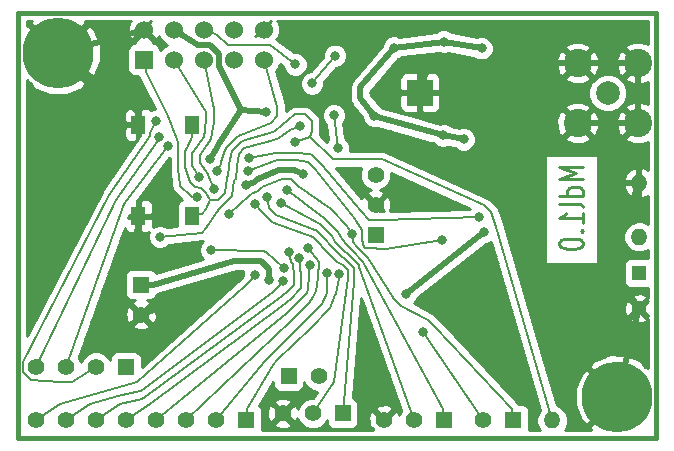
<source format=gbl>
G04 (created by PCBNEW-RS274X (2010-02-09)-RC2) date 15/03/2010 01:13:52*
G01*
G70*
G90*
%MOIN*%
G04 Gerber Fmt 3.4, Leading zero omitted, Abs format*
%FSLAX34Y34*%
G04 APERTURE LIST*
%ADD10C,0.001000*%
%ADD11C,0.010000*%
%ADD12C,0.015000*%
%ADD13R,0.060000X0.060000*%
%ADD14C,0.060000*%
%ADD15C,0.236200*%
%ADD16R,0.055000X0.055000*%
%ADD17C,0.055000*%
%ADD18R,0.051200X0.051200*%
%ADD19C,0.051200*%
%ADD20C,0.078700*%
%ADD21C,0.094500*%
%ADD22O,0.055000X0.055000*%
%ADD23R,0.047200X0.063000*%
%ADD24R,0.086600X0.086600*%
%ADD25C,0.031500*%
%ADD26C,0.019700*%
%ADD27C,0.007900*%
G04 APERTURE END LIST*
G54D10*
G54D11*
X74340Y-27989D02*
X73540Y-27989D01*
X74111Y-28189D01*
X73540Y-28389D01*
X74340Y-28389D01*
X74340Y-28932D02*
X73540Y-28932D01*
X74302Y-28932D02*
X74340Y-28875D01*
X74340Y-28761D01*
X74302Y-28703D01*
X74264Y-28675D01*
X74187Y-28646D01*
X73959Y-28646D01*
X73883Y-28675D01*
X73845Y-28703D01*
X73806Y-28761D01*
X73806Y-28875D01*
X73845Y-28932D01*
X74340Y-29304D02*
X74302Y-29246D01*
X74226Y-29218D01*
X73540Y-29218D01*
X74340Y-29846D02*
X74340Y-29503D01*
X74340Y-29675D02*
X73540Y-29675D01*
X73654Y-29618D01*
X73730Y-29560D01*
X73768Y-29503D01*
X74264Y-30103D02*
X74302Y-30131D01*
X74340Y-30103D01*
X74302Y-30074D01*
X74264Y-30103D01*
X74340Y-30103D01*
X73540Y-30503D02*
X73540Y-30560D01*
X73578Y-30617D01*
X73616Y-30646D01*
X73692Y-30675D01*
X73845Y-30703D01*
X74035Y-30703D01*
X74187Y-30675D01*
X74264Y-30646D01*
X74302Y-30617D01*
X74340Y-30560D01*
X74340Y-30503D01*
X74302Y-30446D01*
X74264Y-30417D01*
X74187Y-30389D01*
X74035Y-30360D01*
X73845Y-30360D01*
X73692Y-30389D01*
X73616Y-30417D01*
X73578Y-30446D01*
X73540Y-30503D01*
G54D12*
X55512Y-22835D02*
X76772Y-22835D01*
X55512Y-37008D02*
X55512Y-22835D01*
X76772Y-37008D02*
X55512Y-37008D01*
X76772Y-22835D02*
X76772Y-37008D01*
G54D13*
X59700Y-24400D03*
G54D14*
X59700Y-23400D03*
X60700Y-24400D03*
X60700Y-23400D03*
X61700Y-24400D03*
X61700Y-23400D03*
X62700Y-24400D03*
X62700Y-23400D03*
X63700Y-24400D03*
X63700Y-23400D03*
G54D15*
X56850Y-24173D03*
X75472Y-35630D03*
G54D16*
X67421Y-30232D03*
G54D17*
X67421Y-29232D03*
X67421Y-28232D03*
G54D18*
X76191Y-31509D03*
G54D19*
X76191Y-32691D03*
G54D16*
X59600Y-31900D03*
G54D17*
X59600Y-32900D03*
G54D20*
X75157Y-25512D03*
G54D21*
X74157Y-24512D03*
X76157Y-24512D03*
X76157Y-26512D03*
X74157Y-26512D03*
G54D22*
X76200Y-30300D03*
X76200Y-28500D03*
G54D16*
X72000Y-36400D03*
G54D17*
X71000Y-36400D03*
G54D16*
X64522Y-34934D03*
G54D17*
X65522Y-34934D03*
G54D16*
X69700Y-36400D03*
G54D17*
X68700Y-36400D03*
X67700Y-36400D03*
G54D16*
X66325Y-36190D03*
G54D17*
X65325Y-36190D03*
X64325Y-36190D03*
G54D16*
X59100Y-34646D03*
G54D17*
X58100Y-34646D03*
X57100Y-34646D03*
X56100Y-34646D03*
G54D16*
X63100Y-36400D03*
G54D17*
X62100Y-36400D03*
X61100Y-36400D03*
X60100Y-36400D03*
X59100Y-36400D03*
X58100Y-36400D03*
X57100Y-36400D03*
X56100Y-36400D03*
G54D23*
X59518Y-29608D03*
X61298Y-29608D03*
X59518Y-26568D03*
X61298Y-26568D03*
G54D22*
X73307Y-36417D03*
G54D24*
X68900Y-25500D03*
G54D25*
X67378Y-26272D03*
X63091Y-28579D03*
X69681Y-26921D03*
X70953Y-24024D03*
X61902Y-27717D03*
X70354Y-27055D03*
X65004Y-28213D03*
X69689Y-23795D03*
X68035Y-23996D03*
X63756Y-26126D03*
X68425Y-32201D03*
X71043Y-30130D03*
X63854Y-31736D03*
X66031Y-26248D03*
X66157Y-27331D03*
X66067Y-24268D03*
X65299Y-25189D03*
X60232Y-30303D03*
X64902Y-26618D03*
X66197Y-31547D03*
X65795Y-31524D03*
X65181Y-30665D03*
X65236Y-31252D03*
X64882Y-31020D03*
X64531Y-30795D03*
X64323Y-31772D03*
X63406Y-31559D03*
X64724Y-27130D03*
X66622Y-30224D03*
X62547Y-29539D03*
X68996Y-33476D03*
X64370Y-31331D03*
X61945Y-30744D03*
X63189Y-27673D03*
X70866Y-29650D03*
X63181Y-28106D03*
X69630Y-30409D03*
X60110Y-26453D03*
X60488Y-27276D03*
X60205Y-26965D03*
X64748Y-24555D03*
X64457Y-28756D03*
X63791Y-28984D03*
X61469Y-28976D03*
X62142Y-28106D03*
X61547Y-28323D03*
X62035Y-28701D03*
X64268Y-29169D03*
X63398Y-29217D03*
X69291Y-32480D03*
X60630Y-31102D03*
X71653Y-34252D03*
X67370Y-25504D03*
X69612Y-24302D03*
X62894Y-31559D03*
X58988Y-26630D03*
G54D26*
X62201Y-24608D02*
X62941Y-26067D01*
X62200Y-24606D02*
X62201Y-24608D01*
X62200Y-24194D02*
X62200Y-24606D01*
X62199Y-24192D02*
X62200Y-24194D01*
X61908Y-23901D02*
X62199Y-24192D01*
X61906Y-23900D02*
X61908Y-23901D01*
X61494Y-23900D02*
X61906Y-23900D01*
X61492Y-23899D02*
X61494Y-23900D01*
X60700Y-23400D02*
X61492Y-23899D01*
X63756Y-26126D02*
X62941Y-26067D01*
X68035Y-23996D02*
X69689Y-23795D01*
X63095Y-28575D02*
X63091Y-28579D01*
X63158Y-28548D02*
X63095Y-28575D01*
X63351Y-28516D02*
X63158Y-28548D01*
X63503Y-28364D02*
X63351Y-28516D01*
X63557Y-28342D02*
X63503Y-28364D01*
X64213Y-28070D02*
X63557Y-28342D01*
X64700Y-28070D02*
X64213Y-28070D01*
X64770Y-28099D02*
X64700Y-28070D01*
X65004Y-28213D02*
X64770Y-28099D01*
X70354Y-27055D02*
X69681Y-26921D01*
X70953Y-24024D02*
X69689Y-23795D01*
X69681Y-26921D02*
X67378Y-26272D01*
X66917Y-25316D02*
X68035Y-23996D01*
X66917Y-25691D02*
X66917Y-25316D01*
X67378Y-26272D02*
X66917Y-25691D01*
X62071Y-27432D02*
X61902Y-27717D01*
X62221Y-27153D02*
X62071Y-27432D01*
X62941Y-26067D02*
X62221Y-27153D01*
X59777Y-31900D02*
X59600Y-31900D01*
X59875Y-31900D02*
X59777Y-31900D01*
X59989Y-31900D02*
X59875Y-31900D01*
X62706Y-31106D02*
X59989Y-31900D01*
X63081Y-31106D02*
X62706Y-31106D01*
X63591Y-31110D02*
X63081Y-31106D01*
X63854Y-31373D02*
X63591Y-31110D01*
X63854Y-31736D02*
X63854Y-31373D01*
X71043Y-30130D02*
X68425Y-32201D01*
G54D27*
X66157Y-27331D02*
X66031Y-26248D01*
X65299Y-25189D02*
X66067Y-24268D01*
X61632Y-30160D02*
X60232Y-30303D01*
X61770Y-30021D02*
X61632Y-30160D01*
X62190Y-29391D02*
X61770Y-30021D01*
X62617Y-28964D02*
X62190Y-29391D01*
X62633Y-28926D02*
X62617Y-28964D01*
X62716Y-28424D02*
X62633Y-28926D01*
X62752Y-28388D02*
X62716Y-28424D01*
X62772Y-28339D02*
X62752Y-28388D01*
X62802Y-28002D02*
X62772Y-28339D01*
X62802Y-27949D02*
X62802Y-28002D01*
X62852Y-27534D02*
X62802Y-27949D01*
X63049Y-27336D02*
X62852Y-27534D01*
X64051Y-27071D02*
X63049Y-27336D01*
X64216Y-27003D02*
X64051Y-27071D01*
X64561Y-26736D02*
X64216Y-27003D01*
X64902Y-26618D02*
X64561Y-26736D01*
X66189Y-31687D02*
X66197Y-31547D01*
X66094Y-32202D02*
X66189Y-31687D01*
X66084Y-32257D02*
X66094Y-32202D01*
X65911Y-32673D02*
X66084Y-32257D01*
X65880Y-32720D02*
X65911Y-32673D01*
X65271Y-33329D02*
X65880Y-32720D01*
X64149Y-34423D02*
X65271Y-33329D01*
X64011Y-34561D02*
X64149Y-34423D01*
X63139Y-36027D02*
X64011Y-34561D01*
X63139Y-36125D02*
X63139Y-36027D01*
X63139Y-36164D02*
X63139Y-36125D01*
X63100Y-36400D02*
X63139Y-36164D01*
X65795Y-32171D02*
X65795Y-31524D01*
X65647Y-32530D02*
X65795Y-32171D01*
X63738Y-34445D02*
X65647Y-32530D01*
X62100Y-36400D02*
X63738Y-34445D01*
X64627Y-33079D02*
X61100Y-36400D01*
X65198Y-32509D02*
X64627Y-33079D01*
X65337Y-32323D02*
X65198Y-32509D01*
X65430Y-32099D02*
X65337Y-32323D01*
X65502Y-31663D02*
X65430Y-32099D01*
X65502Y-31402D02*
X65502Y-31663D01*
X65530Y-31374D02*
X65502Y-31402D01*
X65530Y-31130D02*
X65530Y-31374D01*
X65181Y-30665D02*
X65530Y-31130D01*
X64470Y-32846D02*
X60100Y-36400D01*
X64965Y-32352D02*
X64470Y-32846D01*
X65127Y-32183D02*
X64965Y-32352D01*
X65183Y-32049D02*
X65127Y-32183D01*
X65208Y-31604D02*
X65183Y-32049D01*
X65208Y-31300D02*
X65208Y-31604D01*
X65222Y-31266D02*
X65208Y-31300D01*
X65236Y-31252D02*
X65222Y-31266D01*
X59894Y-35887D02*
X59100Y-36400D01*
X64314Y-32613D02*
X59894Y-35887D01*
X64594Y-32366D02*
X64314Y-32613D01*
X64918Y-32043D02*
X64594Y-32366D01*
X64935Y-32000D02*
X64918Y-32043D01*
X64935Y-31543D02*
X64935Y-32000D01*
X64908Y-31388D02*
X64935Y-31543D01*
X64908Y-31117D02*
X64908Y-31388D01*
X64882Y-31020D02*
X64908Y-31117D01*
X58886Y-35891D02*
X58100Y-36400D01*
X58891Y-35889D02*
X58886Y-35891D01*
X59637Y-35699D02*
X58891Y-35889D01*
X59740Y-35656D02*
X59637Y-35699D01*
X64158Y-32379D02*
X59740Y-35656D01*
X64474Y-32137D02*
X64158Y-32379D01*
X64688Y-31923D02*
X64474Y-32137D01*
X64688Y-31620D02*
X64688Y-31923D01*
X64661Y-31210D02*
X64688Y-31620D01*
X64591Y-31140D02*
X64661Y-31210D01*
X64531Y-30795D02*
X64591Y-31140D01*
X57886Y-35891D02*
X57100Y-36400D01*
X57891Y-35889D02*
X57886Y-35891D01*
X58837Y-35613D02*
X57891Y-35889D01*
X59582Y-35426D02*
X58837Y-35613D01*
X59586Y-35425D02*
X59582Y-35426D01*
X64017Y-32130D02*
X59586Y-35425D01*
X64248Y-31899D02*
X64017Y-32130D01*
X64323Y-31772D02*
X64248Y-31899D01*
X63287Y-31722D02*
X63406Y-31559D01*
X63057Y-31953D02*
X63287Y-31722D01*
X59472Y-35154D02*
X63057Y-31953D01*
X58782Y-35338D02*
X59472Y-35154D01*
X56891Y-35889D02*
X58782Y-35338D01*
X56886Y-35891D02*
X56891Y-35889D01*
X56100Y-36400D02*
X56886Y-35891D01*
X65994Y-27724D02*
X65220Y-26976D01*
X66321Y-27724D02*
X65994Y-27724D01*
X67213Y-27721D02*
X66321Y-27724D01*
X67630Y-27721D02*
X67213Y-27721D01*
X67635Y-27723D02*
X67630Y-27721D01*
X71029Y-29256D02*
X67635Y-27723D01*
X71260Y-29487D02*
X71029Y-29256D01*
X71437Y-29967D02*
X71260Y-29487D01*
X73307Y-36417D02*
X71437Y-29967D01*
X61770Y-29391D02*
X61906Y-29075D01*
X61632Y-29530D02*
X61770Y-29391D01*
X61534Y-29530D02*
X61632Y-29530D01*
X61494Y-29530D02*
X61534Y-29530D01*
X61298Y-29608D02*
X61494Y-29530D01*
X61766Y-28853D02*
X61906Y-29075D01*
X61592Y-28679D02*
X61766Y-28853D01*
X61412Y-28650D02*
X61592Y-28679D01*
X61220Y-28458D02*
X61412Y-28650D01*
X61077Y-27987D02*
X61220Y-28458D01*
X61077Y-27446D02*
X61077Y-27987D01*
X61127Y-27325D02*
X61077Y-27446D01*
X61298Y-26981D02*
X61127Y-27325D01*
X61298Y-26883D02*
X61298Y-26981D01*
X61298Y-26844D02*
X61298Y-26883D01*
X61298Y-26568D02*
X61298Y-26844D01*
X64724Y-27130D02*
X65220Y-26976D01*
X65295Y-26781D02*
X65220Y-26976D01*
X65295Y-26455D02*
X65295Y-26781D01*
X65065Y-26224D02*
X65295Y-26455D01*
X64739Y-26224D02*
X65065Y-26224D01*
X64059Y-26769D02*
X64739Y-26224D01*
X63996Y-26795D02*
X64059Y-26769D01*
X62972Y-27117D02*
X63996Y-26795D01*
X62950Y-27126D02*
X62972Y-27117D01*
X62642Y-27434D02*
X62950Y-27126D01*
X62633Y-27456D02*
X62642Y-27434D01*
X62541Y-27872D02*
X62633Y-27456D01*
X62541Y-27951D02*
X62541Y-27872D01*
X62516Y-28261D02*
X62541Y-27951D01*
X62480Y-28297D02*
X62516Y-28261D01*
X62460Y-28346D02*
X62480Y-28297D01*
X62393Y-28849D02*
X62460Y-28346D01*
X62184Y-29058D02*
X62393Y-28849D01*
X61906Y-29075D02*
X62184Y-29058D01*
X66478Y-29925D02*
X66622Y-30224D01*
X65922Y-29368D02*
X66478Y-29925D01*
X64844Y-28598D02*
X65922Y-29368D01*
X64611Y-28383D02*
X64844Y-28598D01*
X64302Y-28383D02*
X64611Y-28383D01*
X63646Y-28634D02*
X64302Y-28383D01*
X63503Y-28777D02*
X63646Y-28634D01*
X63259Y-28882D02*
X63503Y-28777D01*
X63229Y-28913D02*
X63259Y-28882D01*
X62547Y-29539D02*
X63229Y-28913D01*
X71961Y-36164D02*
X72000Y-36400D01*
X71961Y-36125D02*
X71961Y-36164D01*
X71961Y-36027D02*
X71961Y-36125D01*
X69390Y-33313D02*
X71961Y-36027D01*
X69159Y-33083D02*
X69390Y-33313D01*
X68262Y-32594D02*
X69159Y-33083D01*
X68031Y-32364D02*
X68262Y-32594D01*
X67177Y-31019D02*
X68031Y-32364D01*
X66806Y-30648D02*
X67177Y-31019D01*
X66682Y-30463D02*
X66806Y-30648D01*
X66622Y-30224D02*
X66682Y-30463D01*
X63669Y-30772D02*
X61945Y-30744D01*
X63776Y-30816D02*
X63669Y-30772D01*
X64370Y-31331D02*
X63776Y-30816D01*
X68996Y-33476D02*
X71000Y-36400D01*
X64101Y-27502D02*
X63189Y-27673D01*
X64813Y-27502D02*
X64101Y-27502D01*
X65244Y-27543D02*
X64813Y-27502D01*
X65308Y-27570D02*
X65244Y-27543D01*
X65647Y-27909D02*
X65308Y-27570D01*
X66922Y-29440D02*
X65647Y-27909D01*
X67214Y-29732D02*
X66922Y-29440D01*
X67215Y-29732D02*
X67214Y-29732D01*
X67628Y-29732D02*
X67215Y-29732D01*
X70866Y-29650D02*
X67628Y-29732D01*
X59901Y-26839D02*
X60110Y-26453D01*
X59901Y-26944D02*
X59901Y-26839D01*
X58539Y-28923D02*
X59901Y-26944D01*
X55669Y-34468D02*
X58539Y-28923D01*
X55669Y-34824D02*
X55669Y-34468D01*
X55922Y-35076D02*
X55669Y-34824D01*
X56891Y-35157D02*
X55922Y-35076D01*
X57309Y-35157D02*
X56891Y-35157D01*
X57314Y-35155D02*
X57309Y-35157D01*
X58100Y-34646D02*
X57314Y-35155D01*
X64151Y-27757D02*
X63181Y-28106D01*
X64762Y-27757D02*
X64151Y-27757D01*
X65167Y-27819D02*
X64762Y-27757D01*
X65398Y-28050D02*
X65167Y-27819D01*
X66738Y-29717D02*
X65398Y-28050D01*
X66769Y-29764D02*
X66738Y-29717D01*
X66963Y-30083D02*
X66769Y-29764D01*
X66963Y-30347D02*
X66963Y-30083D01*
X66996Y-30570D02*
X66963Y-30347D01*
X67084Y-30658D02*
X66996Y-30570D01*
X67310Y-30681D02*
X67084Y-30658D01*
X67611Y-30713D02*
X67310Y-30681D01*
X67782Y-30713D02*
X67611Y-30713D01*
X69630Y-30409D02*
X67782Y-30713D01*
X59046Y-29196D02*
X57100Y-34646D01*
X60488Y-27276D02*
X59046Y-29196D01*
X58772Y-29079D02*
X56100Y-34646D01*
X60131Y-27128D02*
X58772Y-29079D01*
X60193Y-27065D02*
X60131Y-27128D01*
X60205Y-26965D02*
X60193Y-27065D01*
X61985Y-23505D02*
X61700Y-23400D01*
X62132Y-23565D02*
X61985Y-23505D01*
X62492Y-23899D02*
X62132Y-23565D01*
X62494Y-23900D02*
X62492Y-23899D01*
X63906Y-23900D02*
X62494Y-23900D01*
X63908Y-23901D02*
X63906Y-23900D01*
X64748Y-24555D02*
X63908Y-23901D01*
X69661Y-36164D02*
X69700Y-36400D01*
X69661Y-36125D02*
X69661Y-36164D01*
X69661Y-36027D02*
X69661Y-36125D01*
X67016Y-31126D02*
X69661Y-36027D01*
X66622Y-30732D02*
X67016Y-31126D01*
X66480Y-30590D02*
X66622Y-30732D01*
X66287Y-30363D02*
X66480Y-30590D01*
X66174Y-30128D02*
X66287Y-30363D01*
X65718Y-29673D02*
X66174Y-30128D01*
X64457Y-28756D02*
X65718Y-29673D01*
X66364Y-35955D02*
X66325Y-36190D01*
X66364Y-35915D02*
X66364Y-35955D01*
X66364Y-35817D02*
X66364Y-35915D01*
X66694Y-31809D02*
X66364Y-35817D01*
X66694Y-31753D02*
X66694Y-31809D01*
X66694Y-31341D02*
X66694Y-31753D01*
X66403Y-31050D02*
X66694Y-31341D01*
X66261Y-30953D02*
X66403Y-31050D01*
X65894Y-30585D02*
X66261Y-30953D01*
X65765Y-30401D02*
X65894Y-30585D01*
X65445Y-30081D02*
X65765Y-30401D01*
X65407Y-30065D02*
X65445Y-30081D01*
X64105Y-29563D02*
X65407Y-30065D01*
X63874Y-29332D02*
X64105Y-29563D01*
X63791Y-28984D02*
X63874Y-29332D01*
X59764Y-24661D02*
X59700Y-24400D01*
X59764Y-24700D02*
X59764Y-24661D01*
X59764Y-24798D02*
X59764Y-24700D01*
X60504Y-26290D02*
X59764Y-24798D01*
X60842Y-27129D02*
X60504Y-26290D01*
X60842Y-28034D02*
X60842Y-27129D01*
X60894Y-28560D02*
X60842Y-28034D01*
X60918Y-28618D02*
X60894Y-28560D01*
X61253Y-28952D02*
X60918Y-28618D01*
X61310Y-28976D02*
X61253Y-28952D01*
X61469Y-28976D02*
X61310Y-28976D01*
X64150Y-25963D02*
X63700Y-24400D01*
X64150Y-26289D02*
X64150Y-25963D01*
X63919Y-26520D02*
X64150Y-26289D01*
X62928Y-26899D02*
X63919Y-26520D01*
X62826Y-26941D02*
X62928Y-26899D01*
X62457Y-27310D02*
X62826Y-26941D01*
X62414Y-27412D02*
X62457Y-27310D01*
X62281Y-27820D02*
X62414Y-27412D01*
X62281Y-27874D02*
X62281Y-27820D01*
X62142Y-28106D02*
X62281Y-27874D01*
X61770Y-26156D02*
X60700Y-24400D01*
X61770Y-26351D02*
X61770Y-26156D01*
X61737Y-26731D02*
X61770Y-26351D01*
X61713Y-26958D02*
X61737Y-26731D01*
X61327Y-27458D02*
X61713Y-26958D01*
X61313Y-27493D02*
X61327Y-27458D01*
X61313Y-27941D02*
X61313Y-27493D01*
X61327Y-27975D02*
X61313Y-27941D01*
X61547Y-28323D02*
X61327Y-27975D01*
X62046Y-26045D02*
X61700Y-24400D01*
X62046Y-26462D02*
X62046Y-26045D01*
X61980Y-26832D02*
X62046Y-26462D01*
X61932Y-27048D02*
X61980Y-26832D01*
X61805Y-27254D02*
X61932Y-27048D01*
X61562Y-27576D02*
X61805Y-27254D01*
X61562Y-27857D02*
X61562Y-27576D01*
X61844Y-28200D02*
X61562Y-27857D01*
X61844Y-28229D02*
X61844Y-28200D01*
X62035Y-28701D02*
X61844Y-28229D01*
X66884Y-31304D02*
X68700Y-36400D01*
X66855Y-31233D02*
X66884Y-31304D01*
X66511Y-30889D02*
X66855Y-31233D01*
X66384Y-30769D02*
X66511Y-30889D01*
X66078Y-30462D02*
X66384Y-30769D01*
X65970Y-30265D02*
X66078Y-30462D01*
X65582Y-29877D02*
X65970Y-30265D01*
X64268Y-29169D02*
X65582Y-29877D01*
X63625Y-29473D02*
X63398Y-29217D01*
X63964Y-29812D02*
X63625Y-29473D01*
X64028Y-29839D02*
X63964Y-29812D01*
X65330Y-30306D02*
X64028Y-29839D01*
X65540Y-30517D02*
X65330Y-30306D01*
X65709Y-30708D02*
X65540Y-30517D01*
X66138Y-31137D02*
X65709Y-30708D01*
X66324Y-31239D02*
X66138Y-31137D01*
X66505Y-31420D02*
X66324Y-31239D01*
X66505Y-31675D02*
X66505Y-31420D01*
X66033Y-35143D02*
X66505Y-31675D01*
X66031Y-35148D02*
X66033Y-35143D01*
X65325Y-36190D02*
X66031Y-35148D01*
G54D26*
X59700Y-23400D02*
X56850Y-24173D01*
X75472Y-35630D02*
X76191Y-32691D01*
X74157Y-24512D02*
X76157Y-24512D01*
X76157Y-24512D02*
X76157Y-26512D01*
X76157Y-26512D02*
X74157Y-26512D01*
X75640Y-31887D02*
X76191Y-32691D01*
X75630Y-30520D02*
X75640Y-31887D01*
X75630Y-30080D02*
X75630Y-30520D01*
X76200Y-28500D02*
X75630Y-30080D01*
X59030Y-32297D02*
X59600Y-32900D01*
X59030Y-32053D02*
X59030Y-32297D01*
X59030Y-31503D02*
X59030Y-32053D01*
X59518Y-30021D02*
X59030Y-31503D01*
X59518Y-29923D02*
X59518Y-30021D01*
X59518Y-29825D02*
X59518Y-29923D01*
X59518Y-29608D02*
X59518Y-29825D01*
X59380Y-26017D02*
X56850Y-24173D01*
X59518Y-26156D02*
X59380Y-26017D01*
X59518Y-26253D02*
X59518Y-26156D01*
X59518Y-26352D02*
X59518Y-26253D01*
X59518Y-26568D02*
X59518Y-26352D01*
X68467Y-25504D02*
X67370Y-25504D01*
X68565Y-25504D02*
X68467Y-25504D01*
X68900Y-25500D02*
X68565Y-25504D01*
X59380Y-26588D02*
X59518Y-26568D01*
X59282Y-26588D02*
X59380Y-26588D01*
X59159Y-26588D02*
X59282Y-26588D01*
X58988Y-26630D02*
X59159Y-26588D01*
X62894Y-31559D02*
X59600Y-32900D01*
X69038Y-25165D02*
X68900Y-25500D01*
X69038Y-25067D02*
X69038Y-25165D01*
X69038Y-24945D02*
X69038Y-25067D01*
X69612Y-24302D02*
X69038Y-24945D01*
X70765Y-24476D02*
X74157Y-24512D01*
X69612Y-24302D02*
X70765Y-24476D01*
G54D11*
X64140Y-23110D02*
X76497Y-23110D01*
X64201Y-23190D02*
X76497Y-23190D01*
X64233Y-23270D02*
X76497Y-23270D01*
X64237Y-23350D02*
X76497Y-23350D01*
X64241Y-23430D02*
X69511Y-23430D01*
X69870Y-23430D02*
X76497Y-23430D01*
X64232Y-23510D02*
X69147Y-23510D01*
X70069Y-23510D02*
X76497Y-23510D01*
X64203Y-23590D02*
X67955Y-23590D01*
X68116Y-23590D02*
X68490Y-23590D01*
X70510Y-23590D02*
X76497Y-23590D01*
X64175Y-23670D02*
X67788Y-23670D01*
X71160Y-23670D02*
X76497Y-23670D01*
X64186Y-23750D02*
X67707Y-23750D01*
X71253Y-23750D02*
X76497Y-23750D01*
X64288Y-23830D02*
X67665Y-23830D01*
X71312Y-23830D02*
X73944Y-23830D01*
X74354Y-23830D02*
X75944Y-23830D01*
X76355Y-23830D02*
X76497Y-23830D01*
X64390Y-23910D02*
X65872Y-23910D01*
X66265Y-23910D02*
X67632Y-23910D01*
X71345Y-23910D02*
X73770Y-23910D01*
X74545Y-23910D02*
X75770Y-23910D01*
X64493Y-23990D02*
X65771Y-23990D01*
X66363Y-23990D02*
X67585Y-23990D01*
X71359Y-23990D02*
X73736Y-23990D01*
X74579Y-23990D02*
X75736Y-23990D01*
X64595Y-24070D02*
X65710Y-24070D01*
X66424Y-24070D02*
X67518Y-24070D01*
X71359Y-24070D02*
X73786Y-24070D01*
X74528Y-24070D02*
X75786Y-24070D01*
X64832Y-24150D02*
X65677Y-24150D01*
X66458Y-24150D02*
X67450Y-24150D01*
X71340Y-24150D02*
X73538Y-24150D01*
X73724Y-24150D02*
X73866Y-24150D01*
X74448Y-24150D02*
X74590Y-24150D01*
X74778Y-24150D02*
X75538Y-24150D01*
X75724Y-24150D02*
X75866Y-24150D01*
X64998Y-24230D02*
X65661Y-24230D01*
X66473Y-24230D02*
X67382Y-24230D01*
X68992Y-24230D02*
X70139Y-24230D01*
X71307Y-24230D02*
X73508Y-24230D01*
X73804Y-24230D02*
X73946Y-24230D01*
X74368Y-24230D02*
X74510Y-24230D01*
X74811Y-24230D02*
X75508Y-24230D01*
X75804Y-24230D02*
X75946Y-24230D01*
X65077Y-24310D02*
X65655Y-24310D01*
X66473Y-24310D02*
X67314Y-24310D01*
X68330Y-24310D02*
X70579Y-24310D01*
X71241Y-24310D02*
X73478Y-24310D01*
X73884Y-24310D02*
X74026Y-24310D01*
X74288Y-24310D02*
X74430Y-24310D01*
X74844Y-24310D02*
X75478Y-24310D01*
X75884Y-24310D02*
X76026Y-24310D01*
X65119Y-24390D02*
X65588Y-24390D01*
X66456Y-24390D02*
X67246Y-24390D01*
X68157Y-24390D02*
X70775Y-24390D01*
X71129Y-24390D02*
X73448Y-24390D01*
X73964Y-24390D02*
X74106Y-24390D01*
X74208Y-24390D02*
X74350Y-24390D01*
X74862Y-24390D02*
X75448Y-24390D01*
X75964Y-24390D02*
X76106Y-24390D01*
X65152Y-24470D02*
X65522Y-24470D01*
X66422Y-24470D02*
X67179Y-24470D01*
X68089Y-24470D02*
X73448Y-24470D01*
X74044Y-24470D02*
X74270Y-24470D01*
X74864Y-24470D02*
X75448Y-24470D01*
X76044Y-24470D02*
X76186Y-24470D01*
X64231Y-24550D02*
X64270Y-24550D01*
X65154Y-24550D02*
X65455Y-24550D01*
X66359Y-24550D02*
X67111Y-24550D01*
X68021Y-24550D02*
X73450Y-24550D01*
X74048Y-24550D02*
X74266Y-24550D01*
X74866Y-24550D02*
X75450Y-24550D01*
X76048Y-24550D02*
X76190Y-24550D01*
X64198Y-24630D02*
X64342Y-24630D01*
X65154Y-24630D02*
X65389Y-24630D01*
X66252Y-24630D02*
X67043Y-24630D01*
X67954Y-24630D02*
X73452Y-24630D01*
X73968Y-24630D02*
X74110Y-24630D01*
X74204Y-24630D02*
X74346Y-24630D01*
X74868Y-24630D02*
X75452Y-24630D01*
X75968Y-24630D02*
X76110Y-24630D01*
X64165Y-24710D02*
X64373Y-24710D01*
X65123Y-24710D02*
X65322Y-24710D01*
X66074Y-24710D02*
X66975Y-24710D01*
X67886Y-24710D02*
X73468Y-24710D01*
X73888Y-24710D02*
X74030Y-24710D01*
X74284Y-24710D02*
X74426Y-24710D01*
X74838Y-24710D02*
X75468Y-24710D01*
X75888Y-24710D02*
X76030Y-24710D01*
X64114Y-24790D02*
X64409Y-24790D01*
X65087Y-24790D02*
X65203Y-24790D01*
X66007Y-24790D02*
X66908Y-24790D01*
X67818Y-24790D02*
X73501Y-24790D01*
X73808Y-24790D02*
X73950Y-24790D01*
X74364Y-24790D02*
X74506Y-24790D01*
X74808Y-24790D02*
X75501Y-24790D01*
X75808Y-24790D02*
X75950Y-24790D01*
X64137Y-24870D02*
X64488Y-24870D01*
X65006Y-24870D02*
X65045Y-24870D01*
X65940Y-24870D02*
X66840Y-24870D01*
X67750Y-24870D02*
X68312Y-24870D01*
X68841Y-24870D02*
X68959Y-24870D01*
X69488Y-24870D02*
X73534Y-24870D01*
X73728Y-24870D02*
X73870Y-24870D01*
X74444Y-24870D02*
X74586Y-24870D01*
X74778Y-24870D02*
X75028Y-24870D01*
X75289Y-24870D02*
X75534Y-24870D01*
X75728Y-24870D02*
X75870Y-24870D01*
X64160Y-24950D02*
X64640Y-24950D01*
X64854Y-24950D02*
X64964Y-24950D01*
X65874Y-24950D02*
X66772Y-24950D01*
X67682Y-24950D02*
X68246Y-24950D01*
X68850Y-24950D02*
X68950Y-24950D01*
X69555Y-24950D02*
X73790Y-24950D01*
X74524Y-24950D02*
X74835Y-24950D01*
X75480Y-24950D02*
X75790Y-24950D01*
X64183Y-25030D02*
X64926Y-25030D01*
X65807Y-25030D02*
X66704Y-25030D01*
X67615Y-25030D02*
X68218Y-25030D01*
X68850Y-25030D02*
X68950Y-25030D01*
X69582Y-25030D02*
X73734Y-25030D01*
X74579Y-25030D02*
X74731Y-25030D01*
X75584Y-25030D02*
X75734Y-25030D01*
X64206Y-25110D02*
X64893Y-25110D01*
X65740Y-25110D02*
X66641Y-25110D01*
X67547Y-25110D02*
X68218Y-25110D01*
X68850Y-25110D02*
X68950Y-25110D01*
X69582Y-25110D02*
X73768Y-25110D01*
X74545Y-25110D02*
X74650Y-25110D01*
X75664Y-25110D02*
X75768Y-25110D01*
X64229Y-25190D02*
X64893Y-25190D01*
X65705Y-25190D02*
X66594Y-25190D01*
X67479Y-25190D02*
X68218Y-25190D01*
X68850Y-25190D02*
X68950Y-25190D01*
X69583Y-25190D02*
X73950Y-25190D01*
X74380Y-25190D02*
X74595Y-25190D01*
X75720Y-25190D02*
X75950Y-25190D01*
X76379Y-25190D02*
X76497Y-25190D01*
X64253Y-25270D02*
X64893Y-25270D01*
X65705Y-25270D02*
X66578Y-25270D01*
X67411Y-25270D02*
X68218Y-25270D01*
X68850Y-25270D02*
X68950Y-25270D01*
X69583Y-25270D02*
X74562Y-25270D01*
X75753Y-25270D02*
X76497Y-25270D01*
X64276Y-25350D02*
X64926Y-25350D01*
X65671Y-25350D02*
X66569Y-25350D01*
X67343Y-25350D02*
X68218Y-25350D01*
X68850Y-25350D02*
X68950Y-25350D01*
X69583Y-25350D02*
X74528Y-25350D01*
X75786Y-25350D02*
X76497Y-25350D01*
X64299Y-25430D02*
X64966Y-25430D01*
X65632Y-25430D02*
X66569Y-25430D01*
X67276Y-25430D02*
X68259Y-25430D01*
X68850Y-25430D02*
X68950Y-25430D01*
X69541Y-25430D02*
X74514Y-25430D01*
X75800Y-25430D02*
X76497Y-25430D01*
X64322Y-25510D02*
X65045Y-25510D01*
X65551Y-25510D02*
X66569Y-25510D01*
X67265Y-25510D02*
X74514Y-25510D01*
X75800Y-25510D02*
X76497Y-25510D01*
X64345Y-25590D02*
X65205Y-25590D01*
X65391Y-25590D02*
X66569Y-25590D01*
X67282Y-25590D02*
X68239Y-25590D01*
X68850Y-25590D02*
X68950Y-25590D01*
X69561Y-25590D02*
X74514Y-25590D01*
X75800Y-25590D02*
X76497Y-25590D01*
X64368Y-25670D02*
X66569Y-25670D01*
X67345Y-25670D02*
X68217Y-25670D01*
X68850Y-25670D02*
X68950Y-25670D01*
X69582Y-25670D02*
X74526Y-25670D01*
X75787Y-25670D02*
X76497Y-25670D01*
X64391Y-25750D02*
X66578Y-25750D01*
X67409Y-25750D02*
X68217Y-25750D01*
X68850Y-25750D02*
X68950Y-25750D01*
X69582Y-25750D02*
X74560Y-25750D01*
X75754Y-25750D02*
X76497Y-25750D01*
X64414Y-25830D02*
X66599Y-25830D01*
X67472Y-25830D02*
X68217Y-25830D01*
X68850Y-25830D02*
X68950Y-25830D01*
X69582Y-25830D02*
X73944Y-25830D01*
X74354Y-25830D02*
X74593Y-25830D01*
X75720Y-25830D02*
X75944Y-25830D01*
X76355Y-25830D02*
X76497Y-25830D01*
X64432Y-25910D02*
X65796Y-25910D01*
X66268Y-25910D02*
X66646Y-25910D01*
X67567Y-25910D02*
X68218Y-25910D01*
X68850Y-25910D02*
X68950Y-25910D01*
X69582Y-25910D02*
X73770Y-25910D01*
X74545Y-25910D02*
X74646Y-25910D01*
X75667Y-25910D02*
X75770Y-25910D01*
X64439Y-25990D02*
X64575Y-25990D01*
X65226Y-25990D02*
X65715Y-25990D01*
X66347Y-25990D02*
X66709Y-25990D01*
X67671Y-25990D02*
X68220Y-25990D01*
X68850Y-25990D02*
X68950Y-25990D01*
X69579Y-25990D02*
X73736Y-25990D01*
X74579Y-25990D02*
X74726Y-25990D01*
X75587Y-25990D02*
X75736Y-25990D01*
X64439Y-26070D02*
X64470Y-26070D01*
X65320Y-26070D02*
X65666Y-26070D01*
X66397Y-26070D02*
X66773Y-26070D01*
X67948Y-26070D02*
X68254Y-26070D01*
X68850Y-26070D02*
X68950Y-26070D01*
X69545Y-26070D02*
X73786Y-26070D01*
X74528Y-26070D02*
X74825Y-26070D01*
X75488Y-26070D02*
X75786Y-26070D01*
X65400Y-26150D02*
X65633Y-26150D01*
X66430Y-26150D02*
X66836Y-26150D01*
X68233Y-26150D02*
X68340Y-26150D01*
X68821Y-26150D02*
X68979Y-26150D01*
X69459Y-26150D02*
X73538Y-26150D01*
X73724Y-26150D02*
X73866Y-26150D01*
X74448Y-26150D02*
X74590Y-26150D01*
X74778Y-26150D02*
X75016Y-26150D01*
X75296Y-26150D02*
X75538Y-26150D01*
X75724Y-26150D02*
X75866Y-26150D01*
X65480Y-26230D02*
X65625Y-26230D01*
X66437Y-26230D02*
X66900Y-26230D01*
X68518Y-26230D02*
X73508Y-26230D01*
X73804Y-26230D02*
X73946Y-26230D01*
X74368Y-26230D02*
X74510Y-26230D01*
X74811Y-26230D02*
X75508Y-26230D01*
X75804Y-26230D02*
X75946Y-26230D01*
X65540Y-26310D02*
X65625Y-26310D01*
X66437Y-26310D02*
X66964Y-26310D01*
X68803Y-26310D02*
X73478Y-26310D01*
X73884Y-26310D02*
X74026Y-26310D01*
X74288Y-26310D02*
X74430Y-26310D01*
X74844Y-26310D02*
X75478Y-26310D01*
X75884Y-26310D02*
X76026Y-26310D01*
X65572Y-26390D02*
X65650Y-26390D01*
X66411Y-26390D02*
X66987Y-26390D01*
X69087Y-26390D02*
X73448Y-26390D01*
X73964Y-26390D02*
X74106Y-26390D01*
X74208Y-26390D02*
X74350Y-26390D01*
X74862Y-26390D02*
X75448Y-26390D01*
X75964Y-26390D02*
X76106Y-26390D01*
X65584Y-26470D02*
X65684Y-26470D01*
X66378Y-26470D02*
X67021Y-26470D01*
X69370Y-26470D02*
X73448Y-26470D01*
X74044Y-26470D02*
X74270Y-26470D01*
X74864Y-26470D02*
X75448Y-26470D01*
X76044Y-26470D02*
X76186Y-26470D01*
X65584Y-26550D02*
X65759Y-26550D01*
X66357Y-26550D02*
X67082Y-26550D01*
X69847Y-26550D02*
X73450Y-26550D01*
X74048Y-26550D02*
X74266Y-26550D01*
X74866Y-26550D02*
X75450Y-26550D01*
X76048Y-26550D02*
X76190Y-26550D01*
X65584Y-26630D02*
X65784Y-26630D01*
X66366Y-26630D02*
X67180Y-26630D01*
X70001Y-26630D02*
X73452Y-26630D01*
X73968Y-26630D02*
X74110Y-26630D01*
X74204Y-26630D02*
X74346Y-26630D01*
X74868Y-26630D02*
X75452Y-26630D01*
X75968Y-26630D02*
X76110Y-26630D01*
X65584Y-26710D02*
X65793Y-26710D01*
X66375Y-26710D02*
X67652Y-26710D01*
X70583Y-26710D02*
X73468Y-26710D01*
X73888Y-26710D02*
X74030Y-26710D01*
X74284Y-26710D02*
X74426Y-26710D01*
X74838Y-26710D02*
X75468Y-26710D01*
X75888Y-26710D02*
X76030Y-26710D01*
X65582Y-26790D02*
X65802Y-26790D01*
X66384Y-26790D02*
X67937Y-26790D01*
X70663Y-26790D02*
X73501Y-26790D01*
X73808Y-26790D02*
X73950Y-26790D01*
X74364Y-26790D02*
X74506Y-26790D01*
X74808Y-26790D02*
X75501Y-26790D01*
X75808Y-26790D02*
X75950Y-26790D01*
X65566Y-26870D02*
X65811Y-26870D01*
X66394Y-26870D02*
X68222Y-26870D01*
X70717Y-26870D02*
X73534Y-26870D01*
X73728Y-26870D02*
X73870Y-26870D01*
X74444Y-26870D02*
X74586Y-26870D01*
X74778Y-26870D02*
X75534Y-26870D01*
X75728Y-26870D02*
X75870Y-26870D01*
X65610Y-26950D02*
X65820Y-26950D01*
X66403Y-26950D02*
X68506Y-26950D01*
X70750Y-26950D02*
X73790Y-26950D01*
X74524Y-26950D02*
X75790Y-26950D01*
X65693Y-27030D02*
X65829Y-27030D01*
X66430Y-27030D02*
X68791Y-27030D01*
X70760Y-27030D02*
X73734Y-27030D01*
X74579Y-27030D02*
X75734Y-27030D01*
X65776Y-27110D02*
X65809Y-27110D01*
X66505Y-27110D02*
X69075Y-27110D01*
X70760Y-27110D02*
X73768Y-27110D01*
X74545Y-27110D02*
X75768Y-27110D01*
X66538Y-27190D02*
X69360Y-27190D01*
X70737Y-27190D02*
X73950Y-27190D01*
X74380Y-27190D02*
X75950Y-27190D01*
X76379Y-27190D02*
X76497Y-27190D01*
X66563Y-27270D02*
X69462Y-27270D01*
X70704Y-27270D02*
X76497Y-27270D01*
X66563Y-27350D02*
X70054Y-27350D01*
X70632Y-27350D02*
X76497Y-27350D01*
X66554Y-27430D02*
X70198Y-27430D01*
X70508Y-27430D02*
X76497Y-27430D01*
X67865Y-27510D02*
X76497Y-27510D01*
X68043Y-27590D02*
X73076Y-27590D01*
X74836Y-27590D02*
X76497Y-27590D01*
X68220Y-27670D02*
X73076Y-27670D01*
X74836Y-27670D02*
X76497Y-27670D01*
X68397Y-27750D02*
X73076Y-27750D01*
X74836Y-27750D02*
X76497Y-27750D01*
X68574Y-27830D02*
X73076Y-27830D01*
X74836Y-27830D02*
X76497Y-27830D01*
X68751Y-27910D02*
X73076Y-27910D01*
X74836Y-27910D02*
X76497Y-27910D01*
X68929Y-27990D02*
X73076Y-27990D01*
X74836Y-27990D02*
X76049Y-27990D01*
X76083Y-27990D02*
X76318Y-27990D01*
X76352Y-27990D02*
X76497Y-27990D01*
X69106Y-28070D02*
X73076Y-28070D01*
X74836Y-28070D02*
X75882Y-28070D01*
X76150Y-28070D02*
X76250Y-28070D01*
X69283Y-28150D02*
X73076Y-28150D01*
X74836Y-28150D02*
X75808Y-28150D01*
X76150Y-28150D02*
X76250Y-28150D01*
X69460Y-28230D02*
X73076Y-28230D01*
X74836Y-28230D02*
X75738Y-28230D01*
X76150Y-28230D02*
X76250Y-28230D01*
X69638Y-28310D02*
X73076Y-28310D01*
X74836Y-28310D02*
X75712Y-28310D01*
X76150Y-28310D02*
X76250Y-28310D01*
X69815Y-28390D02*
X73076Y-28390D01*
X74836Y-28390D02*
X75704Y-28390D01*
X76150Y-28390D02*
X76250Y-28390D01*
X69992Y-28470D02*
X73076Y-28470D01*
X74836Y-28470D02*
X76250Y-28470D01*
X70169Y-28550D02*
X73076Y-28550D01*
X74836Y-28550D02*
X75740Y-28550D01*
X76150Y-28550D02*
X76250Y-28550D01*
X70347Y-28630D02*
X73076Y-28630D01*
X74836Y-28630D02*
X75693Y-28630D01*
X76150Y-28630D02*
X76250Y-28630D01*
X70524Y-28710D02*
X73076Y-28710D01*
X74836Y-28710D02*
X75717Y-28710D01*
X76150Y-28710D02*
X76250Y-28710D01*
X70701Y-28790D02*
X73076Y-28790D01*
X74836Y-28790D02*
X75753Y-28790D01*
X76150Y-28790D02*
X76250Y-28790D01*
X70878Y-28870D02*
X73076Y-28870D01*
X74836Y-28870D02*
X75825Y-28870D01*
X76150Y-28870D02*
X76250Y-28870D01*
X71055Y-28950D02*
X73076Y-28950D01*
X74836Y-28950D02*
X75922Y-28950D01*
X76150Y-28950D02*
X76250Y-28950D01*
X76476Y-28950D02*
X76497Y-28950D01*
X71201Y-29030D02*
X73076Y-29030D01*
X74836Y-29030D02*
X76497Y-29030D01*
X71292Y-29110D02*
X73076Y-29110D01*
X74836Y-29110D02*
X76497Y-29110D01*
X71372Y-29190D02*
X73076Y-29190D01*
X74836Y-29190D02*
X76497Y-29190D01*
X71452Y-29270D02*
X73076Y-29270D01*
X74836Y-29270D02*
X76497Y-29270D01*
X71510Y-29350D02*
X73076Y-29350D01*
X74836Y-29350D02*
X76497Y-29350D01*
X71547Y-29430D02*
X73076Y-29430D01*
X74836Y-29430D02*
X76497Y-29430D01*
X71577Y-29510D02*
X73076Y-29510D01*
X74836Y-29510D02*
X76497Y-29510D01*
X71606Y-29590D02*
X73076Y-29590D01*
X74836Y-29590D02*
X76497Y-29590D01*
X71636Y-29670D02*
X73076Y-29670D01*
X74836Y-29670D02*
X76497Y-29670D01*
X71665Y-29750D02*
X73076Y-29750D01*
X74836Y-29750D02*
X76497Y-29750D01*
X71695Y-29830D02*
X73076Y-29830D01*
X74836Y-29830D02*
X75979Y-29830D01*
X76422Y-29830D02*
X76497Y-29830D01*
X71722Y-29910D02*
X73076Y-29910D01*
X74836Y-29910D02*
X75852Y-29910D01*
X71746Y-29990D02*
X73076Y-29990D01*
X74836Y-29990D02*
X75772Y-29990D01*
X71769Y-30070D02*
X73076Y-30070D01*
X74836Y-30070D02*
X75729Y-30070D01*
X71792Y-30150D02*
X73076Y-30150D01*
X74836Y-30150D02*
X75695Y-30150D01*
X71815Y-30230D02*
X73076Y-30230D01*
X74836Y-30230D02*
X75675Y-30230D01*
X71839Y-30310D02*
X73076Y-30310D01*
X74836Y-30310D02*
X75675Y-30310D01*
X71862Y-30390D02*
X73076Y-30390D01*
X74836Y-30390D02*
X75675Y-30390D01*
X71885Y-30470D02*
X73076Y-30470D01*
X74836Y-30470D02*
X75703Y-30470D01*
X71908Y-30550D02*
X73076Y-30550D01*
X74836Y-30550D02*
X75736Y-30550D01*
X71932Y-30630D02*
X73076Y-30630D01*
X74836Y-30630D02*
X75792Y-30630D01*
X71955Y-30710D02*
X73076Y-30710D01*
X74836Y-30710D02*
X75872Y-30710D01*
X71978Y-30790D02*
X73076Y-30790D01*
X74836Y-30790D02*
X76027Y-30790D01*
X76372Y-30790D02*
X76497Y-30790D01*
X72001Y-30870D02*
X73076Y-30870D01*
X74836Y-30870D02*
X76497Y-30870D01*
X72025Y-30950D02*
X73076Y-30950D01*
X74836Y-30950D02*
X76497Y-30950D01*
X72048Y-31030D02*
X73076Y-31030D01*
X74836Y-31030D02*
X75824Y-31030D01*
X72071Y-31110D02*
X73076Y-31110D01*
X74836Y-31110D02*
X75726Y-31110D01*
X72094Y-31190D02*
X73076Y-31190D01*
X74836Y-31190D02*
X75692Y-31190D01*
X72117Y-31270D02*
X75686Y-31270D01*
X72141Y-31350D02*
X75686Y-31350D01*
X72164Y-31430D02*
X75686Y-31430D01*
X72187Y-31510D02*
X75686Y-31510D01*
X72210Y-31590D02*
X75686Y-31590D01*
X72234Y-31670D02*
X75686Y-31670D01*
X72257Y-31750D02*
X75686Y-31750D01*
X72280Y-31830D02*
X75692Y-31830D01*
X72303Y-31910D02*
X75728Y-31910D01*
X72327Y-31990D02*
X75827Y-31990D01*
X72350Y-32070D02*
X76497Y-32070D01*
X72373Y-32150D02*
X76497Y-32150D01*
X72396Y-32230D02*
X75997Y-32230D01*
X76375Y-32230D02*
X76497Y-32230D01*
X72420Y-32310D02*
X75924Y-32310D01*
X76459Y-32310D02*
X76497Y-32310D01*
X72443Y-32390D02*
X75961Y-32390D01*
X76421Y-32390D02*
X76422Y-32390D01*
X72466Y-32470D02*
X75744Y-32470D01*
X75899Y-32470D02*
X76041Y-32470D01*
X76341Y-32470D02*
X76342Y-32470D01*
X76482Y-32470D02*
X76483Y-32470D01*
X72489Y-32550D02*
X75716Y-32550D01*
X75979Y-32550D02*
X76121Y-32550D01*
X76261Y-32550D02*
X76262Y-32550D01*
X76402Y-32550D02*
X76403Y-32550D01*
X72512Y-32630D02*
X75690Y-32630D01*
X76059Y-32630D02*
X76201Y-32630D01*
X76322Y-32630D02*
X76323Y-32630D01*
X72536Y-32710D02*
X75695Y-32710D01*
X76101Y-32710D02*
X76243Y-32710D01*
X76281Y-32710D02*
X76281Y-32710D01*
X72559Y-32790D02*
X75700Y-32790D01*
X76021Y-32790D02*
X76163Y-32790D01*
X76219Y-32790D02*
X76219Y-32790D01*
X76361Y-32790D02*
X76361Y-32790D01*
X72582Y-32870D02*
X75723Y-32870D01*
X75941Y-32870D02*
X76083Y-32870D01*
X76299Y-32870D02*
X76299Y-32870D01*
X76441Y-32870D02*
X76441Y-32870D01*
X72605Y-32950D02*
X75771Y-32950D01*
X75861Y-32950D02*
X76003Y-32950D01*
X76379Y-32950D02*
X76379Y-32950D01*
X72629Y-33030D02*
X75923Y-33030D01*
X76459Y-33030D02*
X76459Y-33030D01*
X72652Y-33110D02*
X75931Y-33110D01*
X76450Y-33110D02*
X76497Y-33110D01*
X72675Y-33190D02*
X76116Y-33190D01*
X76154Y-33190D02*
X76497Y-33190D01*
X72698Y-33270D02*
X76497Y-33270D01*
X72722Y-33350D02*
X76497Y-33350D01*
X72745Y-33430D02*
X76497Y-33430D01*
X72768Y-33510D02*
X76497Y-33510D01*
X72791Y-33590D02*
X76497Y-33590D01*
X72815Y-33670D02*
X76497Y-33670D01*
X72838Y-33750D02*
X76497Y-33750D01*
X72861Y-33830D02*
X76497Y-33830D01*
X72884Y-33910D02*
X76497Y-33910D01*
X72907Y-33990D02*
X76497Y-33990D01*
X72931Y-34070D02*
X76497Y-34070D01*
X72954Y-34150D02*
X76497Y-34150D01*
X72977Y-34230D02*
X75185Y-34230D01*
X75766Y-34230D02*
X76497Y-34230D01*
X73000Y-34310D02*
X74990Y-34310D01*
X75957Y-34310D02*
X76497Y-34310D01*
X73024Y-34390D02*
X74795Y-34390D01*
X76148Y-34390D02*
X76497Y-34390D01*
X73047Y-34470D02*
X74653Y-34470D01*
X76292Y-34470D02*
X76497Y-34470D01*
X73070Y-34550D02*
X74596Y-34550D01*
X76349Y-34550D02*
X76497Y-34550D01*
X73093Y-34630D02*
X74543Y-34630D01*
X76463Y-34630D02*
X76497Y-34630D01*
X73117Y-34710D02*
X74453Y-34710D01*
X74481Y-34710D02*
X74623Y-34710D01*
X73140Y-34790D02*
X74341Y-34790D01*
X74561Y-34790D02*
X74703Y-34790D01*
X73163Y-34870D02*
X74269Y-34870D01*
X74641Y-34870D02*
X74783Y-34870D01*
X73186Y-34950D02*
X74235Y-34950D01*
X74721Y-34950D02*
X74863Y-34950D01*
X73209Y-35030D02*
X74201Y-35030D01*
X74801Y-35030D02*
X74943Y-35030D01*
X73233Y-35110D02*
X74168Y-35110D01*
X74881Y-35110D02*
X75023Y-35110D01*
X73256Y-35190D02*
X74134Y-35190D01*
X74961Y-35190D02*
X75103Y-35190D01*
X73279Y-35270D02*
X74101Y-35270D01*
X75041Y-35270D02*
X75183Y-35270D01*
X73302Y-35350D02*
X74069Y-35350D01*
X75121Y-35350D02*
X75263Y-35350D01*
X73326Y-35430D02*
X74069Y-35430D01*
X75201Y-35430D02*
X75343Y-35430D01*
X73349Y-35510D02*
X74069Y-35510D01*
X75281Y-35510D02*
X75423Y-35510D01*
X73372Y-35590D02*
X74068Y-35590D01*
X75361Y-35590D02*
X75503Y-35590D01*
X73395Y-35670D02*
X74068Y-35670D01*
X75361Y-35670D02*
X75503Y-35670D01*
X73419Y-35750D02*
X74067Y-35750D01*
X75281Y-35750D02*
X75423Y-35750D01*
X73442Y-35830D02*
X74067Y-35830D01*
X75201Y-35830D02*
X75343Y-35830D01*
X73465Y-35910D02*
X74068Y-35910D01*
X75121Y-35910D02*
X75263Y-35910D01*
X73618Y-35990D02*
X74101Y-35990D01*
X75041Y-35990D02*
X75183Y-35990D01*
X73698Y-36070D02*
X74134Y-36070D01*
X74961Y-36070D02*
X75103Y-36070D01*
X73764Y-36150D02*
X74167Y-36150D01*
X74881Y-36150D02*
X75023Y-36150D01*
X73797Y-36230D02*
X74200Y-36230D01*
X74801Y-36230D02*
X74943Y-36230D01*
X73830Y-36310D02*
X74232Y-36310D01*
X74721Y-36310D02*
X74863Y-36310D01*
X73832Y-36390D02*
X74265Y-36390D01*
X74641Y-36390D02*
X74783Y-36390D01*
X73832Y-36470D02*
X74340Y-36470D01*
X74561Y-36470D02*
X74703Y-36470D01*
X73819Y-36550D02*
X74452Y-36550D01*
X74481Y-36550D02*
X74623Y-36550D01*
X73786Y-36630D02*
X74543Y-36630D01*
X73752Y-36710D02*
X74594Y-36710D01*
X71280Y-30465D02*
X71280Y-30465D01*
X71082Y-30545D02*
X71303Y-30545D01*
X70981Y-30625D02*
X71326Y-30625D01*
X70880Y-30705D02*
X71349Y-30705D01*
X70778Y-30785D02*
X71372Y-30785D01*
X70677Y-30865D02*
X71396Y-30865D01*
X70576Y-30945D02*
X71419Y-30945D01*
X70474Y-31025D02*
X71442Y-31025D01*
X70373Y-31105D02*
X71465Y-31105D01*
X70272Y-31185D02*
X71489Y-31185D01*
X70171Y-31265D02*
X71512Y-31265D01*
X70069Y-31345D02*
X71535Y-31345D01*
X69968Y-31425D02*
X71558Y-31425D01*
X69867Y-31505D02*
X71582Y-31505D01*
X69765Y-31585D02*
X71605Y-31585D01*
X69664Y-31665D02*
X71628Y-31665D01*
X69563Y-31745D02*
X71651Y-31745D01*
X69462Y-31825D02*
X71675Y-31825D01*
X69360Y-31905D02*
X71698Y-31905D01*
X69259Y-31985D02*
X71721Y-31985D01*
X69158Y-32065D02*
X71744Y-32065D01*
X69056Y-32145D02*
X71768Y-32145D01*
X68955Y-32225D02*
X71791Y-32225D01*
X68854Y-32305D02*
X71814Y-32305D01*
X68788Y-32385D02*
X71837Y-32385D01*
X68735Y-32465D02*
X71861Y-32465D01*
X68776Y-32545D02*
X71884Y-32545D01*
X68923Y-32625D02*
X71907Y-32625D01*
X69070Y-32705D02*
X71930Y-32705D01*
X69217Y-32785D02*
X71954Y-32785D01*
X69344Y-32865D02*
X71977Y-32865D01*
X69430Y-32945D02*
X72000Y-32945D01*
X69510Y-33025D02*
X72023Y-33025D01*
X69590Y-33105D02*
X72047Y-33105D01*
X69668Y-33185D02*
X72070Y-33185D01*
X69744Y-33265D02*
X72093Y-33265D01*
X69820Y-33345D02*
X72116Y-33345D01*
X69896Y-33425D02*
X72140Y-33425D01*
X69971Y-33505D02*
X72163Y-33505D01*
X70047Y-33585D02*
X72186Y-33585D01*
X70123Y-33665D02*
X72209Y-33665D01*
X70199Y-33745D02*
X72233Y-33745D01*
X70275Y-33825D02*
X72256Y-33825D01*
X70351Y-33905D02*
X72279Y-33905D01*
X70427Y-33985D02*
X72302Y-33985D01*
X70503Y-34065D02*
X72325Y-34065D01*
X70579Y-34145D02*
X72349Y-34145D01*
X70655Y-34225D02*
X72372Y-34225D01*
X70730Y-34305D02*
X72395Y-34305D01*
X70806Y-34385D02*
X72418Y-34385D01*
X70882Y-34465D02*
X72442Y-34465D01*
X70958Y-34545D02*
X72465Y-34545D01*
X71034Y-34625D02*
X72488Y-34625D01*
X71110Y-34705D02*
X72511Y-34705D01*
X71186Y-34785D02*
X72535Y-34785D01*
X71262Y-34865D02*
X72558Y-34865D01*
X71338Y-34945D02*
X72581Y-34945D01*
X71414Y-35025D02*
X72604Y-35025D01*
X71489Y-35105D02*
X72628Y-35105D01*
X71565Y-35185D02*
X72651Y-35185D01*
X71641Y-35265D02*
X72674Y-35265D01*
X71717Y-35345D02*
X72697Y-35345D01*
X71793Y-35425D02*
X72721Y-35425D01*
X71869Y-35505D02*
X72744Y-35505D01*
X71945Y-35585D02*
X72767Y-35585D01*
X72021Y-35665D02*
X72790Y-35665D01*
X72097Y-35745D02*
X72814Y-35745D01*
X72173Y-35825D02*
X72837Y-35825D01*
X72395Y-35905D02*
X72860Y-35905D01*
X72487Y-35985D02*
X72883Y-35985D01*
X72520Y-36065D02*
X72907Y-36065D01*
X72524Y-36145D02*
X72853Y-36145D01*
X72524Y-36225D02*
X72820Y-36225D01*
X72524Y-36305D02*
X72786Y-36305D01*
X72524Y-36385D02*
X72782Y-36385D01*
X72524Y-36465D02*
X72782Y-36465D01*
X72524Y-36545D02*
X72792Y-36545D01*
X72524Y-36625D02*
X72825Y-36625D01*
X72524Y-36705D02*
X72858Y-36705D01*
X66941Y-32326D02*
X66941Y-32326D01*
X66934Y-32406D02*
X66969Y-32406D01*
X66927Y-32486D02*
X66997Y-32486D01*
X66921Y-32566D02*
X67026Y-32566D01*
X66914Y-32646D02*
X67054Y-32646D01*
X66908Y-32726D02*
X67083Y-32726D01*
X66901Y-32806D02*
X67111Y-32806D01*
X66894Y-32886D02*
X67140Y-32886D01*
X66888Y-32966D02*
X67168Y-32966D01*
X66881Y-33046D02*
X67197Y-33046D01*
X66875Y-33126D02*
X67225Y-33126D01*
X66868Y-33206D02*
X67254Y-33206D01*
X66861Y-33286D02*
X67282Y-33286D01*
X66855Y-33366D02*
X67311Y-33366D01*
X66848Y-33446D02*
X67339Y-33446D01*
X66842Y-33526D02*
X67368Y-33526D01*
X66835Y-33606D02*
X67396Y-33606D01*
X66828Y-33686D02*
X67425Y-33686D01*
X66822Y-33766D02*
X67453Y-33766D01*
X66815Y-33846D02*
X67482Y-33846D01*
X66809Y-33926D02*
X67510Y-33926D01*
X66802Y-34006D02*
X67539Y-34006D01*
X66795Y-34086D02*
X67567Y-34086D01*
X66789Y-34166D02*
X67596Y-34166D01*
X66782Y-34246D02*
X67624Y-34246D01*
X66776Y-34326D02*
X67652Y-34326D01*
X66769Y-34406D02*
X67681Y-34406D01*
X66762Y-34486D02*
X67709Y-34486D01*
X66756Y-34566D02*
X67738Y-34566D01*
X66749Y-34646D02*
X67766Y-34646D01*
X66743Y-34726D02*
X67795Y-34726D01*
X66736Y-34806D02*
X67823Y-34806D01*
X66729Y-34886D02*
X67852Y-34886D01*
X66723Y-34966D02*
X67880Y-34966D01*
X66716Y-35046D02*
X67909Y-35046D01*
X66710Y-35126D02*
X67937Y-35126D01*
X63961Y-35206D02*
X63998Y-35206D01*
X65046Y-35206D02*
X65066Y-35206D01*
X66703Y-35206D02*
X67966Y-35206D01*
X63914Y-35286D02*
X64009Y-35286D01*
X65034Y-35286D02*
X65131Y-35286D01*
X66696Y-35286D02*
X67994Y-35286D01*
X63866Y-35366D02*
X64052Y-35366D01*
X64992Y-35366D02*
X65211Y-35366D01*
X66690Y-35366D02*
X68023Y-35366D01*
X63819Y-35446D02*
X64168Y-35446D01*
X64875Y-35446D02*
X65385Y-35446D01*
X66683Y-35446D02*
X68051Y-35446D01*
X63771Y-35526D02*
X65425Y-35526D01*
X66677Y-35526D02*
X68080Y-35526D01*
X63724Y-35606D02*
X65371Y-35606D01*
X66670Y-35606D02*
X68108Y-35606D01*
X63676Y-35686D02*
X64186Y-35686D01*
X64443Y-35686D02*
X65171Y-35686D01*
X66699Y-35686D02*
X68137Y-35686D01*
X63629Y-35766D02*
X64051Y-35766D01*
X64600Y-35766D02*
X65007Y-35766D01*
X66803Y-35766D02*
X68165Y-35766D01*
X63581Y-35846D02*
X64052Y-35846D01*
X64598Y-35846D02*
X64927Y-35846D01*
X66841Y-35846D02*
X68194Y-35846D01*
X63534Y-35926D02*
X63872Y-35926D01*
X63990Y-35926D02*
X64132Y-35926D01*
X64518Y-35926D02*
X64660Y-35926D01*
X64779Y-35926D02*
X64866Y-35926D01*
X66849Y-35926D02*
X67487Y-35926D01*
X67904Y-35926D02*
X68222Y-35926D01*
X63596Y-36006D02*
X63845Y-36006D01*
X64070Y-36006D02*
X64212Y-36006D01*
X64438Y-36006D02*
X64580Y-36006D01*
X64811Y-36006D02*
X64832Y-36006D01*
X66849Y-36006D02*
X67419Y-36006D01*
X67982Y-36006D02*
X68251Y-36006D01*
X63624Y-36086D02*
X63817Y-36086D01*
X64150Y-36086D02*
X64292Y-36086D01*
X64358Y-36086D02*
X64500Y-36086D01*
X66849Y-36086D02*
X67457Y-36086D01*
X67943Y-36086D02*
X68271Y-36086D01*
X63624Y-36166D02*
X63808Y-36166D01*
X64230Y-36166D02*
X64420Y-36166D01*
X66849Y-36166D02*
X67237Y-36166D01*
X67395Y-36166D02*
X67537Y-36166D01*
X67863Y-36166D02*
X68005Y-36166D01*
X68166Y-36166D02*
X68229Y-36166D01*
X63624Y-36246D02*
X63813Y-36246D01*
X64198Y-36246D02*
X64452Y-36246D01*
X66849Y-36246D02*
X67209Y-36246D01*
X67475Y-36246D02*
X67617Y-36246D01*
X67783Y-36246D02*
X67925Y-36246D01*
X63624Y-36326D02*
X63819Y-36326D01*
X64118Y-36326D02*
X64260Y-36326D01*
X64390Y-36326D02*
X64532Y-36326D01*
X66849Y-36326D02*
X67181Y-36326D01*
X67555Y-36326D02*
X67697Y-36326D01*
X67703Y-36326D02*
X67845Y-36326D01*
X63624Y-36406D02*
X63852Y-36406D01*
X64038Y-36406D02*
X64180Y-36406D01*
X64470Y-36406D02*
X64612Y-36406D01*
X64794Y-36406D02*
X64846Y-36406D01*
X66849Y-36406D02*
X67185Y-36406D01*
X67635Y-36406D02*
X67765Y-36406D01*
X63624Y-36486D02*
X64100Y-36486D01*
X64550Y-36486D02*
X64879Y-36486D01*
X65770Y-36486D02*
X65801Y-36486D01*
X66849Y-36486D02*
X67189Y-36486D01*
X63624Y-36566D02*
X64038Y-36566D01*
X64611Y-36566D02*
X64958Y-36566D01*
X65691Y-36566D02*
X65822Y-36566D01*
X66827Y-36566D02*
X67206Y-36566D01*
X63624Y-36646D02*
X64069Y-36646D01*
X64582Y-36646D02*
X65053Y-36646D01*
X65595Y-36646D02*
X65879Y-36646D01*
X66771Y-36646D02*
X67239Y-36646D01*
X63623Y-36726D02*
X67341Y-36726D01*
X60544Y-27682D02*
X60553Y-27682D01*
X60483Y-27762D02*
X60553Y-27762D01*
X60423Y-27842D02*
X60553Y-27842D01*
X60363Y-27922D02*
X60553Y-27922D01*
X60303Y-28002D02*
X60553Y-28002D01*
X60243Y-28082D02*
X60555Y-28082D01*
X60183Y-28162D02*
X60563Y-28162D01*
X60123Y-28242D02*
X60571Y-28242D01*
X60063Y-28322D02*
X60579Y-28322D01*
X60002Y-28402D02*
X60587Y-28402D01*
X59942Y-28482D02*
X60595Y-28482D01*
X59882Y-28562D02*
X60603Y-28562D01*
X59822Y-28642D02*
X60620Y-28642D01*
X59762Y-28722D02*
X60647Y-28722D01*
X59702Y-28802D02*
X60699Y-28802D01*
X59642Y-28882D02*
X60773Y-28882D01*
X59582Y-28962D02*
X60853Y-28962D01*
X59522Y-29042D02*
X60933Y-29042D01*
X59468Y-29122D02*
X59568Y-29122D01*
X59935Y-29122D02*
X60881Y-29122D01*
X59468Y-29202D02*
X59568Y-29202D01*
X59986Y-29202D02*
X60831Y-29202D01*
X59468Y-29282D02*
X59568Y-29282D01*
X60004Y-29282D02*
X60813Y-29282D01*
X59468Y-29362D02*
X59568Y-29362D01*
X60004Y-29362D02*
X60813Y-29362D01*
X59468Y-29442D02*
X59568Y-29442D01*
X60004Y-29442D02*
X60813Y-29442D01*
X59468Y-29522D02*
X59568Y-29522D01*
X59978Y-29522D02*
X60813Y-29522D01*
X59201Y-29602D02*
X60813Y-29602D01*
X59468Y-29682D02*
X59568Y-29682D01*
X59966Y-29682D02*
X60813Y-29682D01*
X59468Y-29762D02*
X59568Y-29762D01*
X60003Y-29762D02*
X60813Y-29762D01*
X59468Y-29842D02*
X59568Y-29842D01*
X60003Y-29842D02*
X60813Y-29842D01*
X59468Y-29922D02*
X59568Y-29922D01*
X60003Y-29922D02*
X60091Y-29922D01*
X60374Y-29922D02*
X60813Y-29922D01*
X59468Y-30002D02*
X59568Y-30002D01*
X59030Y-30082D02*
X59089Y-30082D01*
X59468Y-30082D02*
X59568Y-30082D01*
X59002Y-30162D02*
X59208Y-30162D01*
X59417Y-30162D02*
X59619Y-30162D01*
X59827Y-30162D02*
X59851Y-30162D01*
X58973Y-30242D02*
X59826Y-30242D01*
X58945Y-30322D02*
X59826Y-30322D01*
X58916Y-30402D02*
X59833Y-30402D01*
X58888Y-30482D02*
X59867Y-30482D01*
X61325Y-30482D02*
X61632Y-30482D01*
X58859Y-30562D02*
X59917Y-30562D01*
X60546Y-30562D02*
X61581Y-30562D01*
X58831Y-30642D02*
X59996Y-30642D01*
X60466Y-30642D02*
X61548Y-30642D01*
X58802Y-30722D02*
X61539Y-30722D01*
X58774Y-30802D02*
X61539Y-30802D01*
X58745Y-30882D02*
X61563Y-30882D01*
X58717Y-30962D02*
X61596Y-30962D01*
X58688Y-31042D02*
X61669Y-31042D01*
X58660Y-31122D02*
X61409Y-31122D01*
X58631Y-31202D02*
X61135Y-31202D01*
X58603Y-31282D02*
X60862Y-31282D01*
X58575Y-31362D02*
X60588Y-31362D01*
X58546Y-31442D02*
X59156Y-31442D01*
X60044Y-31442D02*
X60314Y-31442D01*
X58518Y-31522D02*
X59099Y-31522D01*
X62522Y-31522D02*
X63000Y-31522D01*
X58489Y-31602D02*
X59076Y-31602D01*
X62248Y-31602D02*
X62999Y-31602D01*
X58461Y-31682D02*
X59076Y-31682D01*
X61974Y-31682D02*
X62919Y-31682D01*
X58432Y-31762D02*
X59076Y-31762D01*
X61701Y-31762D02*
X62832Y-31762D01*
X58404Y-31842D02*
X59076Y-31842D01*
X61427Y-31842D02*
X62743Y-31842D01*
X58375Y-31922D02*
X59076Y-31922D01*
X61153Y-31922D02*
X62653Y-31922D01*
X58347Y-32002D02*
X59076Y-32002D01*
X60880Y-32002D02*
X62564Y-32002D01*
X58318Y-32082D02*
X59076Y-32082D01*
X60606Y-32082D02*
X62474Y-32082D01*
X58290Y-32162D02*
X59076Y-32162D01*
X60332Y-32162D02*
X62385Y-32162D01*
X58261Y-32242D02*
X59083Y-32242D01*
X60116Y-32242D02*
X62295Y-32242D01*
X58233Y-32322D02*
X59120Y-32322D01*
X60080Y-32322D02*
X62206Y-32322D01*
X58204Y-32402D02*
X59222Y-32402D01*
X59977Y-32402D02*
X62116Y-32402D01*
X58176Y-32482D02*
X59325Y-32482D01*
X59876Y-32482D02*
X62027Y-32482D01*
X58147Y-32562D02*
X59333Y-32562D01*
X59867Y-32562D02*
X61937Y-32562D01*
X58119Y-32642D02*
X59145Y-32642D01*
X59271Y-32642D02*
X59413Y-32642D01*
X59787Y-32642D02*
X59929Y-32642D01*
X60056Y-32642D02*
X61848Y-32642D01*
X58090Y-32722D02*
X59118Y-32722D01*
X59351Y-32722D02*
X59493Y-32722D01*
X59707Y-32722D02*
X59849Y-32722D01*
X60089Y-32722D02*
X61758Y-32722D01*
X58062Y-32802D02*
X59090Y-32802D01*
X59431Y-32802D02*
X59573Y-32802D01*
X59627Y-32802D02*
X59769Y-32802D01*
X60110Y-32802D02*
X61669Y-32802D01*
X58033Y-32882D02*
X59084Y-32882D01*
X59511Y-32882D02*
X59689Y-32882D01*
X60115Y-32882D02*
X61579Y-32882D01*
X58005Y-32962D02*
X59088Y-32962D01*
X59467Y-32962D02*
X59733Y-32962D01*
X60119Y-32962D02*
X61490Y-32962D01*
X57976Y-33042D02*
X59096Y-33042D01*
X59387Y-33042D02*
X59529Y-33042D01*
X59671Y-33042D02*
X59813Y-33042D01*
X60095Y-33042D02*
X61400Y-33042D01*
X57948Y-33122D02*
X59129Y-33122D01*
X59307Y-33122D02*
X59449Y-33122D01*
X59751Y-33122D02*
X59893Y-33122D01*
X60067Y-33122D02*
X61311Y-33122D01*
X57919Y-33202D02*
X59369Y-33202D01*
X59831Y-33202D02*
X61221Y-33202D01*
X57891Y-33282D02*
X59315Y-33282D01*
X59884Y-33282D02*
X61132Y-33282D01*
X57862Y-33362D02*
X59361Y-33362D01*
X59842Y-33362D02*
X61042Y-33362D01*
X57834Y-33442D02*
X60953Y-33442D01*
X57805Y-33522D02*
X60863Y-33522D01*
X57777Y-33602D02*
X60774Y-33602D01*
X57748Y-33682D02*
X60684Y-33682D01*
X57720Y-33762D02*
X60595Y-33762D01*
X57691Y-33842D02*
X60505Y-33842D01*
X57663Y-33922D02*
X60416Y-33922D01*
X57634Y-34002D02*
X60326Y-34002D01*
X57606Y-34082D02*
X60237Y-34082D01*
X57577Y-34162D02*
X57898Y-34162D01*
X58304Y-34162D02*
X58682Y-34162D01*
X59518Y-34162D02*
X60147Y-34162D01*
X57549Y-34242D02*
X57762Y-34242D01*
X58439Y-34242D02*
X58609Y-34242D01*
X59591Y-34242D02*
X60058Y-34242D01*
X57520Y-34322D02*
X57682Y-34322D01*
X58519Y-34322D02*
X58576Y-34322D01*
X59624Y-34322D02*
X59968Y-34322D01*
X57567Y-34402D02*
X57633Y-34402D01*
X58568Y-34402D02*
X58576Y-34402D01*
X59624Y-34402D02*
X59879Y-34402D01*
X59624Y-34482D02*
X59790Y-34482D01*
X59624Y-34562D02*
X59700Y-34562D01*
X59919Y-23109D02*
X59919Y-23109D01*
X55787Y-23189D02*
X55937Y-23189D01*
X57763Y-23189D02*
X59204Y-23189D01*
X59840Y-23189D02*
X59840Y-23189D01*
X55787Y-23269D02*
X55808Y-23269D01*
X55875Y-23269D02*
X56017Y-23269D01*
X57683Y-23269D02*
X57825Y-23269D01*
X57893Y-23269D02*
X59176Y-23269D01*
X59760Y-23269D02*
X59760Y-23269D01*
X55955Y-23349D02*
X56097Y-23349D01*
X57603Y-23349D02*
X57745Y-23349D01*
X58004Y-23349D02*
X59158Y-23349D01*
X59680Y-23349D02*
X59720Y-23349D01*
X56035Y-23429D02*
X56177Y-23429D01*
X57523Y-23429D02*
X57665Y-23429D01*
X58063Y-23429D02*
X59162Y-23429D01*
X59600Y-23429D02*
X59799Y-23429D01*
X56115Y-23509D02*
X56257Y-23509D01*
X57443Y-23509D02*
X57585Y-23509D01*
X58096Y-23509D02*
X59166Y-23509D01*
X59520Y-23509D02*
X59662Y-23509D01*
X59739Y-23509D02*
X59879Y-23509D01*
X56195Y-23589D02*
X56337Y-23589D01*
X57363Y-23589D02*
X57505Y-23589D01*
X58129Y-23589D02*
X59190Y-23589D01*
X59440Y-23589D02*
X59582Y-23589D01*
X59819Y-23589D02*
X59959Y-23589D01*
X56275Y-23669D02*
X56417Y-23669D01*
X57283Y-23669D02*
X57425Y-23669D01*
X58162Y-23669D02*
X59223Y-23669D01*
X59360Y-23669D02*
X59502Y-23669D01*
X59899Y-23669D02*
X60039Y-23669D01*
X60176Y-23669D02*
X60217Y-23669D01*
X56355Y-23749D02*
X56497Y-23749D01*
X57203Y-23749D02*
X57345Y-23749D01*
X58195Y-23749D02*
X59422Y-23749D01*
X59979Y-23749D02*
X60273Y-23749D01*
X56435Y-23829D02*
X56577Y-23829D01*
X57123Y-23829D02*
X57265Y-23829D01*
X58227Y-23829D02*
X59405Y-23829D01*
X59993Y-23829D02*
X60353Y-23829D01*
X56515Y-23909D02*
X56657Y-23909D01*
X57043Y-23909D02*
X57185Y-23909D01*
X58255Y-23909D02*
X59239Y-23909D01*
X60161Y-23909D02*
X60452Y-23909D01*
X56595Y-23989D02*
X56737Y-23989D01*
X56963Y-23989D02*
X57105Y-23989D01*
X58255Y-23989D02*
X59177Y-23989D01*
X60224Y-23989D02*
X60335Y-23989D01*
X56675Y-24069D02*
X56817Y-24069D01*
X56883Y-24069D02*
X57025Y-24069D01*
X58255Y-24069D02*
X59151Y-24069D01*
X60249Y-24069D02*
X60255Y-24069D01*
X56755Y-24149D02*
X56945Y-24149D01*
X58254Y-24149D02*
X59151Y-24149D01*
X56835Y-24229D02*
X56977Y-24229D01*
X58254Y-24229D02*
X59151Y-24229D01*
X56915Y-24309D02*
X57057Y-24309D01*
X58253Y-24309D02*
X59151Y-24309D01*
X56995Y-24389D02*
X57137Y-24389D01*
X58253Y-24389D02*
X59151Y-24389D01*
X57075Y-24469D02*
X57217Y-24469D01*
X58248Y-24469D02*
X59151Y-24469D01*
X57155Y-24549D02*
X57297Y-24549D01*
X58215Y-24549D02*
X59151Y-24549D01*
X57235Y-24629D02*
X57377Y-24629D01*
X58181Y-24629D02*
X59151Y-24629D01*
X57315Y-24709D02*
X57457Y-24709D01*
X58147Y-24709D02*
X59151Y-24709D01*
X57395Y-24789D02*
X57537Y-24789D01*
X58114Y-24789D02*
X59167Y-24789D01*
X57475Y-24869D02*
X57617Y-24869D01*
X58080Y-24869D02*
X59217Y-24869D01*
X57555Y-24949D02*
X57697Y-24949D01*
X58047Y-24949D02*
X59516Y-24949D01*
X57635Y-25029D02*
X57777Y-25029D01*
X57958Y-25029D02*
X59555Y-25029D01*
X55787Y-25109D02*
X55843Y-25109D01*
X57715Y-25109D02*
X59595Y-25109D01*
X55787Y-25189D02*
X55875Y-25189D01*
X55905Y-25189D02*
X55927Y-25189D01*
X57772Y-25189D02*
X59634Y-25189D01*
X55787Y-25269D02*
X55984Y-25269D01*
X57715Y-25269D02*
X59674Y-25269D01*
X55787Y-25349D02*
X56042Y-25349D01*
X57657Y-25349D02*
X59714Y-25349D01*
X55787Y-25429D02*
X56214Y-25429D01*
X57488Y-25429D02*
X59753Y-25429D01*
X55787Y-25509D02*
X56404Y-25509D01*
X57293Y-25509D02*
X59793Y-25509D01*
X55787Y-25589D02*
X59833Y-25589D01*
X55787Y-25669D02*
X59872Y-25669D01*
X55787Y-25749D02*
X59912Y-25749D01*
X55787Y-25829D02*
X59951Y-25829D01*
X55787Y-25909D02*
X59991Y-25909D01*
X55787Y-25989D02*
X60031Y-25989D01*
X55787Y-26069D02*
X59114Y-26069D01*
X59468Y-26069D02*
X59568Y-26069D01*
X59922Y-26069D02*
X59977Y-26069D01*
X55787Y-26149D02*
X59056Y-26149D01*
X59468Y-26149D02*
X59568Y-26149D01*
X55787Y-26229D02*
X59033Y-26229D01*
X59468Y-26229D02*
X59568Y-26229D01*
X55787Y-26309D02*
X59033Y-26309D01*
X59468Y-26309D02*
X59568Y-26309D01*
X55787Y-26389D02*
X59033Y-26389D01*
X59468Y-26389D02*
X59568Y-26389D01*
X55787Y-26469D02*
X59045Y-26469D01*
X59468Y-26469D02*
X59568Y-26469D01*
X55787Y-26549D02*
X59568Y-26549D01*
X55787Y-26629D02*
X59083Y-26629D01*
X59468Y-26629D02*
X59568Y-26629D01*
X55787Y-26709D02*
X59032Y-26709D01*
X59468Y-26709D02*
X59568Y-26709D01*
X55787Y-26789D02*
X59032Y-26789D01*
X59468Y-26789D02*
X59568Y-26789D01*
X55787Y-26869D02*
X59032Y-26869D01*
X59468Y-26869D02*
X59568Y-26869D01*
X55787Y-26949D02*
X59040Y-26949D01*
X59468Y-26949D02*
X59545Y-26949D01*
X55787Y-27029D02*
X59076Y-27029D01*
X59468Y-27029D02*
X59490Y-27029D01*
X55787Y-27109D02*
X59176Y-27109D01*
X59429Y-27109D02*
X59435Y-27109D01*
X55787Y-27189D02*
X59380Y-27189D01*
X55787Y-27269D02*
X59325Y-27269D01*
X55787Y-27349D02*
X59270Y-27349D01*
X55787Y-27429D02*
X59215Y-27429D01*
X55787Y-27509D02*
X59160Y-27509D01*
X55787Y-27589D02*
X59105Y-27589D01*
X55787Y-27669D02*
X59050Y-27669D01*
X55787Y-27749D02*
X58995Y-27749D01*
X55787Y-27829D02*
X58940Y-27829D01*
X55787Y-27909D02*
X58885Y-27909D01*
X55787Y-27989D02*
X58830Y-27989D01*
X55787Y-28069D02*
X58775Y-28069D01*
X55787Y-28149D02*
X58720Y-28149D01*
X55787Y-28229D02*
X58665Y-28229D01*
X55787Y-28309D02*
X58611Y-28309D01*
X55787Y-28389D02*
X58556Y-28389D01*
X55787Y-28469D02*
X58501Y-28469D01*
X55787Y-28549D02*
X58446Y-28549D01*
X55787Y-28629D02*
X58391Y-28629D01*
X55787Y-28709D02*
X58336Y-28709D01*
X55787Y-28789D02*
X58287Y-28789D01*
X55787Y-28869D02*
X58246Y-28869D01*
X55787Y-28949D02*
X58204Y-28949D01*
X55787Y-29029D02*
X58163Y-29029D01*
X55787Y-29109D02*
X58121Y-29109D01*
X55787Y-29189D02*
X58080Y-29189D01*
X55787Y-29269D02*
X58038Y-29269D01*
X55787Y-29349D02*
X57997Y-29349D01*
X55787Y-29429D02*
X57955Y-29429D01*
X55787Y-29509D02*
X57914Y-29509D01*
X55787Y-29589D02*
X57872Y-29589D01*
X55787Y-29669D02*
X57831Y-29669D01*
X55787Y-29749D02*
X57789Y-29749D01*
X55787Y-29829D02*
X57748Y-29829D01*
X55787Y-29909D02*
X57706Y-29909D01*
X55787Y-29989D02*
X57665Y-29989D01*
X55787Y-30069D02*
X57623Y-30069D01*
X55787Y-30149D02*
X57582Y-30149D01*
X55787Y-30229D02*
X57540Y-30229D01*
X55787Y-30309D02*
X57499Y-30309D01*
X55787Y-30389D02*
X57457Y-30389D01*
X55787Y-30469D02*
X57416Y-30469D01*
X55787Y-30549D02*
X57374Y-30549D01*
X55787Y-30629D02*
X57333Y-30629D01*
X55787Y-30709D02*
X57291Y-30709D01*
X55787Y-30789D02*
X57250Y-30789D01*
X55787Y-30869D02*
X57209Y-30869D01*
X55787Y-30949D02*
X57167Y-30949D01*
X55787Y-31029D02*
X57126Y-31029D01*
X55787Y-31109D02*
X57084Y-31109D01*
X55787Y-31189D02*
X57043Y-31189D01*
X55787Y-31269D02*
X57001Y-31269D01*
X55787Y-31349D02*
X56960Y-31349D01*
X55787Y-31429D02*
X56918Y-31429D01*
X55787Y-31509D02*
X56877Y-31509D01*
X55787Y-31589D02*
X56835Y-31589D01*
X55787Y-31669D02*
X56794Y-31669D01*
X55787Y-31749D02*
X56752Y-31749D01*
X55787Y-31829D02*
X56711Y-31829D01*
X55787Y-31909D02*
X56670Y-31909D01*
X55787Y-31989D02*
X56628Y-31989D01*
X55787Y-32069D02*
X56587Y-32069D01*
X55787Y-32149D02*
X56545Y-32149D01*
X55787Y-32229D02*
X56504Y-32229D01*
X55787Y-32309D02*
X56462Y-32309D01*
X55787Y-32389D02*
X56421Y-32389D01*
X55787Y-32469D02*
X56379Y-32469D01*
X55787Y-32549D02*
X56338Y-32549D01*
X55787Y-32629D02*
X56296Y-32629D01*
X55787Y-32709D02*
X56255Y-32709D01*
X55787Y-32789D02*
X56213Y-32789D01*
X55787Y-32869D02*
X56172Y-32869D01*
X55787Y-32949D02*
X56131Y-32949D01*
X55787Y-33029D02*
X56089Y-33029D01*
X55787Y-33109D02*
X56048Y-33109D01*
X55787Y-33189D02*
X56006Y-33189D01*
X55787Y-33269D02*
X55965Y-33269D01*
X55787Y-33349D02*
X55923Y-33349D01*
X55787Y-33429D02*
X55882Y-33429D01*
X55787Y-33509D02*
X55840Y-33509D01*
X55787Y-33589D02*
X55799Y-33589D01*
X66944Y-28010D02*
X66944Y-28010D01*
X66174Y-28090D02*
X66912Y-28090D01*
X66240Y-28170D02*
X66896Y-28170D01*
X66307Y-28250D02*
X66896Y-28250D01*
X67946Y-28250D02*
X68101Y-28250D01*
X66374Y-28330D02*
X66896Y-28330D01*
X67946Y-28330D02*
X68278Y-28330D01*
X66440Y-28410D02*
X66926Y-28410D01*
X67915Y-28410D02*
X68455Y-28410D01*
X66507Y-28490D02*
X66959Y-28490D01*
X67882Y-28490D02*
X68632Y-28490D01*
X66574Y-28570D02*
X67016Y-28570D01*
X67825Y-28570D02*
X68809Y-28570D01*
X66640Y-28650D02*
X67096Y-28650D01*
X67745Y-28650D02*
X68986Y-28650D01*
X66707Y-28730D02*
X67250Y-28730D01*
X67588Y-28730D02*
X69163Y-28730D01*
X66774Y-28810D02*
X67147Y-28810D01*
X67696Y-28810D02*
X69341Y-28810D01*
X66840Y-28890D02*
X67150Y-28890D01*
X67692Y-28890D02*
X69518Y-28890D01*
X66907Y-28970D02*
X66968Y-28970D01*
X67088Y-28970D02*
X67230Y-28970D01*
X67612Y-28970D02*
X67754Y-28970D01*
X67876Y-28970D02*
X69695Y-28970D01*
X67168Y-29050D02*
X67310Y-29050D01*
X67532Y-29050D02*
X67674Y-29050D01*
X67908Y-29050D02*
X69872Y-29050D01*
X67248Y-29130D02*
X67390Y-29130D01*
X67452Y-29130D02*
X67594Y-29130D01*
X67931Y-29130D02*
X70049Y-29130D01*
X67328Y-29210D02*
X67514Y-29210D01*
X67935Y-29210D02*
X70226Y-29210D01*
X67291Y-29290D02*
X67550Y-29290D01*
X67940Y-29290D02*
X70403Y-29290D01*
X67261Y-29370D02*
X67354Y-29370D01*
X67488Y-29370D02*
X67630Y-29370D01*
X67917Y-29370D02*
X70379Y-29370D01*
X63919Y-23109D02*
X63919Y-23109D01*
X63840Y-23189D02*
X63840Y-23189D01*
X63760Y-23269D02*
X63760Y-23269D01*
X63680Y-23349D02*
X63720Y-23349D01*
X63600Y-23429D02*
X63600Y-23429D01*
X63658Y-23429D02*
X63742Y-23429D01*
X63520Y-23509D02*
X63520Y-23509D01*
X63738Y-23509D02*
X63738Y-23509D01*
X63440Y-23589D02*
X63440Y-23589D01*
X63818Y-23589D02*
X63818Y-23589D01*
X74611Y-36733D02*
X74540Y-36633D01*
X75472Y-35701D01*
X75543Y-35630D01*
X75472Y-35559D01*
X74540Y-34627D01*
X74672Y-34443D01*
X74682Y-34436D01*
X75028Y-34294D01*
X75028Y-26155D01*
X74792Y-26056D01*
X74612Y-25875D01*
X74514Y-25639D01*
X74514Y-25383D01*
X74613Y-25147D01*
X74658Y-25102D01*
X74658Y-24942D01*
X74228Y-24512D01*
X74658Y-24082D01*
X74769Y-24129D01*
X74860Y-24349D01*
X74868Y-24631D01*
X74769Y-24895D01*
X74658Y-24942D01*
X74658Y-25102D01*
X74794Y-24967D01*
X75030Y-24869D01*
X75286Y-24869D01*
X75522Y-24968D01*
X75656Y-25102D01*
X75656Y-24942D01*
X75545Y-24895D01*
X75454Y-24675D01*
X75446Y-24393D01*
X75545Y-24129D01*
X75656Y-24082D01*
X76086Y-24512D01*
X75656Y-24942D01*
X75656Y-25102D01*
X75702Y-25149D01*
X75800Y-25385D01*
X75800Y-25641D01*
X75701Y-25877D01*
X75520Y-26057D01*
X75284Y-26155D01*
X75028Y-26155D01*
X75028Y-34294D01*
X75199Y-34224D01*
X75656Y-34226D01*
X75656Y-26942D01*
X75545Y-26895D01*
X75454Y-26675D01*
X75446Y-26393D01*
X75545Y-26129D01*
X75656Y-26082D01*
X76086Y-26512D01*
X75656Y-26942D01*
X75656Y-34226D01*
X75758Y-34227D01*
X75844Y-34263D01*
X75844Y-32967D01*
X75755Y-32946D01*
X75702Y-32818D01*
X75690Y-32622D01*
X75755Y-32436D01*
X75844Y-32415D01*
X76120Y-32691D01*
X75844Y-32967D01*
X75844Y-34263D01*
X76122Y-34379D01*
X76122Y-33192D01*
X75936Y-33127D01*
X75915Y-33038D01*
X76191Y-32762D01*
X76467Y-33038D01*
X76446Y-33127D01*
X76318Y-33180D01*
X76122Y-33192D01*
X76122Y-34379D01*
X76272Y-34443D01*
X76404Y-34627D01*
X76432Y-34599D01*
X76497Y-34664D01*
X76497Y-33041D01*
X76484Y-33054D01*
X76191Y-32762D01*
X76262Y-32691D01*
X76497Y-32926D01*
X76497Y-32926D01*
X76262Y-32691D01*
X76497Y-32456D01*
X76497Y-32455D01*
X76262Y-32691D01*
X76191Y-32620D01*
X75915Y-32344D01*
X75936Y-32255D01*
X76064Y-32202D01*
X76260Y-32190D01*
X76446Y-32255D01*
X76467Y-32344D01*
X76191Y-32620D01*
X76484Y-32328D01*
X76497Y-32341D01*
X76497Y-32013D01*
X76496Y-32014D01*
X75885Y-32014D01*
X75794Y-31976D01*
X75724Y-31906D01*
X75686Y-31814D01*
X75686Y-31203D01*
X75724Y-31112D01*
X75794Y-31042D01*
X75886Y-31004D01*
X76497Y-31004D01*
X76497Y-30738D01*
X76312Y-30815D01*
X76087Y-30815D01*
X75898Y-30736D01*
X75753Y-30591D01*
X75675Y-30402D01*
X75675Y-30197D01*
X75754Y-30008D01*
X75899Y-29863D01*
X76067Y-29793D01*
X76067Y-29019D01*
X75879Y-28929D01*
X75739Y-28774D01*
X75692Y-28631D01*
X75740Y-28550D01*
X75740Y-28450D01*
X75692Y-28369D01*
X75739Y-28226D01*
X75879Y-28071D01*
X76067Y-27981D01*
X76150Y-28029D01*
X76150Y-28450D01*
X75740Y-28450D01*
X75740Y-28550D01*
X76150Y-28550D01*
X76150Y-28971D01*
X76067Y-29019D01*
X76067Y-29793D01*
X76088Y-29785D01*
X76313Y-29785D01*
X76497Y-29861D01*
X76497Y-28940D01*
X76333Y-29019D01*
X76250Y-28971D01*
X76250Y-28550D01*
X76250Y-28450D01*
X76250Y-28029D01*
X76333Y-27981D01*
X76497Y-28059D01*
X76497Y-27141D01*
X76320Y-27215D01*
X76038Y-27223D01*
X75774Y-27124D01*
X75727Y-27013D01*
X76157Y-26583D01*
X76228Y-26512D01*
X76157Y-26441D01*
X75727Y-26011D01*
X75774Y-25900D01*
X75994Y-25809D01*
X76276Y-25801D01*
X76497Y-25883D01*
X76497Y-25141D01*
X76320Y-25215D01*
X76038Y-25223D01*
X75774Y-25124D01*
X75727Y-25013D01*
X76157Y-24583D01*
X76228Y-24512D01*
X76157Y-24441D01*
X75727Y-24011D01*
X75774Y-23900D01*
X75994Y-23809D01*
X76276Y-23801D01*
X76497Y-23883D01*
X76497Y-23110D01*
X64140Y-23110D01*
X64172Y-23119D01*
X64232Y-23266D01*
X64243Y-23479D01*
X64172Y-23681D01*
X64116Y-23696D01*
X64696Y-24149D01*
X64829Y-24149D01*
X64979Y-24211D01*
X65092Y-24326D01*
X65154Y-24475D01*
X65154Y-24636D01*
X65092Y-24786D01*
X64977Y-24899D01*
X64828Y-24961D01*
X64667Y-24961D01*
X64517Y-24899D01*
X64404Y-24784D01*
X64342Y-24635D01*
X64342Y-24605D01*
X64241Y-24527D01*
X64165Y-24711D01*
X64107Y-24768D01*
X64429Y-25882D01*
X64433Y-25933D01*
X64439Y-25963D01*
X64439Y-26094D01*
X64558Y-25999D01*
X64592Y-25981D01*
X64628Y-25957D01*
X64645Y-25953D01*
X64658Y-25947D01*
X64692Y-25944D01*
X64739Y-25935D01*
X65065Y-25935D01*
X65176Y-25957D01*
X65218Y-25985D01*
X65218Y-25595D01*
X65068Y-25533D01*
X64955Y-25418D01*
X64893Y-25269D01*
X64893Y-25108D01*
X64955Y-24958D01*
X65070Y-24845D01*
X65219Y-24783D01*
X65261Y-24783D01*
X65661Y-24302D01*
X65661Y-24187D01*
X65723Y-24037D01*
X65838Y-23924D01*
X65987Y-23862D01*
X66148Y-23862D01*
X66298Y-23924D01*
X66411Y-24039D01*
X66473Y-24188D01*
X66473Y-24349D01*
X66411Y-24499D01*
X66296Y-24612D01*
X66147Y-24674D01*
X66104Y-24674D01*
X65705Y-25153D01*
X65705Y-25270D01*
X65643Y-25420D01*
X65528Y-25533D01*
X65379Y-25595D01*
X65218Y-25595D01*
X65218Y-25985D01*
X65270Y-26020D01*
X65499Y-26250D01*
X65562Y-26344D01*
X65584Y-26455D01*
X65584Y-26781D01*
X65570Y-26850D01*
X65564Y-26885D01*
X65562Y-26888D01*
X65562Y-26892D01*
X65560Y-26894D01*
X65558Y-26900D01*
X65799Y-27133D01*
X65813Y-27100D01*
X65835Y-27077D01*
X65777Y-26568D01*
X65687Y-26477D01*
X65625Y-26328D01*
X65625Y-26167D01*
X65687Y-26017D01*
X65802Y-25904D01*
X65951Y-25842D01*
X66112Y-25842D01*
X66262Y-25904D01*
X66375Y-26019D01*
X66437Y-26168D01*
X66437Y-26329D01*
X66375Y-26479D01*
X66351Y-26502D01*
X66409Y-27009D01*
X66501Y-27102D01*
X66563Y-27251D01*
X66563Y-27412D01*
X66553Y-27434D01*
X67212Y-27432D01*
X67630Y-27432D01*
X67641Y-27434D01*
X67644Y-27434D01*
X67714Y-27448D01*
X67737Y-27453D01*
X67738Y-27453D01*
X67741Y-27454D01*
X67747Y-27458D01*
X67754Y-27460D01*
X70273Y-28597D01*
X70273Y-27461D01*
X70123Y-27399D01*
X70080Y-27355D01*
X69818Y-27303D01*
X69761Y-27327D01*
X69600Y-27327D01*
X69450Y-27265D01*
X69382Y-27196D01*
X67489Y-26664D01*
X67458Y-26678D01*
X67297Y-26678D01*
X67147Y-26616D01*
X67034Y-26501D01*
X66972Y-26352D01*
X66972Y-26320D01*
X66644Y-25907D01*
X66621Y-25863D01*
X66595Y-25824D01*
X66591Y-25804D01*
X66582Y-25787D01*
X66577Y-25736D01*
X66569Y-25691D01*
X66569Y-25316D01*
X66578Y-25266D01*
X66585Y-25209D01*
X66592Y-25195D01*
X66595Y-25183D01*
X66625Y-25137D01*
X66652Y-25091D01*
X67629Y-23938D01*
X67629Y-23915D01*
X67691Y-23765D01*
X67806Y-23652D01*
X67955Y-23590D01*
X68116Y-23590D01*
X68202Y-23625D01*
X69434Y-23475D01*
X69460Y-23451D01*
X69609Y-23389D01*
X69770Y-23389D01*
X69920Y-23451D01*
X69958Y-23490D01*
X70808Y-23644D01*
X70873Y-23618D01*
X71034Y-23618D01*
X71184Y-23680D01*
X71297Y-23795D01*
X71359Y-23944D01*
X71359Y-24105D01*
X71297Y-24255D01*
X71182Y-24368D01*
X71033Y-24430D01*
X70872Y-24430D01*
X70722Y-24368D01*
X70684Y-24329D01*
X69832Y-24174D01*
X69769Y-24201D01*
X69608Y-24201D01*
X69523Y-24166D01*
X68289Y-24315D01*
X68264Y-24340D01*
X68166Y-24380D01*
X67265Y-25443D01*
X67265Y-25569D01*
X67519Y-25890D01*
X67609Y-25928D01*
X67673Y-25993D01*
X68788Y-26306D01*
X68788Y-26183D01*
X68418Y-26182D01*
X68326Y-26144D01*
X68256Y-26074D01*
X68218Y-25983D01*
X68218Y-25884D01*
X68217Y-25612D01*
X68279Y-25550D01*
X68279Y-25450D01*
X68217Y-25388D01*
X68218Y-25116D01*
X68218Y-25017D01*
X68256Y-24926D01*
X68326Y-24856D01*
X68418Y-24818D01*
X68788Y-24817D01*
X68850Y-24879D01*
X68850Y-25450D01*
X68279Y-25450D01*
X68279Y-25550D01*
X68850Y-25550D01*
X68850Y-26121D01*
X68788Y-26183D01*
X68788Y-26306D01*
X69012Y-26369D01*
X69012Y-26183D01*
X68950Y-26121D01*
X68950Y-25550D01*
X68950Y-25450D01*
X68950Y-24879D01*
X69012Y-24817D01*
X69382Y-24818D01*
X69474Y-24856D01*
X69544Y-24926D01*
X69582Y-25017D01*
X69582Y-25116D01*
X69583Y-25388D01*
X69521Y-25450D01*
X68950Y-25450D01*
X68950Y-25550D01*
X69521Y-25550D01*
X69583Y-25612D01*
X69582Y-25884D01*
X69582Y-25983D01*
X69544Y-26074D01*
X69474Y-26144D01*
X69382Y-26182D01*
X69012Y-26183D01*
X69012Y-26369D01*
X69572Y-26527D01*
X69601Y-26515D01*
X69762Y-26515D01*
X69912Y-26577D01*
X69955Y-26621D01*
X70216Y-26673D01*
X70274Y-26649D01*
X70435Y-26649D01*
X70585Y-26711D01*
X70698Y-26826D01*
X70760Y-26975D01*
X70760Y-27136D01*
X70698Y-27286D01*
X70583Y-27399D01*
X70434Y-27461D01*
X70273Y-27461D01*
X70273Y-28597D01*
X71148Y-28992D01*
X71212Y-29038D01*
X71233Y-29052D01*
X71236Y-29055D01*
X71240Y-29058D01*
X71241Y-29060D01*
X71464Y-29282D01*
X71468Y-29288D01*
X71472Y-29291D01*
X71493Y-29326D01*
X71527Y-29376D01*
X71528Y-29382D01*
X71531Y-29387D01*
X71708Y-29867D01*
X71709Y-29875D01*
X71715Y-29886D01*
X73076Y-34572D01*
X73076Y-31196D01*
X73076Y-27585D01*
X73656Y-27585D01*
X73656Y-26942D01*
X73545Y-26895D01*
X73454Y-26675D01*
X73446Y-26393D01*
X73545Y-26129D01*
X73656Y-26082D01*
X73656Y-24942D01*
X73545Y-24895D01*
X73454Y-24675D01*
X73446Y-24393D01*
X73545Y-24129D01*
X73656Y-24082D01*
X74086Y-24512D01*
X73656Y-24942D01*
X73656Y-26082D01*
X74086Y-26512D01*
X73656Y-26942D01*
X73656Y-27585D01*
X74038Y-27585D01*
X74038Y-27223D01*
X73774Y-27124D01*
X73727Y-27013D01*
X74157Y-26583D01*
X74157Y-26441D01*
X73727Y-26011D01*
X73774Y-25900D01*
X73994Y-25809D01*
X74038Y-25807D01*
X74038Y-25223D01*
X73774Y-25124D01*
X73727Y-25013D01*
X74157Y-24583D01*
X74157Y-24441D01*
X73727Y-24011D01*
X73774Y-23900D01*
X73994Y-23809D01*
X74276Y-23801D01*
X74540Y-23900D01*
X74587Y-24011D01*
X74157Y-24441D01*
X74157Y-24583D01*
X74587Y-25013D01*
X74540Y-25124D01*
X74320Y-25215D01*
X74038Y-25223D01*
X74038Y-25807D01*
X74276Y-25801D01*
X74540Y-25900D01*
X74587Y-26011D01*
X74157Y-26441D01*
X74157Y-26583D01*
X74587Y-27013D01*
X74540Y-27124D01*
X74320Y-27215D01*
X74038Y-27223D01*
X74038Y-27585D01*
X74658Y-27585D01*
X74658Y-26942D01*
X74228Y-26512D01*
X74658Y-26082D01*
X74769Y-26129D01*
X74860Y-26349D01*
X74868Y-26631D01*
X74769Y-26895D01*
X74658Y-26942D01*
X74658Y-27585D01*
X74836Y-27585D01*
X74836Y-31196D01*
X73076Y-31196D01*
X73076Y-34572D01*
X73468Y-35922D01*
X73609Y-35981D01*
X73754Y-36126D01*
X73832Y-36315D01*
X73832Y-36520D01*
X73753Y-36709D01*
X73729Y-36733D01*
X74469Y-36733D01*
X74469Y-36562D01*
X74285Y-36430D01*
X74278Y-36420D01*
X74066Y-35903D01*
X74069Y-35344D01*
X74285Y-34830D01*
X74469Y-34698D01*
X75401Y-35630D01*
X74469Y-36562D01*
X74469Y-36733D01*
X74611Y-36733D01*
X64140Y-23110D02*
X76497Y-23110D01*
X64201Y-23190D02*
X76497Y-23190D01*
X64233Y-23270D02*
X76497Y-23270D01*
X64237Y-23350D02*
X76497Y-23350D01*
X64241Y-23430D02*
X69511Y-23430D01*
X69870Y-23430D02*
X76497Y-23430D01*
X64232Y-23510D02*
X69147Y-23510D01*
X70069Y-23510D02*
X76497Y-23510D01*
X64203Y-23590D02*
X67955Y-23590D01*
X68116Y-23590D02*
X68490Y-23590D01*
X70510Y-23590D02*
X76497Y-23590D01*
X64175Y-23670D02*
X67788Y-23670D01*
X71160Y-23670D02*
X76497Y-23670D01*
X64186Y-23750D02*
X67707Y-23750D01*
X71253Y-23750D02*
X76497Y-23750D01*
X64288Y-23830D02*
X67665Y-23830D01*
X71312Y-23830D02*
X73944Y-23830D01*
X74354Y-23830D02*
X75944Y-23830D01*
X76355Y-23830D02*
X76497Y-23830D01*
X64390Y-23910D02*
X65872Y-23910D01*
X66265Y-23910D02*
X67632Y-23910D01*
X71345Y-23910D02*
X73770Y-23910D01*
X74545Y-23910D02*
X75770Y-23910D01*
X64493Y-23990D02*
X65771Y-23990D01*
X66363Y-23990D02*
X67585Y-23990D01*
X71359Y-23990D02*
X73736Y-23990D01*
X74579Y-23990D02*
X75736Y-23990D01*
X64595Y-24070D02*
X65710Y-24070D01*
X66424Y-24070D02*
X67518Y-24070D01*
X71359Y-24070D02*
X73786Y-24070D01*
X74528Y-24070D02*
X75786Y-24070D01*
X64832Y-24150D02*
X65677Y-24150D01*
X66458Y-24150D02*
X67450Y-24150D01*
X71340Y-24150D02*
X73538Y-24150D01*
X73724Y-24150D02*
X73866Y-24150D01*
X74448Y-24150D02*
X74590Y-24150D01*
X74778Y-24150D02*
X75538Y-24150D01*
X75724Y-24150D02*
X75866Y-24150D01*
X64998Y-24230D02*
X65661Y-24230D01*
X66473Y-24230D02*
X67382Y-24230D01*
X68992Y-24230D02*
X70139Y-24230D01*
X71307Y-24230D02*
X73508Y-24230D01*
X73804Y-24230D02*
X73946Y-24230D01*
X74368Y-24230D02*
X74510Y-24230D01*
X74811Y-24230D02*
X75508Y-24230D01*
X75804Y-24230D02*
X75946Y-24230D01*
X65077Y-24310D02*
X65655Y-24310D01*
X66473Y-24310D02*
X67314Y-24310D01*
X68330Y-24310D02*
X70579Y-24310D01*
X71241Y-24310D02*
X73478Y-24310D01*
X73884Y-24310D02*
X74026Y-24310D01*
X74288Y-24310D02*
X74430Y-24310D01*
X74844Y-24310D02*
X75478Y-24310D01*
X75884Y-24310D02*
X76026Y-24310D01*
X65119Y-24390D02*
X65588Y-24390D01*
X66456Y-24390D02*
X67246Y-24390D01*
X68157Y-24390D02*
X70775Y-24390D01*
X71129Y-24390D02*
X73448Y-24390D01*
X73964Y-24390D02*
X74106Y-24390D01*
X74208Y-24390D02*
X74350Y-24390D01*
X74862Y-24390D02*
X75448Y-24390D01*
X75964Y-24390D02*
X76106Y-24390D01*
X65152Y-24470D02*
X65522Y-24470D01*
X66422Y-24470D02*
X67179Y-24470D01*
X68089Y-24470D02*
X73448Y-24470D01*
X74044Y-24470D02*
X74270Y-24470D01*
X74864Y-24470D02*
X75448Y-24470D01*
X76044Y-24470D02*
X76186Y-24470D01*
X64231Y-24550D02*
X64270Y-24550D01*
X65154Y-24550D02*
X65455Y-24550D01*
X66359Y-24550D02*
X67111Y-24550D01*
X68021Y-24550D02*
X73450Y-24550D01*
X74048Y-24550D02*
X74266Y-24550D01*
X74866Y-24550D02*
X75450Y-24550D01*
X76048Y-24550D02*
X76190Y-24550D01*
X64198Y-24630D02*
X64342Y-24630D01*
X65154Y-24630D02*
X65389Y-24630D01*
X66252Y-24630D02*
X67043Y-24630D01*
X67954Y-24630D02*
X73452Y-24630D01*
X73968Y-24630D02*
X74110Y-24630D01*
X74204Y-24630D02*
X74346Y-24630D01*
X74868Y-24630D02*
X75452Y-24630D01*
X75968Y-24630D02*
X76110Y-24630D01*
X64165Y-24710D02*
X64373Y-24710D01*
X65123Y-24710D02*
X65322Y-24710D01*
X66074Y-24710D02*
X66975Y-24710D01*
X67886Y-24710D02*
X73468Y-24710D01*
X73888Y-24710D02*
X74030Y-24710D01*
X74284Y-24710D02*
X74426Y-24710D01*
X74838Y-24710D02*
X75468Y-24710D01*
X75888Y-24710D02*
X76030Y-24710D01*
X64114Y-24790D02*
X64409Y-24790D01*
X65087Y-24790D02*
X65203Y-24790D01*
X66007Y-24790D02*
X66908Y-24790D01*
X67818Y-24790D02*
X73501Y-24790D01*
X73808Y-24790D02*
X73950Y-24790D01*
X74364Y-24790D02*
X74506Y-24790D01*
X74808Y-24790D02*
X75501Y-24790D01*
X75808Y-24790D02*
X75950Y-24790D01*
X64137Y-24870D02*
X64488Y-24870D01*
X65006Y-24870D02*
X65045Y-24870D01*
X65940Y-24870D02*
X66840Y-24870D01*
X67750Y-24870D02*
X68312Y-24870D01*
X68841Y-24870D02*
X68959Y-24870D01*
X69488Y-24870D02*
X73534Y-24870D01*
X73728Y-24870D02*
X73870Y-24870D01*
X74444Y-24870D02*
X74586Y-24870D01*
X74778Y-24870D02*
X75028Y-24870D01*
X75289Y-24870D02*
X75534Y-24870D01*
X75728Y-24870D02*
X75870Y-24870D01*
X64160Y-24950D02*
X64640Y-24950D01*
X64854Y-24950D02*
X64964Y-24950D01*
X65874Y-24950D02*
X66772Y-24950D01*
X67682Y-24950D02*
X68246Y-24950D01*
X68850Y-24950D02*
X68950Y-24950D01*
X69555Y-24950D02*
X73790Y-24950D01*
X74524Y-24950D02*
X74835Y-24950D01*
X75480Y-24950D02*
X75790Y-24950D01*
X64183Y-25030D02*
X64926Y-25030D01*
X65807Y-25030D02*
X66704Y-25030D01*
X67615Y-25030D02*
X68218Y-25030D01*
X68850Y-25030D02*
X68950Y-25030D01*
X69582Y-25030D02*
X73734Y-25030D01*
X74579Y-25030D02*
X74731Y-25030D01*
X75584Y-25030D02*
X75734Y-25030D01*
X64206Y-25110D02*
X64893Y-25110D01*
X65740Y-25110D02*
X66641Y-25110D01*
X67547Y-25110D02*
X68218Y-25110D01*
X68850Y-25110D02*
X68950Y-25110D01*
X69582Y-25110D02*
X73768Y-25110D01*
X74545Y-25110D02*
X74650Y-25110D01*
X75664Y-25110D02*
X75768Y-25110D01*
X64229Y-25190D02*
X64893Y-25190D01*
X65705Y-25190D02*
X66594Y-25190D01*
X67479Y-25190D02*
X68218Y-25190D01*
X68850Y-25190D02*
X68950Y-25190D01*
X69583Y-25190D02*
X73950Y-25190D01*
X74380Y-25190D02*
X74595Y-25190D01*
X75720Y-25190D02*
X75950Y-25190D01*
X76379Y-25190D02*
X76497Y-25190D01*
X64253Y-25270D02*
X64893Y-25270D01*
X65705Y-25270D02*
X66578Y-25270D01*
X67411Y-25270D02*
X68218Y-25270D01*
X68850Y-25270D02*
X68950Y-25270D01*
X69583Y-25270D02*
X74562Y-25270D01*
X75753Y-25270D02*
X76497Y-25270D01*
X64276Y-25350D02*
X64926Y-25350D01*
X65671Y-25350D02*
X66569Y-25350D01*
X67343Y-25350D02*
X68218Y-25350D01*
X68850Y-25350D02*
X68950Y-25350D01*
X69583Y-25350D02*
X74528Y-25350D01*
X75786Y-25350D02*
X76497Y-25350D01*
X64299Y-25430D02*
X64966Y-25430D01*
X65632Y-25430D02*
X66569Y-25430D01*
X67276Y-25430D02*
X68259Y-25430D01*
X68850Y-25430D02*
X68950Y-25430D01*
X69541Y-25430D02*
X74514Y-25430D01*
X75800Y-25430D02*
X76497Y-25430D01*
X64322Y-25510D02*
X65045Y-25510D01*
X65551Y-25510D02*
X66569Y-25510D01*
X67265Y-25510D02*
X74514Y-25510D01*
X75800Y-25510D02*
X76497Y-25510D01*
X64345Y-25590D02*
X65205Y-25590D01*
X65391Y-25590D02*
X66569Y-25590D01*
X67282Y-25590D02*
X68239Y-25590D01*
X68850Y-25590D02*
X68950Y-25590D01*
X69561Y-25590D02*
X74514Y-25590D01*
X75800Y-25590D02*
X76497Y-25590D01*
X64368Y-25670D02*
X66569Y-25670D01*
X67345Y-25670D02*
X68217Y-25670D01*
X68850Y-25670D02*
X68950Y-25670D01*
X69582Y-25670D02*
X74526Y-25670D01*
X75787Y-25670D02*
X76497Y-25670D01*
X64391Y-25750D02*
X66578Y-25750D01*
X67409Y-25750D02*
X68217Y-25750D01*
X68850Y-25750D02*
X68950Y-25750D01*
X69582Y-25750D02*
X74560Y-25750D01*
X75754Y-25750D02*
X76497Y-25750D01*
X64414Y-25830D02*
X66599Y-25830D01*
X67472Y-25830D02*
X68217Y-25830D01*
X68850Y-25830D02*
X68950Y-25830D01*
X69582Y-25830D02*
X73944Y-25830D01*
X74354Y-25830D02*
X74593Y-25830D01*
X75720Y-25830D02*
X75944Y-25830D01*
X76355Y-25830D02*
X76497Y-25830D01*
X64432Y-25910D02*
X65796Y-25910D01*
X66268Y-25910D02*
X66646Y-25910D01*
X67567Y-25910D02*
X68218Y-25910D01*
X68850Y-25910D02*
X68950Y-25910D01*
X69582Y-25910D02*
X73770Y-25910D01*
X74545Y-25910D02*
X74646Y-25910D01*
X75667Y-25910D02*
X75770Y-25910D01*
X64439Y-25990D02*
X64575Y-25990D01*
X65226Y-25990D02*
X65715Y-25990D01*
X66347Y-25990D02*
X66709Y-25990D01*
X67671Y-25990D02*
X68220Y-25990D01*
X68850Y-25990D02*
X68950Y-25990D01*
X69579Y-25990D02*
X73736Y-25990D01*
X74579Y-25990D02*
X74726Y-25990D01*
X75587Y-25990D02*
X75736Y-25990D01*
X64439Y-26070D02*
X64470Y-26070D01*
X65320Y-26070D02*
X65666Y-26070D01*
X66397Y-26070D02*
X66773Y-26070D01*
X67948Y-26070D02*
X68254Y-26070D01*
X68850Y-26070D02*
X68950Y-26070D01*
X69545Y-26070D02*
X73786Y-26070D01*
X74528Y-26070D02*
X74825Y-26070D01*
X75488Y-26070D02*
X75786Y-26070D01*
X65400Y-26150D02*
X65633Y-26150D01*
X66430Y-26150D02*
X66836Y-26150D01*
X68233Y-26150D02*
X68340Y-26150D01*
X68821Y-26150D02*
X68979Y-26150D01*
X69459Y-26150D02*
X73538Y-26150D01*
X73724Y-26150D02*
X73866Y-26150D01*
X74448Y-26150D02*
X74590Y-26150D01*
X74778Y-26150D02*
X75016Y-26150D01*
X75296Y-26150D02*
X75538Y-26150D01*
X75724Y-26150D02*
X75866Y-26150D01*
X65480Y-26230D02*
X65625Y-26230D01*
X66437Y-26230D02*
X66900Y-26230D01*
X68518Y-26230D02*
X73508Y-26230D01*
X73804Y-26230D02*
X73946Y-26230D01*
X74368Y-26230D02*
X74510Y-26230D01*
X74811Y-26230D02*
X75508Y-26230D01*
X75804Y-26230D02*
X75946Y-26230D01*
X65540Y-26310D02*
X65625Y-26310D01*
X66437Y-26310D02*
X66964Y-26310D01*
X68803Y-26310D02*
X73478Y-26310D01*
X73884Y-26310D02*
X74026Y-26310D01*
X74288Y-26310D02*
X74430Y-26310D01*
X74844Y-26310D02*
X75478Y-26310D01*
X75884Y-26310D02*
X76026Y-26310D01*
X65572Y-26390D02*
X65650Y-26390D01*
X66411Y-26390D02*
X66987Y-26390D01*
X69087Y-26390D02*
X73448Y-26390D01*
X73964Y-26390D02*
X74106Y-26390D01*
X74208Y-26390D02*
X74350Y-26390D01*
X74862Y-26390D02*
X75448Y-26390D01*
X75964Y-26390D02*
X76106Y-26390D01*
X65584Y-26470D02*
X65684Y-26470D01*
X66378Y-26470D02*
X67021Y-26470D01*
X69370Y-26470D02*
X73448Y-26470D01*
X74044Y-26470D02*
X74270Y-26470D01*
X74864Y-26470D02*
X75448Y-26470D01*
X76044Y-26470D02*
X76186Y-26470D01*
X65584Y-26550D02*
X65759Y-26550D01*
X66357Y-26550D02*
X67082Y-26550D01*
X69847Y-26550D02*
X73450Y-26550D01*
X74048Y-26550D02*
X74266Y-26550D01*
X74866Y-26550D02*
X75450Y-26550D01*
X76048Y-26550D02*
X76190Y-26550D01*
X65584Y-26630D02*
X65784Y-26630D01*
X66366Y-26630D02*
X67180Y-26630D01*
X70001Y-26630D02*
X73452Y-26630D01*
X73968Y-26630D02*
X74110Y-26630D01*
X74204Y-26630D02*
X74346Y-26630D01*
X74868Y-26630D02*
X75452Y-26630D01*
X75968Y-26630D02*
X76110Y-26630D01*
X65584Y-26710D02*
X65793Y-26710D01*
X66375Y-26710D02*
X67652Y-26710D01*
X70583Y-26710D02*
X73468Y-26710D01*
X73888Y-26710D02*
X74030Y-26710D01*
X74284Y-26710D02*
X74426Y-26710D01*
X74838Y-26710D02*
X75468Y-26710D01*
X75888Y-26710D02*
X76030Y-26710D01*
X65582Y-26790D02*
X65802Y-26790D01*
X66384Y-26790D02*
X67937Y-26790D01*
X70663Y-26790D02*
X73501Y-26790D01*
X73808Y-26790D02*
X73950Y-26790D01*
X74364Y-26790D02*
X74506Y-26790D01*
X74808Y-26790D02*
X75501Y-26790D01*
X75808Y-26790D02*
X75950Y-26790D01*
X65566Y-26870D02*
X65811Y-26870D01*
X66394Y-26870D02*
X68222Y-26870D01*
X70717Y-26870D02*
X73534Y-26870D01*
X73728Y-26870D02*
X73870Y-26870D01*
X74444Y-26870D02*
X74586Y-26870D01*
X74778Y-26870D02*
X75534Y-26870D01*
X75728Y-26870D02*
X75870Y-26870D01*
X65610Y-26950D02*
X65820Y-26950D01*
X66403Y-26950D02*
X68506Y-26950D01*
X70750Y-26950D02*
X73790Y-26950D01*
X74524Y-26950D02*
X75790Y-26950D01*
X65693Y-27030D02*
X65829Y-27030D01*
X66430Y-27030D02*
X68791Y-27030D01*
X70760Y-27030D02*
X73734Y-27030D01*
X74579Y-27030D02*
X75734Y-27030D01*
X65776Y-27110D02*
X65809Y-27110D01*
X66505Y-27110D02*
X69075Y-27110D01*
X70760Y-27110D02*
X73768Y-27110D01*
X74545Y-27110D02*
X75768Y-27110D01*
X66538Y-27190D02*
X69360Y-27190D01*
X70737Y-27190D02*
X73950Y-27190D01*
X74380Y-27190D02*
X75950Y-27190D01*
X76379Y-27190D02*
X76497Y-27190D01*
X66563Y-27270D02*
X69462Y-27270D01*
X70704Y-27270D02*
X76497Y-27270D01*
X66563Y-27350D02*
X70054Y-27350D01*
X70632Y-27350D02*
X76497Y-27350D01*
X66554Y-27430D02*
X70198Y-27430D01*
X70508Y-27430D02*
X76497Y-27430D01*
X67865Y-27510D02*
X76497Y-27510D01*
X68043Y-27590D02*
X73076Y-27590D01*
X74836Y-27590D02*
X76497Y-27590D01*
X68220Y-27670D02*
X73076Y-27670D01*
X74836Y-27670D02*
X76497Y-27670D01*
X68397Y-27750D02*
X73076Y-27750D01*
X74836Y-27750D02*
X76497Y-27750D01*
X68574Y-27830D02*
X73076Y-27830D01*
X74836Y-27830D02*
X76497Y-27830D01*
X68751Y-27910D02*
X73076Y-27910D01*
X74836Y-27910D02*
X76497Y-27910D01*
X68929Y-27990D02*
X73076Y-27990D01*
X74836Y-27990D02*
X76049Y-27990D01*
X76083Y-27990D02*
X76318Y-27990D01*
X76352Y-27990D02*
X76497Y-27990D01*
X69106Y-28070D02*
X73076Y-28070D01*
X74836Y-28070D02*
X75882Y-28070D01*
X76150Y-28070D02*
X76250Y-28070D01*
X69283Y-28150D02*
X73076Y-28150D01*
X74836Y-28150D02*
X75808Y-28150D01*
X76150Y-28150D02*
X76250Y-28150D01*
X69460Y-28230D02*
X73076Y-28230D01*
X74836Y-28230D02*
X75738Y-28230D01*
X76150Y-28230D02*
X76250Y-28230D01*
X69638Y-28310D02*
X73076Y-28310D01*
X74836Y-28310D02*
X75712Y-28310D01*
X76150Y-28310D02*
X76250Y-28310D01*
X69815Y-28390D02*
X73076Y-28390D01*
X74836Y-28390D02*
X75704Y-28390D01*
X76150Y-28390D02*
X76250Y-28390D01*
X69992Y-28470D02*
X73076Y-28470D01*
X74836Y-28470D02*
X76250Y-28470D01*
X70169Y-28550D02*
X73076Y-28550D01*
X74836Y-28550D02*
X75740Y-28550D01*
X76150Y-28550D02*
X76250Y-28550D01*
X70347Y-28630D02*
X73076Y-28630D01*
X74836Y-28630D02*
X75693Y-28630D01*
X76150Y-28630D02*
X76250Y-28630D01*
X70524Y-28710D02*
X73076Y-28710D01*
X74836Y-28710D02*
X75717Y-28710D01*
X76150Y-28710D02*
X76250Y-28710D01*
X70701Y-28790D02*
X73076Y-28790D01*
X74836Y-28790D02*
X75753Y-28790D01*
X76150Y-28790D02*
X76250Y-28790D01*
X70878Y-28870D02*
X73076Y-28870D01*
X74836Y-28870D02*
X75825Y-28870D01*
X76150Y-28870D02*
X76250Y-28870D01*
X71055Y-28950D02*
X73076Y-28950D01*
X74836Y-28950D02*
X75922Y-28950D01*
X76150Y-28950D02*
X76250Y-28950D01*
X76476Y-28950D02*
X76497Y-28950D01*
X71201Y-29030D02*
X73076Y-29030D01*
X74836Y-29030D02*
X76497Y-29030D01*
X71292Y-29110D02*
X73076Y-29110D01*
X74836Y-29110D02*
X76497Y-29110D01*
X71372Y-29190D02*
X73076Y-29190D01*
X74836Y-29190D02*
X76497Y-29190D01*
X71452Y-29270D02*
X73076Y-29270D01*
X74836Y-29270D02*
X76497Y-29270D01*
X71510Y-29350D02*
X73076Y-29350D01*
X74836Y-29350D02*
X76497Y-29350D01*
X71547Y-29430D02*
X73076Y-29430D01*
X74836Y-29430D02*
X76497Y-29430D01*
X71577Y-29510D02*
X73076Y-29510D01*
X74836Y-29510D02*
X76497Y-29510D01*
X71606Y-29590D02*
X73076Y-29590D01*
X74836Y-29590D02*
X76497Y-29590D01*
X71636Y-29670D02*
X73076Y-29670D01*
X74836Y-29670D02*
X76497Y-29670D01*
X71665Y-29750D02*
X73076Y-29750D01*
X74836Y-29750D02*
X76497Y-29750D01*
X71695Y-29830D02*
X73076Y-29830D01*
X74836Y-29830D02*
X75979Y-29830D01*
X76422Y-29830D02*
X76497Y-29830D01*
X71722Y-29910D02*
X73076Y-29910D01*
X74836Y-29910D02*
X75852Y-29910D01*
X71746Y-29990D02*
X73076Y-29990D01*
X74836Y-29990D02*
X75772Y-29990D01*
X71769Y-30070D02*
X73076Y-30070D01*
X74836Y-30070D02*
X75729Y-30070D01*
X71792Y-30150D02*
X73076Y-30150D01*
X74836Y-30150D02*
X75695Y-30150D01*
X71815Y-30230D02*
X73076Y-30230D01*
X74836Y-30230D02*
X75675Y-30230D01*
X71839Y-30310D02*
X73076Y-30310D01*
X74836Y-30310D02*
X75675Y-30310D01*
X71862Y-30390D02*
X73076Y-30390D01*
X74836Y-30390D02*
X75675Y-30390D01*
X71885Y-30470D02*
X73076Y-30470D01*
X74836Y-30470D02*
X75703Y-30470D01*
X71908Y-30550D02*
X73076Y-30550D01*
X74836Y-30550D02*
X75736Y-30550D01*
X71932Y-30630D02*
X73076Y-30630D01*
X74836Y-30630D02*
X75792Y-30630D01*
X71955Y-30710D02*
X73076Y-30710D01*
X74836Y-30710D02*
X75872Y-30710D01*
X71978Y-30790D02*
X73076Y-30790D01*
X74836Y-30790D02*
X76027Y-30790D01*
X76372Y-30790D02*
X76497Y-30790D01*
X72001Y-30870D02*
X73076Y-30870D01*
X74836Y-30870D02*
X76497Y-30870D01*
X72025Y-30950D02*
X73076Y-30950D01*
X74836Y-30950D02*
X76497Y-30950D01*
X72048Y-31030D02*
X73076Y-31030D01*
X74836Y-31030D02*
X75824Y-31030D01*
X72071Y-31110D02*
X73076Y-31110D01*
X74836Y-31110D02*
X75726Y-31110D01*
X72094Y-31190D02*
X73076Y-31190D01*
X74836Y-31190D02*
X75692Y-31190D01*
X72117Y-31270D02*
X75686Y-31270D01*
X72141Y-31350D02*
X75686Y-31350D01*
X72164Y-31430D02*
X75686Y-31430D01*
X72187Y-31510D02*
X75686Y-31510D01*
X72210Y-31590D02*
X75686Y-31590D01*
X72234Y-31670D02*
X75686Y-31670D01*
X72257Y-31750D02*
X75686Y-31750D01*
X72280Y-31830D02*
X75692Y-31830D01*
X72303Y-31910D02*
X75728Y-31910D01*
X72327Y-31990D02*
X75827Y-31990D01*
X72350Y-32070D02*
X76497Y-32070D01*
X72373Y-32150D02*
X76497Y-32150D01*
X72396Y-32230D02*
X75997Y-32230D01*
X76375Y-32230D02*
X76497Y-32230D01*
X72420Y-32310D02*
X75924Y-32310D01*
X76459Y-32310D02*
X76497Y-32310D01*
X72443Y-32390D02*
X75961Y-32390D01*
X76421Y-32390D02*
X76422Y-32390D01*
X72466Y-32470D02*
X75744Y-32470D01*
X75899Y-32470D02*
X76041Y-32470D01*
X76341Y-32470D02*
X76342Y-32470D01*
X76482Y-32470D02*
X76483Y-32470D01*
X72489Y-32550D02*
X75716Y-32550D01*
X75979Y-32550D02*
X76121Y-32550D01*
X76261Y-32550D02*
X76262Y-32550D01*
X76402Y-32550D02*
X76403Y-32550D01*
X72512Y-32630D02*
X75690Y-32630D01*
X76059Y-32630D02*
X76201Y-32630D01*
X76322Y-32630D02*
X76323Y-32630D01*
X72536Y-32710D02*
X75695Y-32710D01*
X76101Y-32710D02*
X76243Y-32710D01*
X76281Y-32710D02*
X76281Y-32710D01*
X72559Y-32790D02*
X75700Y-32790D01*
X76021Y-32790D02*
X76163Y-32790D01*
X76219Y-32790D02*
X76219Y-32790D01*
X76361Y-32790D02*
X76361Y-32790D01*
X72582Y-32870D02*
X75723Y-32870D01*
X75941Y-32870D02*
X76083Y-32870D01*
X76299Y-32870D02*
X76299Y-32870D01*
X76441Y-32870D02*
X76441Y-32870D01*
X72605Y-32950D02*
X75771Y-32950D01*
X75861Y-32950D02*
X76003Y-32950D01*
X76379Y-32950D02*
X76379Y-32950D01*
X72629Y-33030D02*
X75923Y-33030D01*
X76459Y-33030D02*
X76459Y-33030D01*
X72652Y-33110D02*
X75931Y-33110D01*
X76450Y-33110D02*
X76497Y-33110D01*
X72675Y-33190D02*
X76116Y-33190D01*
X76154Y-33190D02*
X76497Y-33190D01*
X72698Y-33270D02*
X76497Y-33270D01*
X72722Y-33350D02*
X76497Y-33350D01*
X72745Y-33430D02*
X76497Y-33430D01*
X72768Y-33510D02*
X76497Y-33510D01*
X72791Y-33590D02*
X76497Y-33590D01*
X72815Y-33670D02*
X76497Y-33670D01*
X72838Y-33750D02*
X76497Y-33750D01*
X72861Y-33830D02*
X76497Y-33830D01*
X72884Y-33910D02*
X76497Y-33910D01*
X72907Y-33990D02*
X76497Y-33990D01*
X72931Y-34070D02*
X76497Y-34070D01*
X72954Y-34150D02*
X76497Y-34150D01*
X72977Y-34230D02*
X75185Y-34230D01*
X75766Y-34230D02*
X76497Y-34230D01*
X73000Y-34310D02*
X74990Y-34310D01*
X75957Y-34310D02*
X76497Y-34310D01*
X73024Y-34390D02*
X74795Y-34390D01*
X76148Y-34390D02*
X76497Y-34390D01*
X73047Y-34470D02*
X74653Y-34470D01*
X76292Y-34470D02*
X76497Y-34470D01*
X73070Y-34550D02*
X74596Y-34550D01*
X76349Y-34550D02*
X76497Y-34550D01*
X73093Y-34630D02*
X74543Y-34630D01*
X76463Y-34630D02*
X76497Y-34630D01*
X73117Y-34710D02*
X74453Y-34710D01*
X74481Y-34710D02*
X74623Y-34710D01*
X73140Y-34790D02*
X74341Y-34790D01*
X74561Y-34790D02*
X74703Y-34790D01*
X73163Y-34870D02*
X74269Y-34870D01*
X74641Y-34870D02*
X74783Y-34870D01*
X73186Y-34950D02*
X74235Y-34950D01*
X74721Y-34950D02*
X74863Y-34950D01*
X73209Y-35030D02*
X74201Y-35030D01*
X74801Y-35030D02*
X74943Y-35030D01*
X73233Y-35110D02*
X74168Y-35110D01*
X74881Y-35110D02*
X75023Y-35110D01*
X73256Y-35190D02*
X74134Y-35190D01*
X74961Y-35190D02*
X75103Y-35190D01*
X73279Y-35270D02*
X74101Y-35270D01*
X75041Y-35270D02*
X75183Y-35270D01*
X73302Y-35350D02*
X74069Y-35350D01*
X75121Y-35350D02*
X75263Y-35350D01*
X73326Y-35430D02*
X74069Y-35430D01*
X75201Y-35430D02*
X75343Y-35430D01*
X73349Y-35510D02*
X74069Y-35510D01*
X75281Y-35510D02*
X75423Y-35510D01*
X73372Y-35590D02*
X74068Y-35590D01*
X75361Y-35590D02*
X75503Y-35590D01*
X73395Y-35670D02*
X74068Y-35670D01*
X75361Y-35670D02*
X75503Y-35670D01*
X73419Y-35750D02*
X74067Y-35750D01*
X75281Y-35750D02*
X75423Y-35750D01*
X73442Y-35830D02*
X74067Y-35830D01*
X75201Y-35830D02*
X75343Y-35830D01*
X73465Y-35910D02*
X74068Y-35910D01*
X75121Y-35910D02*
X75263Y-35910D01*
X73618Y-35990D02*
X74101Y-35990D01*
X75041Y-35990D02*
X75183Y-35990D01*
X73698Y-36070D02*
X74134Y-36070D01*
X74961Y-36070D02*
X75103Y-36070D01*
X73764Y-36150D02*
X74167Y-36150D01*
X74881Y-36150D02*
X75023Y-36150D01*
X73797Y-36230D02*
X74200Y-36230D01*
X74801Y-36230D02*
X74943Y-36230D01*
X73830Y-36310D02*
X74232Y-36310D01*
X74721Y-36310D02*
X74863Y-36310D01*
X73832Y-36390D02*
X74265Y-36390D01*
X74641Y-36390D02*
X74783Y-36390D01*
X73832Y-36470D02*
X74340Y-36470D01*
X74561Y-36470D02*
X74703Y-36470D01*
X73819Y-36550D02*
X74452Y-36550D01*
X74481Y-36550D02*
X74623Y-36550D01*
X73786Y-36630D02*
X74543Y-36630D01*
X73752Y-36710D02*
X74594Y-36710D01*
X71280Y-30465D02*
X71280Y-30465D01*
X71082Y-30545D02*
X71303Y-30545D01*
X70981Y-30625D02*
X71326Y-30625D01*
X70880Y-30705D02*
X71349Y-30705D01*
X70778Y-30785D02*
X71372Y-30785D01*
X70677Y-30865D02*
X71396Y-30865D01*
X70576Y-30945D02*
X71419Y-30945D01*
X70474Y-31025D02*
X71442Y-31025D01*
X70373Y-31105D02*
X71465Y-31105D01*
X70272Y-31185D02*
X71489Y-31185D01*
X70171Y-31265D02*
X71512Y-31265D01*
X70069Y-31345D02*
X71535Y-31345D01*
X69968Y-31425D02*
X71558Y-31425D01*
X69867Y-31505D02*
X71582Y-31505D01*
X69765Y-31585D02*
X71605Y-31585D01*
X69664Y-31665D02*
X71628Y-31665D01*
X69563Y-31745D02*
X71651Y-31745D01*
X69462Y-31825D02*
X71675Y-31825D01*
X69360Y-31905D02*
X71698Y-31905D01*
X69259Y-31985D02*
X71721Y-31985D01*
X69158Y-32065D02*
X71744Y-32065D01*
X69056Y-32145D02*
X71768Y-32145D01*
X68955Y-32225D02*
X71791Y-32225D01*
X68854Y-32305D02*
X71814Y-32305D01*
X68788Y-32385D02*
X71837Y-32385D01*
X68735Y-32465D02*
X71861Y-32465D01*
X68776Y-32545D02*
X71884Y-32545D01*
X68923Y-32625D02*
X71907Y-32625D01*
X69070Y-32705D02*
X71930Y-32705D01*
X69217Y-32785D02*
X71954Y-32785D01*
X69344Y-32865D02*
X71977Y-32865D01*
X69430Y-32945D02*
X72000Y-32945D01*
X69510Y-33025D02*
X72023Y-33025D01*
X69590Y-33105D02*
X72047Y-33105D01*
X69668Y-33185D02*
X72070Y-33185D01*
X69744Y-33265D02*
X72093Y-33265D01*
X69820Y-33345D02*
X72116Y-33345D01*
X69896Y-33425D02*
X72140Y-33425D01*
X69971Y-33505D02*
X72163Y-33505D01*
X70047Y-33585D02*
X72186Y-33585D01*
X70123Y-33665D02*
X72209Y-33665D01*
X70199Y-33745D02*
X72233Y-33745D01*
X70275Y-33825D02*
X72256Y-33825D01*
X70351Y-33905D02*
X72279Y-33905D01*
X70427Y-33985D02*
X72302Y-33985D01*
X70503Y-34065D02*
X72325Y-34065D01*
X70579Y-34145D02*
X72349Y-34145D01*
X70655Y-34225D02*
X72372Y-34225D01*
X70730Y-34305D02*
X72395Y-34305D01*
X70806Y-34385D02*
X72418Y-34385D01*
X70882Y-34465D02*
X72442Y-34465D01*
X70958Y-34545D02*
X72465Y-34545D01*
X71034Y-34625D02*
X72488Y-34625D01*
X71110Y-34705D02*
X72511Y-34705D01*
X71186Y-34785D02*
X72535Y-34785D01*
X71262Y-34865D02*
X72558Y-34865D01*
X71338Y-34945D02*
X72581Y-34945D01*
X71414Y-35025D02*
X72604Y-35025D01*
X71489Y-35105D02*
X72628Y-35105D01*
X71565Y-35185D02*
X72651Y-35185D01*
X71641Y-35265D02*
X72674Y-35265D01*
X71717Y-35345D02*
X72697Y-35345D01*
X71793Y-35425D02*
X72721Y-35425D01*
X71869Y-35505D02*
X72744Y-35505D01*
X71945Y-35585D02*
X72767Y-35585D01*
X72021Y-35665D02*
X72790Y-35665D01*
X72097Y-35745D02*
X72814Y-35745D01*
X72173Y-35825D02*
X72837Y-35825D01*
X72395Y-35905D02*
X72860Y-35905D01*
X72487Y-35985D02*
X72883Y-35985D01*
X72520Y-36065D02*
X72907Y-36065D01*
X72524Y-36145D02*
X72853Y-36145D01*
X72524Y-36225D02*
X72820Y-36225D01*
X72524Y-36305D02*
X72786Y-36305D01*
X72524Y-36385D02*
X72782Y-36385D01*
X72524Y-36465D02*
X72782Y-36465D01*
X72524Y-36545D02*
X72792Y-36545D01*
X72524Y-36625D02*
X72825Y-36625D01*
X72524Y-36705D02*
X72858Y-36705D01*
X66941Y-32326D02*
X66941Y-32326D01*
X66934Y-32406D02*
X66969Y-32406D01*
X66927Y-32486D02*
X66997Y-32486D01*
X66921Y-32566D02*
X67026Y-32566D01*
X66914Y-32646D02*
X67054Y-32646D01*
X66908Y-32726D02*
X67083Y-32726D01*
X66901Y-32806D02*
X67111Y-32806D01*
X66894Y-32886D02*
X67140Y-32886D01*
X66888Y-32966D02*
X67168Y-32966D01*
X66881Y-33046D02*
X67197Y-33046D01*
X66875Y-33126D02*
X67225Y-33126D01*
X66868Y-33206D02*
X67254Y-33206D01*
X66861Y-33286D02*
X67282Y-33286D01*
X66855Y-33366D02*
X67311Y-33366D01*
X66848Y-33446D02*
X67339Y-33446D01*
X66842Y-33526D02*
X67368Y-33526D01*
X66835Y-33606D02*
X67396Y-33606D01*
X66828Y-33686D02*
X67425Y-33686D01*
X66822Y-33766D02*
X67453Y-33766D01*
X66815Y-33846D02*
X67482Y-33846D01*
X66809Y-33926D02*
X67510Y-33926D01*
X66802Y-34006D02*
X67539Y-34006D01*
X66795Y-34086D02*
X67567Y-34086D01*
X66789Y-34166D02*
X67596Y-34166D01*
X66782Y-34246D02*
X67624Y-34246D01*
X66776Y-34326D02*
X67652Y-34326D01*
X66769Y-34406D02*
X67681Y-34406D01*
X66762Y-34486D02*
X67709Y-34486D01*
X66756Y-34566D02*
X67738Y-34566D01*
X66749Y-34646D02*
X67766Y-34646D01*
X66743Y-34726D02*
X67795Y-34726D01*
X66736Y-34806D02*
X67823Y-34806D01*
X66729Y-34886D02*
X67852Y-34886D01*
X66723Y-34966D02*
X67880Y-34966D01*
X66716Y-35046D02*
X67909Y-35046D01*
X66710Y-35126D02*
X67937Y-35126D01*
X63961Y-35206D02*
X63998Y-35206D01*
X65046Y-35206D02*
X65066Y-35206D01*
X66703Y-35206D02*
X67966Y-35206D01*
X63914Y-35286D02*
X64009Y-35286D01*
X65034Y-35286D02*
X65131Y-35286D01*
X66696Y-35286D02*
X67994Y-35286D01*
X63866Y-35366D02*
X64052Y-35366D01*
X64992Y-35366D02*
X65211Y-35366D01*
X66690Y-35366D02*
X68023Y-35366D01*
X63819Y-35446D02*
X64168Y-35446D01*
X64875Y-35446D02*
X65385Y-35446D01*
X66683Y-35446D02*
X68051Y-35446D01*
X63771Y-35526D02*
X65425Y-35526D01*
X66677Y-35526D02*
X68080Y-35526D01*
X63724Y-35606D02*
X65371Y-35606D01*
X66670Y-35606D02*
X68108Y-35606D01*
X63676Y-35686D02*
X64186Y-35686D01*
X64443Y-35686D02*
X65171Y-35686D01*
X66699Y-35686D02*
X68137Y-35686D01*
X63629Y-35766D02*
X64051Y-35766D01*
X64600Y-35766D02*
X65007Y-35766D01*
X66803Y-35766D02*
X68165Y-35766D01*
X63581Y-35846D02*
X64052Y-35846D01*
X64598Y-35846D02*
X64927Y-35846D01*
X66841Y-35846D02*
X68194Y-35846D01*
X63534Y-35926D02*
X63872Y-35926D01*
X63990Y-35926D02*
X64132Y-35926D01*
X64518Y-35926D02*
X64660Y-35926D01*
X64779Y-35926D02*
X64866Y-35926D01*
X66849Y-35926D02*
X67487Y-35926D01*
X67904Y-35926D02*
X68222Y-35926D01*
X63596Y-36006D02*
X63845Y-36006D01*
X64070Y-36006D02*
X64212Y-36006D01*
X64438Y-36006D02*
X64580Y-36006D01*
X64811Y-36006D02*
X64832Y-36006D01*
X66849Y-36006D02*
X67419Y-36006D01*
X67982Y-36006D02*
X68251Y-36006D01*
X63624Y-36086D02*
X63817Y-36086D01*
X64150Y-36086D02*
X64292Y-36086D01*
X64358Y-36086D02*
X64500Y-36086D01*
X66849Y-36086D02*
X67457Y-36086D01*
X67943Y-36086D02*
X68271Y-36086D01*
X63624Y-36166D02*
X63808Y-36166D01*
X64230Y-36166D02*
X64420Y-36166D01*
X66849Y-36166D02*
X67237Y-36166D01*
X67395Y-36166D02*
X67537Y-36166D01*
X67863Y-36166D02*
X68005Y-36166D01*
X68166Y-36166D02*
X68229Y-36166D01*
X63624Y-36246D02*
X63813Y-36246D01*
X64198Y-36246D02*
X64452Y-36246D01*
X66849Y-36246D02*
X67209Y-36246D01*
X67475Y-36246D02*
X67617Y-36246D01*
X67783Y-36246D02*
X67925Y-36246D01*
X63624Y-36326D02*
X63819Y-36326D01*
X64118Y-36326D02*
X64260Y-36326D01*
X64390Y-36326D02*
X64532Y-36326D01*
X66849Y-36326D02*
X67181Y-36326D01*
X67555Y-36326D02*
X67697Y-36326D01*
X67703Y-36326D02*
X67845Y-36326D01*
X63624Y-36406D02*
X63852Y-36406D01*
X64038Y-36406D02*
X64180Y-36406D01*
X64470Y-36406D02*
X64612Y-36406D01*
X64794Y-36406D02*
X64846Y-36406D01*
X66849Y-36406D02*
X67185Y-36406D01*
X67635Y-36406D02*
X67765Y-36406D01*
X63624Y-36486D02*
X64100Y-36486D01*
X64550Y-36486D02*
X64879Y-36486D01*
X65770Y-36486D02*
X65801Y-36486D01*
X66849Y-36486D02*
X67189Y-36486D01*
X63624Y-36566D02*
X64038Y-36566D01*
X64611Y-36566D02*
X64958Y-36566D01*
X65691Y-36566D02*
X65822Y-36566D01*
X66827Y-36566D02*
X67206Y-36566D01*
X63624Y-36646D02*
X64069Y-36646D01*
X64582Y-36646D02*
X65053Y-36646D01*
X65595Y-36646D02*
X65879Y-36646D01*
X66771Y-36646D02*
X67239Y-36646D01*
X63623Y-36726D02*
X67341Y-36726D01*
X60544Y-27682D02*
X60553Y-27682D01*
X60483Y-27762D02*
X60553Y-27762D01*
X60423Y-27842D02*
X60553Y-27842D01*
X60363Y-27922D02*
X60553Y-27922D01*
X60303Y-28002D02*
X60553Y-28002D01*
X60243Y-28082D02*
X60555Y-28082D01*
X60183Y-28162D02*
X60563Y-28162D01*
X60123Y-28242D02*
X60571Y-28242D01*
X60063Y-28322D02*
X60579Y-28322D01*
X60002Y-28402D02*
X60587Y-28402D01*
X59942Y-28482D02*
X60595Y-28482D01*
X59882Y-28562D02*
X60603Y-28562D01*
X59822Y-28642D02*
X60620Y-28642D01*
X59762Y-28722D02*
X60647Y-28722D01*
X59702Y-28802D02*
X60699Y-28802D01*
X59642Y-28882D02*
X60773Y-28882D01*
X59582Y-28962D02*
X60853Y-28962D01*
X59522Y-29042D02*
X60933Y-29042D01*
X59468Y-29122D02*
X59568Y-29122D01*
X59935Y-29122D02*
X60881Y-29122D01*
X59468Y-29202D02*
X59568Y-29202D01*
X59986Y-29202D02*
X60831Y-29202D01*
X59468Y-29282D02*
X59568Y-29282D01*
X60004Y-29282D02*
X60813Y-29282D01*
X59468Y-29362D02*
X59568Y-29362D01*
X60004Y-29362D02*
X60813Y-29362D01*
X59468Y-29442D02*
X59568Y-29442D01*
X60004Y-29442D02*
X60813Y-29442D01*
X59468Y-29522D02*
X59568Y-29522D01*
X59978Y-29522D02*
X60813Y-29522D01*
X59201Y-29602D02*
X60813Y-29602D01*
X59468Y-29682D02*
X59568Y-29682D01*
X59966Y-29682D02*
X60813Y-29682D01*
X59468Y-29762D02*
X59568Y-29762D01*
X60003Y-29762D02*
X60813Y-29762D01*
X59468Y-29842D02*
X59568Y-29842D01*
X60003Y-29842D02*
X60813Y-29842D01*
X59468Y-29922D02*
X59568Y-29922D01*
X60003Y-29922D02*
X60091Y-29922D01*
X60374Y-29922D02*
X60813Y-29922D01*
X59468Y-30002D02*
X59568Y-30002D01*
X59030Y-30082D02*
X59089Y-30082D01*
X59468Y-30082D02*
X59568Y-30082D01*
X59002Y-30162D02*
X59208Y-30162D01*
X59417Y-30162D02*
X59619Y-30162D01*
X59827Y-30162D02*
X59851Y-30162D01*
X58973Y-30242D02*
X59826Y-30242D01*
X58945Y-30322D02*
X59826Y-30322D01*
X58916Y-30402D02*
X59833Y-30402D01*
X58888Y-30482D02*
X59867Y-30482D01*
X61325Y-30482D02*
X61632Y-30482D01*
X58859Y-30562D02*
X59917Y-30562D01*
X60546Y-30562D02*
X61581Y-30562D01*
X58831Y-30642D02*
X59996Y-30642D01*
X60466Y-30642D02*
X61548Y-30642D01*
X58802Y-30722D02*
X61539Y-30722D01*
X58774Y-30802D02*
X61539Y-30802D01*
X58745Y-30882D02*
X61563Y-30882D01*
X58717Y-30962D02*
X61596Y-30962D01*
X58688Y-31042D02*
X61669Y-31042D01*
X58660Y-31122D02*
X61409Y-31122D01*
X58631Y-31202D02*
X61135Y-31202D01*
X58603Y-31282D02*
X60862Y-31282D01*
X58575Y-31362D02*
X60588Y-31362D01*
X58546Y-31442D02*
X59156Y-31442D01*
X60044Y-31442D02*
X60314Y-31442D01*
X58518Y-31522D02*
X59099Y-31522D01*
X62522Y-31522D02*
X63000Y-31522D01*
X58489Y-31602D02*
X59076Y-31602D01*
X62248Y-31602D02*
X62999Y-31602D01*
X58461Y-31682D02*
X59076Y-31682D01*
X61974Y-31682D02*
X62919Y-31682D01*
X58432Y-31762D02*
X59076Y-31762D01*
X61701Y-31762D02*
X62832Y-31762D01*
X58404Y-31842D02*
X59076Y-31842D01*
X61427Y-31842D02*
X62743Y-31842D01*
X58375Y-31922D02*
X59076Y-31922D01*
X61153Y-31922D02*
X62653Y-31922D01*
X58347Y-32002D02*
X59076Y-32002D01*
X60880Y-32002D02*
X62564Y-32002D01*
X58318Y-32082D02*
X59076Y-32082D01*
X60606Y-32082D02*
X62474Y-32082D01*
X58290Y-32162D02*
X59076Y-32162D01*
X60332Y-32162D02*
X62385Y-32162D01*
X58261Y-32242D02*
X59083Y-32242D01*
X60116Y-32242D02*
X62295Y-32242D01*
X58233Y-32322D02*
X59120Y-32322D01*
X60080Y-32322D02*
X62206Y-32322D01*
X58204Y-32402D02*
X59222Y-32402D01*
X59977Y-32402D02*
X62116Y-32402D01*
X58176Y-32482D02*
X59325Y-32482D01*
X59876Y-32482D02*
X62027Y-32482D01*
X58147Y-32562D02*
X59333Y-32562D01*
X59867Y-32562D02*
X61937Y-32562D01*
X58119Y-32642D02*
X59145Y-32642D01*
X59271Y-32642D02*
X59413Y-32642D01*
X59787Y-32642D02*
X59929Y-32642D01*
X60056Y-32642D02*
X61848Y-32642D01*
X58090Y-32722D02*
X59118Y-32722D01*
X59351Y-32722D02*
X59493Y-32722D01*
X59707Y-32722D02*
X59849Y-32722D01*
X60089Y-32722D02*
X61758Y-32722D01*
X58062Y-32802D02*
X59090Y-32802D01*
X59431Y-32802D02*
X59573Y-32802D01*
X59627Y-32802D02*
X59769Y-32802D01*
X60110Y-32802D02*
X61669Y-32802D01*
X58033Y-32882D02*
X59084Y-32882D01*
X59511Y-32882D02*
X59689Y-32882D01*
X60115Y-32882D02*
X61579Y-32882D01*
X58005Y-32962D02*
X59088Y-32962D01*
X59467Y-32962D02*
X59733Y-32962D01*
X60119Y-32962D02*
X61490Y-32962D01*
X57976Y-33042D02*
X59096Y-33042D01*
X59387Y-33042D02*
X59529Y-33042D01*
X59671Y-33042D02*
X59813Y-33042D01*
X60095Y-33042D02*
X61400Y-33042D01*
X57948Y-33122D02*
X59129Y-33122D01*
X59307Y-33122D02*
X59449Y-33122D01*
X59751Y-33122D02*
X59893Y-33122D01*
X60067Y-33122D02*
X61311Y-33122D01*
X57919Y-33202D02*
X59369Y-33202D01*
X59831Y-33202D02*
X61221Y-33202D01*
X57891Y-33282D02*
X59315Y-33282D01*
X59884Y-33282D02*
X61132Y-33282D01*
X57862Y-33362D02*
X59361Y-33362D01*
X59842Y-33362D02*
X61042Y-33362D01*
X57834Y-33442D02*
X60953Y-33442D01*
X57805Y-33522D02*
X60863Y-33522D01*
X57777Y-33602D02*
X60774Y-33602D01*
X57748Y-33682D02*
X60684Y-33682D01*
X57720Y-33762D02*
X60595Y-33762D01*
X57691Y-33842D02*
X60505Y-33842D01*
X57663Y-33922D02*
X60416Y-33922D01*
X57634Y-34002D02*
X60326Y-34002D01*
X57606Y-34082D02*
X60237Y-34082D01*
X57577Y-34162D02*
X57898Y-34162D01*
X58304Y-34162D02*
X58682Y-34162D01*
X59518Y-34162D02*
X60147Y-34162D01*
X57549Y-34242D02*
X57762Y-34242D01*
X58439Y-34242D02*
X58609Y-34242D01*
X59591Y-34242D02*
X60058Y-34242D01*
X57520Y-34322D02*
X57682Y-34322D01*
X58519Y-34322D02*
X58576Y-34322D01*
X59624Y-34322D02*
X59968Y-34322D01*
X57567Y-34402D02*
X57633Y-34402D01*
X58568Y-34402D02*
X58576Y-34402D01*
X59624Y-34402D02*
X59879Y-34402D01*
X59624Y-34482D02*
X59790Y-34482D01*
X59624Y-34562D02*
X59700Y-34562D01*
X59919Y-23109D02*
X59919Y-23109D01*
X55787Y-23189D02*
X55937Y-23189D01*
X57763Y-23189D02*
X59204Y-23189D01*
X59840Y-23189D02*
X59840Y-23189D01*
X55787Y-23269D02*
X55808Y-23269D01*
X55875Y-23269D02*
X56017Y-23269D01*
X57683Y-23269D02*
X57825Y-23269D01*
X57893Y-23269D02*
X59176Y-23269D01*
X59760Y-23269D02*
X59760Y-23269D01*
X55955Y-23349D02*
X56097Y-23349D01*
X57603Y-23349D02*
X57745Y-23349D01*
X58004Y-23349D02*
X59158Y-23349D01*
X59680Y-23349D02*
X59720Y-23349D01*
X56035Y-23429D02*
X56177Y-23429D01*
X57523Y-23429D02*
X57665Y-23429D01*
X58063Y-23429D02*
X59162Y-23429D01*
X59600Y-23429D02*
X59799Y-23429D01*
X56115Y-23509D02*
X56257Y-23509D01*
X57443Y-23509D02*
X57585Y-23509D01*
X58096Y-23509D02*
X59166Y-23509D01*
X59520Y-23509D02*
X59662Y-23509D01*
X59739Y-23509D02*
X59879Y-23509D01*
X56195Y-23589D02*
X56337Y-23589D01*
X57363Y-23589D02*
X57505Y-23589D01*
X58129Y-23589D02*
X59190Y-23589D01*
X59440Y-23589D02*
X59582Y-23589D01*
X59819Y-23589D02*
X59959Y-23589D01*
X56275Y-23669D02*
X56417Y-23669D01*
X57283Y-23669D02*
X57425Y-23669D01*
X58162Y-23669D02*
X59223Y-23669D01*
X59360Y-23669D02*
X59502Y-23669D01*
X59899Y-23669D02*
X60039Y-23669D01*
X60176Y-23669D02*
X60217Y-23669D01*
X56355Y-23749D02*
X56497Y-23749D01*
X57203Y-23749D02*
X57345Y-23749D01*
X58195Y-23749D02*
X59422Y-23749D01*
X59979Y-23749D02*
X60273Y-23749D01*
X56435Y-23829D02*
X56577Y-23829D01*
X57123Y-23829D02*
X57265Y-23829D01*
X58227Y-23829D02*
X59405Y-23829D01*
X59993Y-23829D02*
X60353Y-23829D01*
X56515Y-23909D02*
X56657Y-23909D01*
X57043Y-23909D02*
X57185Y-23909D01*
X58255Y-23909D02*
X59239Y-23909D01*
X60161Y-23909D02*
X60452Y-23909D01*
X56595Y-23989D02*
X56737Y-23989D01*
X56963Y-23989D02*
X57105Y-23989D01*
X58255Y-23989D02*
X59177Y-23989D01*
X60224Y-23989D02*
X60335Y-23989D01*
X56675Y-24069D02*
X56817Y-24069D01*
X56883Y-24069D02*
X57025Y-24069D01*
X58255Y-24069D02*
X59151Y-24069D01*
X60249Y-24069D02*
X60255Y-24069D01*
X56755Y-24149D02*
X56945Y-24149D01*
X58254Y-24149D02*
X59151Y-24149D01*
X56835Y-24229D02*
X56977Y-24229D01*
X58254Y-24229D02*
X59151Y-24229D01*
X56915Y-24309D02*
X57057Y-24309D01*
X58253Y-24309D02*
X59151Y-24309D01*
X56995Y-24389D02*
X57137Y-24389D01*
X58253Y-24389D02*
X59151Y-24389D01*
X57075Y-24469D02*
X57217Y-24469D01*
X58248Y-24469D02*
X59151Y-24469D01*
X57155Y-24549D02*
X57297Y-24549D01*
X58215Y-24549D02*
X59151Y-24549D01*
X57235Y-24629D02*
X57377Y-24629D01*
X58181Y-24629D02*
X59151Y-24629D01*
X57315Y-24709D02*
X57457Y-24709D01*
X58147Y-24709D02*
X59151Y-24709D01*
X57395Y-24789D02*
X57537Y-24789D01*
X58114Y-24789D02*
X59167Y-24789D01*
X57475Y-24869D02*
X57617Y-24869D01*
X58080Y-24869D02*
X59217Y-24869D01*
X57555Y-24949D02*
X57697Y-24949D01*
X58047Y-24949D02*
X59516Y-24949D01*
X57635Y-25029D02*
X57777Y-25029D01*
X57958Y-25029D02*
X59555Y-25029D01*
X55787Y-25109D02*
X55843Y-25109D01*
X57715Y-25109D02*
X59595Y-25109D01*
X55787Y-25189D02*
X55875Y-25189D01*
X55905Y-25189D02*
X55927Y-25189D01*
X57772Y-25189D02*
X59634Y-25189D01*
X55787Y-25269D02*
X55984Y-25269D01*
X57715Y-25269D02*
X59674Y-25269D01*
X55787Y-25349D02*
X56042Y-25349D01*
X57657Y-25349D02*
X59714Y-25349D01*
X55787Y-25429D02*
X56214Y-25429D01*
X57488Y-25429D02*
X59753Y-25429D01*
X55787Y-25509D02*
X56404Y-25509D01*
X57293Y-25509D02*
X59793Y-25509D01*
X55787Y-25589D02*
X59833Y-25589D01*
X55787Y-25669D02*
X59872Y-25669D01*
X55787Y-25749D02*
X59912Y-25749D01*
X55787Y-25829D02*
X59951Y-25829D01*
X55787Y-25909D02*
X59991Y-25909D01*
X55787Y-25989D02*
X60031Y-25989D01*
X55787Y-26069D02*
X59114Y-26069D01*
X59468Y-26069D02*
X59568Y-26069D01*
X59922Y-26069D02*
X59977Y-26069D01*
X55787Y-26149D02*
X59056Y-26149D01*
X59468Y-26149D02*
X59568Y-26149D01*
X55787Y-26229D02*
X59033Y-26229D01*
X59468Y-26229D02*
X59568Y-26229D01*
X55787Y-26309D02*
X59033Y-26309D01*
X59468Y-26309D02*
X59568Y-26309D01*
X55787Y-26389D02*
X59033Y-26389D01*
X59468Y-26389D02*
X59568Y-26389D01*
X55787Y-26469D02*
X59045Y-26469D01*
X59468Y-26469D02*
X59568Y-26469D01*
X55787Y-26549D02*
X59568Y-26549D01*
X55787Y-26629D02*
X59083Y-26629D01*
X59468Y-26629D02*
X59568Y-26629D01*
X55787Y-26709D02*
X59032Y-26709D01*
X59468Y-26709D02*
X59568Y-26709D01*
X55787Y-26789D02*
X59032Y-26789D01*
X59468Y-26789D02*
X59568Y-26789D01*
X55787Y-26869D02*
X59032Y-26869D01*
X59468Y-26869D02*
X59568Y-26869D01*
X55787Y-26949D02*
X59040Y-26949D01*
X59468Y-26949D02*
X59545Y-26949D01*
X55787Y-27029D02*
X59076Y-27029D01*
X59468Y-27029D02*
X59490Y-27029D01*
X55787Y-27109D02*
X59176Y-27109D01*
X59429Y-27109D02*
X59435Y-27109D01*
X55787Y-27189D02*
X59380Y-27189D01*
X55787Y-27269D02*
X59325Y-27269D01*
X55787Y-27349D02*
X59270Y-27349D01*
X55787Y-27429D02*
X59215Y-27429D01*
X55787Y-27509D02*
X59160Y-27509D01*
X55787Y-27589D02*
X59105Y-27589D01*
X55787Y-27669D02*
X59050Y-27669D01*
X55787Y-27749D02*
X58995Y-27749D01*
X55787Y-27829D02*
X58940Y-27829D01*
X55787Y-27909D02*
X58885Y-27909D01*
X55787Y-27989D02*
X58830Y-27989D01*
X55787Y-28069D02*
X58775Y-28069D01*
X55787Y-28149D02*
X58720Y-28149D01*
X55787Y-28229D02*
X58665Y-28229D01*
X55787Y-28309D02*
X58611Y-28309D01*
X55787Y-28389D02*
X58556Y-28389D01*
X55787Y-28469D02*
X58501Y-28469D01*
X55787Y-28549D02*
X58446Y-28549D01*
X55787Y-28629D02*
X58391Y-28629D01*
X55787Y-28709D02*
X58336Y-28709D01*
X55787Y-28789D02*
X58287Y-28789D01*
X55787Y-28869D02*
X58246Y-28869D01*
X55787Y-28949D02*
X58204Y-28949D01*
X55787Y-29029D02*
X58163Y-29029D01*
X55787Y-29109D02*
X58121Y-29109D01*
X55787Y-29189D02*
X58080Y-29189D01*
X55787Y-29269D02*
X58038Y-29269D01*
X55787Y-29349D02*
X57997Y-29349D01*
X55787Y-29429D02*
X57955Y-29429D01*
X55787Y-29509D02*
X57914Y-29509D01*
X55787Y-29589D02*
X57872Y-29589D01*
X55787Y-29669D02*
X57831Y-29669D01*
X55787Y-29749D02*
X57789Y-29749D01*
X55787Y-29829D02*
X57748Y-29829D01*
X55787Y-29909D02*
X57706Y-29909D01*
X55787Y-29989D02*
X57665Y-29989D01*
X55787Y-30069D02*
X57623Y-30069D01*
X55787Y-30149D02*
X57582Y-30149D01*
X55787Y-30229D02*
X57540Y-30229D01*
X55787Y-30309D02*
X57499Y-30309D01*
X55787Y-30389D02*
X57457Y-30389D01*
X55787Y-30469D02*
X57416Y-30469D01*
X55787Y-30549D02*
X57374Y-30549D01*
X55787Y-30629D02*
X57333Y-30629D01*
X55787Y-30709D02*
X57291Y-30709D01*
X55787Y-30789D02*
X57250Y-30789D01*
X55787Y-30869D02*
X57209Y-30869D01*
X55787Y-30949D02*
X57167Y-30949D01*
X55787Y-31029D02*
X57126Y-31029D01*
X55787Y-31109D02*
X57084Y-31109D01*
X55787Y-31189D02*
X57043Y-31189D01*
X55787Y-31269D02*
X57001Y-31269D01*
X55787Y-31349D02*
X56960Y-31349D01*
X55787Y-31429D02*
X56918Y-31429D01*
X55787Y-31509D02*
X56877Y-31509D01*
X55787Y-31589D02*
X56835Y-31589D01*
X55787Y-31669D02*
X56794Y-31669D01*
X55787Y-31749D02*
X56752Y-31749D01*
X55787Y-31829D02*
X56711Y-31829D01*
X55787Y-31909D02*
X56670Y-31909D01*
X55787Y-31989D02*
X56628Y-31989D01*
X55787Y-32069D02*
X56587Y-32069D01*
X55787Y-32149D02*
X56545Y-32149D01*
X55787Y-32229D02*
X56504Y-32229D01*
X55787Y-32309D02*
X56462Y-32309D01*
X55787Y-32389D02*
X56421Y-32389D01*
X55787Y-32469D02*
X56379Y-32469D01*
X55787Y-32549D02*
X56338Y-32549D01*
X55787Y-32629D02*
X56296Y-32629D01*
X55787Y-32709D02*
X56255Y-32709D01*
X55787Y-32789D02*
X56213Y-32789D01*
X55787Y-32869D02*
X56172Y-32869D01*
X55787Y-32949D02*
X56131Y-32949D01*
X55787Y-33029D02*
X56089Y-33029D01*
X55787Y-33109D02*
X56048Y-33109D01*
X55787Y-33189D02*
X56006Y-33189D01*
X55787Y-33269D02*
X55965Y-33269D01*
X55787Y-33349D02*
X55923Y-33349D01*
X55787Y-33429D02*
X55882Y-33429D01*
X55787Y-33509D02*
X55840Y-33509D01*
X55787Y-33589D02*
X55799Y-33589D01*
X66944Y-28010D02*
X66944Y-28010D01*
X66174Y-28090D02*
X66912Y-28090D01*
X66240Y-28170D02*
X66896Y-28170D01*
X66307Y-28250D02*
X66896Y-28250D01*
X67946Y-28250D02*
X68101Y-28250D01*
X66374Y-28330D02*
X66896Y-28330D01*
X67946Y-28330D02*
X68278Y-28330D01*
X66440Y-28410D02*
X66926Y-28410D01*
X67915Y-28410D02*
X68455Y-28410D01*
X66507Y-28490D02*
X66959Y-28490D01*
X67882Y-28490D02*
X68632Y-28490D01*
X66574Y-28570D02*
X67016Y-28570D01*
X67825Y-28570D02*
X68809Y-28570D01*
X66640Y-28650D02*
X67096Y-28650D01*
X67745Y-28650D02*
X68986Y-28650D01*
X66707Y-28730D02*
X67250Y-28730D01*
X67588Y-28730D02*
X69163Y-28730D01*
X66774Y-28810D02*
X67147Y-28810D01*
X67696Y-28810D02*
X69341Y-28810D01*
X66840Y-28890D02*
X67150Y-28890D01*
X67692Y-28890D02*
X69518Y-28890D01*
X66907Y-28970D02*
X66968Y-28970D01*
X67088Y-28970D02*
X67230Y-28970D01*
X67612Y-28970D02*
X67754Y-28970D01*
X67876Y-28970D02*
X69695Y-28970D01*
X67168Y-29050D02*
X67310Y-29050D01*
X67532Y-29050D02*
X67674Y-29050D01*
X67908Y-29050D02*
X69872Y-29050D01*
X67248Y-29130D02*
X67390Y-29130D01*
X67452Y-29130D02*
X67594Y-29130D01*
X67931Y-29130D02*
X70049Y-29130D01*
X67328Y-29210D02*
X67514Y-29210D01*
X67935Y-29210D02*
X70226Y-29210D01*
X67291Y-29290D02*
X67550Y-29290D01*
X67940Y-29290D02*
X70403Y-29290D01*
X67261Y-29370D02*
X67354Y-29370D01*
X67488Y-29370D02*
X67630Y-29370D01*
X67917Y-29370D02*
X70379Y-29370D01*
X63919Y-23109D02*
X63919Y-23109D01*
X63840Y-23189D02*
X63840Y-23189D01*
X63760Y-23269D02*
X63760Y-23269D01*
X63680Y-23349D02*
X63720Y-23349D01*
X63600Y-23429D02*
X63600Y-23429D01*
X63658Y-23429D02*
X63742Y-23429D01*
X63520Y-23509D02*
X63520Y-23509D01*
X63738Y-23509D02*
X63738Y-23509D01*
X63440Y-23589D02*
X63440Y-23589D01*
X63818Y-23589D02*
X63818Y-23589D01*
X72885Y-36733D02*
X72860Y-36708D01*
X72782Y-36519D01*
X72782Y-36314D01*
X72861Y-36125D01*
X72910Y-36075D01*
X71280Y-30465D01*
X71272Y-30474D01*
X71123Y-30536D01*
X71094Y-30536D01*
X68805Y-32344D01*
X68769Y-32432D01*
X68697Y-32502D01*
X69297Y-32829D01*
X69329Y-32855D01*
X69363Y-32878D01*
X69593Y-33108D01*
X69594Y-33110D01*
X69600Y-33114D01*
X72173Y-35826D01*
X72204Y-35876D01*
X72325Y-35876D01*
X72416Y-35914D01*
X72486Y-35984D01*
X72524Y-36076D01*
X72524Y-36725D01*
X72520Y-36733D01*
X72885Y-36733D01*
X64140Y-23110D02*
X76497Y-23110D01*
X64201Y-23190D02*
X76497Y-23190D01*
X64233Y-23270D02*
X76497Y-23270D01*
X64237Y-23350D02*
X76497Y-23350D01*
X64241Y-23430D02*
X69511Y-23430D01*
X69870Y-23430D02*
X76497Y-23430D01*
X64232Y-23510D02*
X69147Y-23510D01*
X70069Y-23510D02*
X76497Y-23510D01*
X64203Y-23590D02*
X67955Y-23590D01*
X68116Y-23590D02*
X68490Y-23590D01*
X70510Y-23590D02*
X76497Y-23590D01*
X64175Y-23670D02*
X67788Y-23670D01*
X71160Y-23670D02*
X76497Y-23670D01*
X64186Y-23750D02*
X67707Y-23750D01*
X71253Y-23750D02*
X76497Y-23750D01*
X64288Y-23830D02*
X67665Y-23830D01*
X71312Y-23830D02*
X73944Y-23830D01*
X74354Y-23830D02*
X75944Y-23830D01*
X76355Y-23830D02*
X76497Y-23830D01*
X64390Y-23910D02*
X65872Y-23910D01*
X66265Y-23910D02*
X67632Y-23910D01*
X71345Y-23910D02*
X73770Y-23910D01*
X74545Y-23910D02*
X75770Y-23910D01*
X64493Y-23990D02*
X65771Y-23990D01*
X66363Y-23990D02*
X67585Y-23990D01*
X71359Y-23990D02*
X73736Y-23990D01*
X74579Y-23990D02*
X75736Y-23990D01*
X64595Y-24070D02*
X65710Y-24070D01*
X66424Y-24070D02*
X67518Y-24070D01*
X71359Y-24070D02*
X73786Y-24070D01*
X74528Y-24070D02*
X75786Y-24070D01*
X64832Y-24150D02*
X65677Y-24150D01*
X66458Y-24150D02*
X67450Y-24150D01*
X71340Y-24150D02*
X73538Y-24150D01*
X73724Y-24150D02*
X73866Y-24150D01*
X74448Y-24150D02*
X74590Y-24150D01*
X74778Y-24150D02*
X75538Y-24150D01*
X75724Y-24150D02*
X75866Y-24150D01*
X64998Y-24230D02*
X65661Y-24230D01*
X66473Y-24230D02*
X67382Y-24230D01*
X68992Y-24230D02*
X70139Y-24230D01*
X71307Y-24230D02*
X73508Y-24230D01*
X73804Y-24230D02*
X73946Y-24230D01*
X74368Y-24230D02*
X74510Y-24230D01*
X74811Y-24230D02*
X75508Y-24230D01*
X75804Y-24230D02*
X75946Y-24230D01*
X65077Y-24310D02*
X65655Y-24310D01*
X66473Y-24310D02*
X67314Y-24310D01*
X68330Y-24310D02*
X70579Y-24310D01*
X71241Y-24310D02*
X73478Y-24310D01*
X73884Y-24310D02*
X74026Y-24310D01*
X74288Y-24310D02*
X74430Y-24310D01*
X74844Y-24310D02*
X75478Y-24310D01*
X75884Y-24310D02*
X76026Y-24310D01*
X65119Y-24390D02*
X65588Y-24390D01*
X66456Y-24390D02*
X67246Y-24390D01*
X68157Y-24390D02*
X70775Y-24390D01*
X71129Y-24390D02*
X73448Y-24390D01*
X73964Y-24390D02*
X74106Y-24390D01*
X74208Y-24390D02*
X74350Y-24390D01*
X74862Y-24390D02*
X75448Y-24390D01*
X75964Y-24390D02*
X76106Y-24390D01*
X65152Y-24470D02*
X65522Y-24470D01*
X66422Y-24470D02*
X67179Y-24470D01*
X68089Y-24470D02*
X73448Y-24470D01*
X74044Y-24470D02*
X74270Y-24470D01*
X74864Y-24470D02*
X75448Y-24470D01*
X76044Y-24470D02*
X76186Y-24470D01*
X64231Y-24550D02*
X64270Y-24550D01*
X65154Y-24550D02*
X65455Y-24550D01*
X66359Y-24550D02*
X67111Y-24550D01*
X68021Y-24550D02*
X73450Y-24550D01*
X74048Y-24550D02*
X74266Y-24550D01*
X74866Y-24550D02*
X75450Y-24550D01*
X76048Y-24550D02*
X76190Y-24550D01*
X64198Y-24630D02*
X64342Y-24630D01*
X65154Y-24630D02*
X65389Y-24630D01*
X66252Y-24630D02*
X67043Y-24630D01*
X67954Y-24630D02*
X73452Y-24630D01*
X73968Y-24630D02*
X74110Y-24630D01*
X74204Y-24630D02*
X74346Y-24630D01*
X74868Y-24630D02*
X75452Y-24630D01*
X75968Y-24630D02*
X76110Y-24630D01*
X64165Y-24710D02*
X64373Y-24710D01*
X65123Y-24710D02*
X65322Y-24710D01*
X66074Y-24710D02*
X66975Y-24710D01*
X67886Y-24710D02*
X73468Y-24710D01*
X73888Y-24710D02*
X74030Y-24710D01*
X74284Y-24710D02*
X74426Y-24710D01*
X74838Y-24710D02*
X75468Y-24710D01*
X75888Y-24710D02*
X76030Y-24710D01*
X64114Y-24790D02*
X64409Y-24790D01*
X65087Y-24790D02*
X65203Y-24790D01*
X66007Y-24790D02*
X66908Y-24790D01*
X67818Y-24790D02*
X73501Y-24790D01*
X73808Y-24790D02*
X73950Y-24790D01*
X74364Y-24790D02*
X74506Y-24790D01*
X74808Y-24790D02*
X75501Y-24790D01*
X75808Y-24790D02*
X75950Y-24790D01*
X64137Y-24870D02*
X64488Y-24870D01*
X65006Y-24870D02*
X65045Y-24870D01*
X65940Y-24870D02*
X66840Y-24870D01*
X67750Y-24870D02*
X68312Y-24870D01*
X68841Y-24870D02*
X68959Y-24870D01*
X69488Y-24870D02*
X73534Y-24870D01*
X73728Y-24870D02*
X73870Y-24870D01*
X74444Y-24870D02*
X74586Y-24870D01*
X74778Y-24870D02*
X75028Y-24870D01*
X75289Y-24870D02*
X75534Y-24870D01*
X75728Y-24870D02*
X75870Y-24870D01*
X64160Y-24950D02*
X64640Y-24950D01*
X64854Y-24950D02*
X64964Y-24950D01*
X65874Y-24950D02*
X66772Y-24950D01*
X67682Y-24950D02*
X68246Y-24950D01*
X68850Y-24950D02*
X68950Y-24950D01*
X69555Y-24950D02*
X73790Y-24950D01*
X74524Y-24950D02*
X74835Y-24950D01*
X75480Y-24950D02*
X75790Y-24950D01*
X64183Y-25030D02*
X64926Y-25030D01*
X65807Y-25030D02*
X66704Y-25030D01*
X67615Y-25030D02*
X68218Y-25030D01*
X68850Y-25030D02*
X68950Y-25030D01*
X69582Y-25030D02*
X73734Y-25030D01*
X74579Y-25030D02*
X74731Y-25030D01*
X75584Y-25030D02*
X75734Y-25030D01*
X64206Y-25110D02*
X64893Y-25110D01*
X65740Y-25110D02*
X66641Y-25110D01*
X67547Y-25110D02*
X68218Y-25110D01*
X68850Y-25110D02*
X68950Y-25110D01*
X69582Y-25110D02*
X73768Y-25110D01*
X74545Y-25110D02*
X74650Y-25110D01*
X75664Y-25110D02*
X75768Y-25110D01*
X64229Y-25190D02*
X64893Y-25190D01*
X65705Y-25190D02*
X66594Y-25190D01*
X67479Y-25190D02*
X68218Y-25190D01*
X68850Y-25190D02*
X68950Y-25190D01*
X69583Y-25190D02*
X73950Y-25190D01*
X74380Y-25190D02*
X74595Y-25190D01*
X75720Y-25190D02*
X75950Y-25190D01*
X76379Y-25190D02*
X76497Y-25190D01*
X64253Y-25270D02*
X64893Y-25270D01*
X65705Y-25270D02*
X66578Y-25270D01*
X67411Y-25270D02*
X68218Y-25270D01*
X68850Y-25270D02*
X68950Y-25270D01*
X69583Y-25270D02*
X74562Y-25270D01*
X75753Y-25270D02*
X76497Y-25270D01*
X64276Y-25350D02*
X64926Y-25350D01*
X65671Y-25350D02*
X66569Y-25350D01*
X67343Y-25350D02*
X68218Y-25350D01*
X68850Y-25350D02*
X68950Y-25350D01*
X69583Y-25350D02*
X74528Y-25350D01*
X75786Y-25350D02*
X76497Y-25350D01*
X64299Y-25430D02*
X64966Y-25430D01*
X65632Y-25430D02*
X66569Y-25430D01*
X67276Y-25430D02*
X68259Y-25430D01*
X68850Y-25430D02*
X68950Y-25430D01*
X69541Y-25430D02*
X74514Y-25430D01*
X75800Y-25430D02*
X76497Y-25430D01*
X64322Y-25510D02*
X65045Y-25510D01*
X65551Y-25510D02*
X66569Y-25510D01*
X67265Y-25510D02*
X74514Y-25510D01*
X75800Y-25510D02*
X76497Y-25510D01*
X64345Y-25590D02*
X65205Y-25590D01*
X65391Y-25590D02*
X66569Y-25590D01*
X67282Y-25590D02*
X68239Y-25590D01*
X68850Y-25590D02*
X68950Y-25590D01*
X69561Y-25590D02*
X74514Y-25590D01*
X75800Y-25590D02*
X76497Y-25590D01*
X64368Y-25670D02*
X66569Y-25670D01*
X67345Y-25670D02*
X68217Y-25670D01*
X68850Y-25670D02*
X68950Y-25670D01*
X69582Y-25670D02*
X74526Y-25670D01*
X75787Y-25670D02*
X76497Y-25670D01*
X64391Y-25750D02*
X66578Y-25750D01*
X67409Y-25750D02*
X68217Y-25750D01*
X68850Y-25750D02*
X68950Y-25750D01*
X69582Y-25750D02*
X74560Y-25750D01*
X75754Y-25750D02*
X76497Y-25750D01*
X64414Y-25830D02*
X66599Y-25830D01*
X67472Y-25830D02*
X68217Y-25830D01*
X68850Y-25830D02*
X68950Y-25830D01*
X69582Y-25830D02*
X73944Y-25830D01*
X74354Y-25830D02*
X74593Y-25830D01*
X75720Y-25830D02*
X75944Y-25830D01*
X76355Y-25830D02*
X76497Y-25830D01*
X64432Y-25910D02*
X65796Y-25910D01*
X66268Y-25910D02*
X66646Y-25910D01*
X67567Y-25910D02*
X68218Y-25910D01*
X68850Y-25910D02*
X68950Y-25910D01*
X69582Y-25910D02*
X73770Y-25910D01*
X74545Y-25910D02*
X74646Y-25910D01*
X75667Y-25910D02*
X75770Y-25910D01*
X64439Y-25990D02*
X64575Y-25990D01*
X65226Y-25990D02*
X65715Y-25990D01*
X66347Y-25990D02*
X66709Y-25990D01*
X67671Y-25990D02*
X68220Y-25990D01*
X68850Y-25990D02*
X68950Y-25990D01*
X69579Y-25990D02*
X73736Y-25990D01*
X74579Y-25990D02*
X74726Y-25990D01*
X75587Y-25990D02*
X75736Y-25990D01*
X64439Y-26070D02*
X64470Y-26070D01*
X65320Y-26070D02*
X65666Y-26070D01*
X66397Y-26070D02*
X66773Y-26070D01*
X67948Y-26070D02*
X68254Y-26070D01*
X68850Y-26070D02*
X68950Y-26070D01*
X69545Y-26070D02*
X73786Y-26070D01*
X74528Y-26070D02*
X74825Y-26070D01*
X75488Y-26070D02*
X75786Y-26070D01*
X65400Y-26150D02*
X65633Y-26150D01*
X66430Y-26150D02*
X66836Y-26150D01*
X68233Y-26150D02*
X68340Y-26150D01*
X68821Y-26150D02*
X68979Y-26150D01*
X69459Y-26150D02*
X73538Y-26150D01*
X73724Y-26150D02*
X73866Y-26150D01*
X74448Y-26150D02*
X74590Y-26150D01*
X74778Y-26150D02*
X75016Y-26150D01*
X75296Y-26150D02*
X75538Y-26150D01*
X75724Y-26150D02*
X75866Y-26150D01*
X65480Y-26230D02*
X65625Y-26230D01*
X66437Y-26230D02*
X66900Y-26230D01*
X68518Y-26230D02*
X73508Y-26230D01*
X73804Y-26230D02*
X73946Y-26230D01*
X74368Y-26230D02*
X74510Y-26230D01*
X74811Y-26230D02*
X75508Y-26230D01*
X75804Y-26230D02*
X75946Y-26230D01*
X65540Y-26310D02*
X65625Y-26310D01*
X66437Y-26310D02*
X66964Y-26310D01*
X68803Y-26310D02*
X73478Y-26310D01*
X73884Y-26310D02*
X74026Y-26310D01*
X74288Y-26310D02*
X74430Y-26310D01*
X74844Y-26310D02*
X75478Y-26310D01*
X75884Y-26310D02*
X76026Y-26310D01*
X65572Y-26390D02*
X65650Y-26390D01*
X66411Y-26390D02*
X66987Y-26390D01*
X69087Y-26390D02*
X73448Y-26390D01*
X73964Y-26390D02*
X74106Y-26390D01*
X74208Y-26390D02*
X74350Y-26390D01*
X74862Y-26390D02*
X75448Y-26390D01*
X75964Y-26390D02*
X76106Y-26390D01*
X65584Y-26470D02*
X65684Y-26470D01*
X66378Y-26470D02*
X67021Y-26470D01*
X69370Y-26470D02*
X73448Y-26470D01*
X74044Y-26470D02*
X74270Y-26470D01*
X74864Y-26470D02*
X75448Y-26470D01*
X76044Y-26470D02*
X76186Y-26470D01*
X65584Y-26550D02*
X65759Y-26550D01*
X66357Y-26550D02*
X67082Y-26550D01*
X69847Y-26550D02*
X73450Y-26550D01*
X74048Y-26550D02*
X74266Y-26550D01*
X74866Y-26550D02*
X75450Y-26550D01*
X76048Y-26550D02*
X76190Y-26550D01*
X65584Y-26630D02*
X65784Y-26630D01*
X66366Y-26630D02*
X67180Y-26630D01*
X70001Y-26630D02*
X73452Y-26630D01*
X73968Y-26630D02*
X74110Y-26630D01*
X74204Y-26630D02*
X74346Y-26630D01*
X74868Y-26630D02*
X75452Y-26630D01*
X75968Y-26630D02*
X76110Y-26630D01*
X65584Y-26710D02*
X65793Y-26710D01*
X66375Y-26710D02*
X67652Y-26710D01*
X70583Y-26710D02*
X73468Y-26710D01*
X73888Y-26710D02*
X74030Y-26710D01*
X74284Y-26710D02*
X74426Y-26710D01*
X74838Y-26710D02*
X75468Y-26710D01*
X75888Y-26710D02*
X76030Y-26710D01*
X65582Y-26790D02*
X65802Y-26790D01*
X66384Y-26790D02*
X67937Y-26790D01*
X70663Y-26790D02*
X73501Y-26790D01*
X73808Y-26790D02*
X73950Y-26790D01*
X74364Y-26790D02*
X74506Y-26790D01*
X74808Y-26790D02*
X75501Y-26790D01*
X75808Y-26790D02*
X75950Y-26790D01*
X65566Y-26870D02*
X65811Y-26870D01*
X66394Y-26870D02*
X68222Y-26870D01*
X70717Y-26870D02*
X73534Y-26870D01*
X73728Y-26870D02*
X73870Y-26870D01*
X74444Y-26870D02*
X74586Y-26870D01*
X74778Y-26870D02*
X75534Y-26870D01*
X75728Y-26870D02*
X75870Y-26870D01*
X65610Y-26950D02*
X65820Y-26950D01*
X66403Y-26950D02*
X68506Y-26950D01*
X70750Y-26950D02*
X73790Y-26950D01*
X74524Y-26950D02*
X75790Y-26950D01*
X65693Y-27030D02*
X65829Y-27030D01*
X66430Y-27030D02*
X68791Y-27030D01*
X70760Y-27030D02*
X73734Y-27030D01*
X74579Y-27030D02*
X75734Y-27030D01*
X65776Y-27110D02*
X65809Y-27110D01*
X66505Y-27110D02*
X69075Y-27110D01*
X70760Y-27110D02*
X73768Y-27110D01*
X74545Y-27110D02*
X75768Y-27110D01*
X66538Y-27190D02*
X69360Y-27190D01*
X70737Y-27190D02*
X73950Y-27190D01*
X74380Y-27190D02*
X75950Y-27190D01*
X76379Y-27190D02*
X76497Y-27190D01*
X66563Y-27270D02*
X69462Y-27270D01*
X70704Y-27270D02*
X76497Y-27270D01*
X66563Y-27350D02*
X70054Y-27350D01*
X70632Y-27350D02*
X76497Y-27350D01*
X66554Y-27430D02*
X70198Y-27430D01*
X70508Y-27430D02*
X76497Y-27430D01*
X67865Y-27510D02*
X76497Y-27510D01*
X68043Y-27590D02*
X73076Y-27590D01*
X74836Y-27590D02*
X76497Y-27590D01*
X68220Y-27670D02*
X73076Y-27670D01*
X74836Y-27670D02*
X76497Y-27670D01*
X68397Y-27750D02*
X73076Y-27750D01*
X74836Y-27750D02*
X76497Y-27750D01*
X68574Y-27830D02*
X73076Y-27830D01*
X74836Y-27830D02*
X76497Y-27830D01*
X68751Y-27910D02*
X73076Y-27910D01*
X74836Y-27910D02*
X76497Y-27910D01*
X68929Y-27990D02*
X73076Y-27990D01*
X74836Y-27990D02*
X76049Y-27990D01*
X76083Y-27990D02*
X76318Y-27990D01*
X76352Y-27990D02*
X76497Y-27990D01*
X69106Y-28070D02*
X73076Y-28070D01*
X74836Y-28070D02*
X75882Y-28070D01*
X76150Y-28070D02*
X76250Y-28070D01*
X69283Y-28150D02*
X73076Y-28150D01*
X74836Y-28150D02*
X75808Y-28150D01*
X76150Y-28150D02*
X76250Y-28150D01*
X69460Y-28230D02*
X73076Y-28230D01*
X74836Y-28230D02*
X75738Y-28230D01*
X76150Y-28230D02*
X76250Y-28230D01*
X69638Y-28310D02*
X73076Y-28310D01*
X74836Y-28310D02*
X75712Y-28310D01*
X76150Y-28310D02*
X76250Y-28310D01*
X69815Y-28390D02*
X73076Y-28390D01*
X74836Y-28390D02*
X75704Y-28390D01*
X76150Y-28390D02*
X76250Y-28390D01*
X69992Y-28470D02*
X73076Y-28470D01*
X74836Y-28470D02*
X76250Y-28470D01*
X70169Y-28550D02*
X73076Y-28550D01*
X74836Y-28550D02*
X75740Y-28550D01*
X76150Y-28550D02*
X76250Y-28550D01*
X70347Y-28630D02*
X73076Y-28630D01*
X74836Y-28630D02*
X75693Y-28630D01*
X76150Y-28630D02*
X76250Y-28630D01*
X70524Y-28710D02*
X73076Y-28710D01*
X74836Y-28710D02*
X75717Y-28710D01*
X76150Y-28710D02*
X76250Y-28710D01*
X70701Y-28790D02*
X73076Y-28790D01*
X74836Y-28790D02*
X75753Y-28790D01*
X76150Y-28790D02*
X76250Y-28790D01*
X70878Y-28870D02*
X73076Y-28870D01*
X74836Y-28870D02*
X75825Y-28870D01*
X76150Y-28870D02*
X76250Y-28870D01*
X71055Y-28950D02*
X73076Y-28950D01*
X74836Y-28950D02*
X75922Y-28950D01*
X76150Y-28950D02*
X76250Y-28950D01*
X76476Y-28950D02*
X76497Y-28950D01*
X71201Y-29030D02*
X73076Y-29030D01*
X74836Y-29030D02*
X76497Y-29030D01*
X71292Y-29110D02*
X73076Y-29110D01*
X74836Y-29110D02*
X76497Y-29110D01*
X71372Y-29190D02*
X73076Y-29190D01*
X74836Y-29190D02*
X76497Y-29190D01*
X71452Y-29270D02*
X73076Y-29270D01*
X74836Y-29270D02*
X76497Y-29270D01*
X71510Y-29350D02*
X73076Y-29350D01*
X74836Y-29350D02*
X76497Y-29350D01*
X71547Y-29430D02*
X73076Y-29430D01*
X74836Y-29430D02*
X76497Y-29430D01*
X71577Y-29510D02*
X73076Y-29510D01*
X74836Y-29510D02*
X76497Y-29510D01*
X71606Y-29590D02*
X73076Y-29590D01*
X74836Y-29590D02*
X76497Y-29590D01*
X71636Y-29670D02*
X73076Y-29670D01*
X74836Y-29670D02*
X76497Y-29670D01*
X71665Y-29750D02*
X73076Y-29750D01*
X74836Y-29750D02*
X76497Y-29750D01*
X71695Y-29830D02*
X73076Y-29830D01*
X74836Y-29830D02*
X75979Y-29830D01*
X76422Y-29830D02*
X76497Y-29830D01*
X71722Y-29910D02*
X73076Y-29910D01*
X74836Y-29910D02*
X75852Y-29910D01*
X71746Y-29990D02*
X73076Y-29990D01*
X74836Y-29990D02*
X75772Y-29990D01*
X71769Y-30070D02*
X73076Y-30070D01*
X74836Y-30070D02*
X75729Y-30070D01*
X71792Y-30150D02*
X73076Y-30150D01*
X74836Y-30150D02*
X75695Y-30150D01*
X71815Y-30230D02*
X73076Y-30230D01*
X74836Y-30230D02*
X75675Y-30230D01*
X71839Y-30310D02*
X73076Y-30310D01*
X74836Y-30310D02*
X75675Y-30310D01*
X71862Y-30390D02*
X73076Y-30390D01*
X74836Y-30390D02*
X75675Y-30390D01*
X71885Y-30470D02*
X73076Y-30470D01*
X74836Y-30470D02*
X75703Y-30470D01*
X71908Y-30550D02*
X73076Y-30550D01*
X74836Y-30550D02*
X75736Y-30550D01*
X71932Y-30630D02*
X73076Y-30630D01*
X74836Y-30630D02*
X75792Y-30630D01*
X71955Y-30710D02*
X73076Y-30710D01*
X74836Y-30710D02*
X75872Y-30710D01*
X71978Y-30790D02*
X73076Y-30790D01*
X74836Y-30790D02*
X76027Y-30790D01*
X76372Y-30790D02*
X76497Y-30790D01*
X72001Y-30870D02*
X73076Y-30870D01*
X74836Y-30870D02*
X76497Y-30870D01*
X72025Y-30950D02*
X73076Y-30950D01*
X74836Y-30950D02*
X76497Y-30950D01*
X72048Y-31030D02*
X73076Y-31030D01*
X74836Y-31030D02*
X75824Y-31030D01*
X72071Y-31110D02*
X73076Y-31110D01*
X74836Y-31110D02*
X75726Y-31110D01*
X72094Y-31190D02*
X73076Y-31190D01*
X74836Y-31190D02*
X75692Y-31190D01*
X72117Y-31270D02*
X75686Y-31270D01*
X72141Y-31350D02*
X75686Y-31350D01*
X72164Y-31430D02*
X75686Y-31430D01*
X72187Y-31510D02*
X75686Y-31510D01*
X72210Y-31590D02*
X75686Y-31590D01*
X72234Y-31670D02*
X75686Y-31670D01*
X72257Y-31750D02*
X75686Y-31750D01*
X72280Y-31830D02*
X75692Y-31830D01*
X72303Y-31910D02*
X75728Y-31910D01*
X72327Y-31990D02*
X75827Y-31990D01*
X72350Y-32070D02*
X76497Y-32070D01*
X72373Y-32150D02*
X76497Y-32150D01*
X72396Y-32230D02*
X75997Y-32230D01*
X76375Y-32230D02*
X76497Y-32230D01*
X72420Y-32310D02*
X75924Y-32310D01*
X76459Y-32310D02*
X76497Y-32310D01*
X72443Y-32390D02*
X75961Y-32390D01*
X76421Y-32390D02*
X76422Y-32390D01*
X72466Y-32470D02*
X75744Y-32470D01*
X75899Y-32470D02*
X76041Y-32470D01*
X76341Y-32470D02*
X76342Y-32470D01*
X76482Y-32470D02*
X76483Y-32470D01*
X72489Y-32550D02*
X75716Y-32550D01*
X75979Y-32550D02*
X76121Y-32550D01*
X76261Y-32550D02*
X76262Y-32550D01*
X76402Y-32550D02*
X76403Y-32550D01*
X72512Y-32630D02*
X75690Y-32630D01*
X76059Y-32630D02*
X76201Y-32630D01*
X76322Y-32630D02*
X76323Y-32630D01*
X72536Y-32710D02*
X75695Y-32710D01*
X76101Y-32710D02*
X76243Y-32710D01*
X76281Y-32710D02*
X76281Y-32710D01*
X72559Y-32790D02*
X75700Y-32790D01*
X76021Y-32790D02*
X76163Y-32790D01*
X76219Y-32790D02*
X76219Y-32790D01*
X76361Y-32790D02*
X76361Y-32790D01*
X72582Y-32870D02*
X75723Y-32870D01*
X75941Y-32870D02*
X76083Y-32870D01*
X76299Y-32870D02*
X76299Y-32870D01*
X76441Y-32870D02*
X76441Y-32870D01*
X72605Y-32950D02*
X75771Y-32950D01*
X75861Y-32950D02*
X76003Y-32950D01*
X76379Y-32950D02*
X76379Y-32950D01*
X72629Y-33030D02*
X75923Y-33030D01*
X76459Y-33030D02*
X76459Y-33030D01*
X72652Y-33110D02*
X75931Y-33110D01*
X76450Y-33110D02*
X76497Y-33110D01*
X72675Y-33190D02*
X76116Y-33190D01*
X76154Y-33190D02*
X76497Y-33190D01*
X72698Y-33270D02*
X76497Y-33270D01*
X72722Y-33350D02*
X76497Y-33350D01*
X72745Y-33430D02*
X76497Y-33430D01*
X72768Y-33510D02*
X76497Y-33510D01*
X72791Y-33590D02*
X76497Y-33590D01*
X72815Y-33670D02*
X76497Y-33670D01*
X72838Y-33750D02*
X76497Y-33750D01*
X72861Y-33830D02*
X76497Y-33830D01*
X72884Y-33910D02*
X76497Y-33910D01*
X72907Y-33990D02*
X76497Y-33990D01*
X72931Y-34070D02*
X76497Y-34070D01*
X72954Y-34150D02*
X76497Y-34150D01*
X72977Y-34230D02*
X75185Y-34230D01*
X75766Y-34230D02*
X76497Y-34230D01*
X73000Y-34310D02*
X74990Y-34310D01*
X75957Y-34310D02*
X76497Y-34310D01*
X73024Y-34390D02*
X74795Y-34390D01*
X76148Y-34390D02*
X76497Y-34390D01*
X73047Y-34470D02*
X74653Y-34470D01*
X76292Y-34470D02*
X76497Y-34470D01*
X73070Y-34550D02*
X74596Y-34550D01*
X76349Y-34550D02*
X76497Y-34550D01*
X73093Y-34630D02*
X74543Y-34630D01*
X76463Y-34630D02*
X76497Y-34630D01*
X73117Y-34710D02*
X74453Y-34710D01*
X74481Y-34710D02*
X74623Y-34710D01*
X73140Y-34790D02*
X74341Y-34790D01*
X74561Y-34790D02*
X74703Y-34790D01*
X73163Y-34870D02*
X74269Y-34870D01*
X74641Y-34870D02*
X74783Y-34870D01*
X73186Y-34950D02*
X74235Y-34950D01*
X74721Y-34950D02*
X74863Y-34950D01*
X73209Y-35030D02*
X74201Y-35030D01*
X74801Y-35030D02*
X74943Y-35030D01*
X73233Y-35110D02*
X74168Y-35110D01*
X74881Y-35110D02*
X75023Y-35110D01*
X73256Y-35190D02*
X74134Y-35190D01*
X74961Y-35190D02*
X75103Y-35190D01*
X73279Y-35270D02*
X74101Y-35270D01*
X75041Y-35270D02*
X75183Y-35270D01*
X73302Y-35350D02*
X74069Y-35350D01*
X75121Y-35350D02*
X75263Y-35350D01*
X73326Y-35430D02*
X74069Y-35430D01*
X75201Y-35430D02*
X75343Y-35430D01*
X73349Y-35510D02*
X74069Y-35510D01*
X75281Y-35510D02*
X75423Y-35510D01*
X73372Y-35590D02*
X74068Y-35590D01*
X75361Y-35590D02*
X75503Y-35590D01*
X73395Y-35670D02*
X74068Y-35670D01*
X75361Y-35670D02*
X75503Y-35670D01*
X73419Y-35750D02*
X74067Y-35750D01*
X75281Y-35750D02*
X75423Y-35750D01*
X73442Y-35830D02*
X74067Y-35830D01*
X75201Y-35830D02*
X75343Y-35830D01*
X73465Y-35910D02*
X74068Y-35910D01*
X75121Y-35910D02*
X75263Y-35910D01*
X73618Y-35990D02*
X74101Y-35990D01*
X75041Y-35990D02*
X75183Y-35990D01*
X73698Y-36070D02*
X74134Y-36070D01*
X74961Y-36070D02*
X75103Y-36070D01*
X73764Y-36150D02*
X74167Y-36150D01*
X74881Y-36150D02*
X75023Y-36150D01*
X73797Y-36230D02*
X74200Y-36230D01*
X74801Y-36230D02*
X74943Y-36230D01*
X73830Y-36310D02*
X74232Y-36310D01*
X74721Y-36310D02*
X74863Y-36310D01*
X73832Y-36390D02*
X74265Y-36390D01*
X74641Y-36390D02*
X74783Y-36390D01*
X73832Y-36470D02*
X74340Y-36470D01*
X74561Y-36470D02*
X74703Y-36470D01*
X73819Y-36550D02*
X74452Y-36550D01*
X74481Y-36550D02*
X74623Y-36550D01*
X73786Y-36630D02*
X74543Y-36630D01*
X73752Y-36710D02*
X74594Y-36710D01*
X71280Y-30465D02*
X71280Y-30465D01*
X71082Y-30545D02*
X71303Y-30545D01*
X70981Y-30625D02*
X71326Y-30625D01*
X70880Y-30705D02*
X71349Y-30705D01*
X70778Y-30785D02*
X71372Y-30785D01*
X70677Y-30865D02*
X71396Y-30865D01*
X70576Y-30945D02*
X71419Y-30945D01*
X70474Y-31025D02*
X71442Y-31025D01*
X70373Y-31105D02*
X71465Y-31105D01*
X70272Y-31185D02*
X71489Y-31185D01*
X70171Y-31265D02*
X71512Y-31265D01*
X70069Y-31345D02*
X71535Y-31345D01*
X69968Y-31425D02*
X71558Y-31425D01*
X69867Y-31505D02*
X71582Y-31505D01*
X69765Y-31585D02*
X71605Y-31585D01*
X69664Y-31665D02*
X71628Y-31665D01*
X69563Y-31745D02*
X71651Y-31745D01*
X69462Y-31825D02*
X71675Y-31825D01*
X69360Y-31905D02*
X71698Y-31905D01*
X69259Y-31985D02*
X71721Y-31985D01*
X69158Y-32065D02*
X71744Y-32065D01*
X69056Y-32145D02*
X71768Y-32145D01*
X68955Y-32225D02*
X71791Y-32225D01*
X68854Y-32305D02*
X71814Y-32305D01*
X68788Y-32385D02*
X71837Y-32385D01*
X68735Y-32465D02*
X71861Y-32465D01*
X68776Y-32545D02*
X71884Y-32545D01*
X68923Y-32625D02*
X71907Y-32625D01*
X69070Y-32705D02*
X71930Y-32705D01*
X69217Y-32785D02*
X71954Y-32785D01*
X69344Y-32865D02*
X71977Y-32865D01*
X69430Y-32945D02*
X72000Y-32945D01*
X69510Y-33025D02*
X72023Y-33025D01*
X69590Y-33105D02*
X72047Y-33105D01*
X69668Y-33185D02*
X72070Y-33185D01*
X69744Y-33265D02*
X72093Y-33265D01*
X69820Y-33345D02*
X72116Y-33345D01*
X69896Y-33425D02*
X72140Y-33425D01*
X69971Y-33505D02*
X72163Y-33505D01*
X70047Y-33585D02*
X72186Y-33585D01*
X70123Y-33665D02*
X72209Y-33665D01*
X70199Y-33745D02*
X72233Y-33745D01*
X70275Y-33825D02*
X72256Y-33825D01*
X70351Y-33905D02*
X72279Y-33905D01*
X70427Y-33985D02*
X72302Y-33985D01*
X70503Y-34065D02*
X72325Y-34065D01*
X70579Y-34145D02*
X72349Y-34145D01*
X70655Y-34225D02*
X72372Y-34225D01*
X70730Y-34305D02*
X72395Y-34305D01*
X70806Y-34385D02*
X72418Y-34385D01*
X70882Y-34465D02*
X72442Y-34465D01*
X70958Y-34545D02*
X72465Y-34545D01*
X71034Y-34625D02*
X72488Y-34625D01*
X71110Y-34705D02*
X72511Y-34705D01*
X71186Y-34785D02*
X72535Y-34785D01*
X71262Y-34865D02*
X72558Y-34865D01*
X71338Y-34945D02*
X72581Y-34945D01*
X71414Y-35025D02*
X72604Y-35025D01*
X71489Y-35105D02*
X72628Y-35105D01*
X71565Y-35185D02*
X72651Y-35185D01*
X71641Y-35265D02*
X72674Y-35265D01*
X71717Y-35345D02*
X72697Y-35345D01*
X71793Y-35425D02*
X72721Y-35425D01*
X71869Y-35505D02*
X72744Y-35505D01*
X71945Y-35585D02*
X72767Y-35585D01*
X72021Y-35665D02*
X72790Y-35665D01*
X72097Y-35745D02*
X72814Y-35745D01*
X72173Y-35825D02*
X72837Y-35825D01*
X72395Y-35905D02*
X72860Y-35905D01*
X72487Y-35985D02*
X72883Y-35985D01*
X72520Y-36065D02*
X72907Y-36065D01*
X72524Y-36145D02*
X72853Y-36145D01*
X72524Y-36225D02*
X72820Y-36225D01*
X72524Y-36305D02*
X72786Y-36305D01*
X72524Y-36385D02*
X72782Y-36385D01*
X72524Y-36465D02*
X72782Y-36465D01*
X72524Y-36545D02*
X72792Y-36545D01*
X72524Y-36625D02*
X72825Y-36625D01*
X72524Y-36705D02*
X72858Y-36705D01*
X66941Y-32326D02*
X66941Y-32326D01*
X66934Y-32406D02*
X66969Y-32406D01*
X66927Y-32486D02*
X66997Y-32486D01*
X66921Y-32566D02*
X67026Y-32566D01*
X66914Y-32646D02*
X67054Y-32646D01*
X66908Y-32726D02*
X67083Y-32726D01*
X66901Y-32806D02*
X67111Y-32806D01*
X66894Y-32886D02*
X67140Y-32886D01*
X66888Y-32966D02*
X67168Y-32966D01*
X66881Y-33046D02*
X67197Y-33046D01*
X66875Y-33126D02*
X67225Y-33126D01*
X66868Y-33206D02*
X67254Y-33206D01*
X66861Y-33286D02*
X67282Y-33286D01*
X66855Y-33366D02*
X67311Y-33366D01*
X66848Y-33446D02*
X67339Y-33446D01*
X66842Y-33526D02*
X67368Y-33526D01*
X66835Y-33606D02*
X67396Y-33606D01*
X66828Y-33686D02*
X67425Y-33686D01*
X66822Y-33766D02*
X67453Y-33766D01*
X66815Y-33846D02*
X67482Y-33846D01*
X66809Y-33926D02*
X67510Y-33926D01*
X66802Y-34006D02*
X67539Y-34006D01*
X66795Y-34086D02*
X67567Y-34086D01*
X66789Y-34166D02*
X67596Y-34166D01*
X66782Y-34246D02*
X67624Y-34246D01*
X66776Y-34326D02*
X67652Y-34326D01*
X66769Y-34406D02*
X67681Y-34406D01*
X66762Y-34486D02*
X67709Y-34486D01*
X66756Y-34566D02*
X67738Y-34566D01*
X66749Y-34646D02*
X67766Y-34646D01*
X66743Y-34726D02*
X67795Y-34726D01*
X66736Y-34806D02*
X67823Y-34806D01*
X66729Y-34886D02*
X67852Y-34886D01*
X66723Y-34966D02*
X67880Y-34966D01*
X66716Y-35046D02*
X67909Y-35046D01*
X66710Y-35126D02*
X67937Y-35126D01*
X63961Y-35206D02*
X63998Y-35206D01*
X65046Y-35206D02*
X65066Y-35206D01*
X66703Y-35206D02*
X67966Y-35206D01*
X63914Y-35286D02*
X64009Y-35286D01*
X65034Y-35286D02*
X65131Y-35286D01*
X66696Y-35286D02*
X67994Y-35286D01*
X63866Y-35366D02*
X64052Y-35366D01*
X64992Y-35366D02*
X65211Y-35366D01*
X66690Y-35366D02*
X68023Y-35366D01*
X63819Y-35446D02*
X64168Y-35446D01*
X64875Y-35446D02*
X65385Y-35446D01*
X66683Y-35446D02*
X68051Y-35446D01*
X63771Y-35526D02*
X65425Y-35526D01*
X66677Y-35526D02*
X68080Y-35526D01*
X63724Y-35606D02*
X65371Y-35606D01*
X66670Y-35606D02*
X68108Y-35606D01*
X63676Y-35686D02*
X64186Y-35686D01*
X64443Y-35686D02*
X65171Y-35686D01*
X66699Y-35686D02*
X68137Y-35686D01*
X63629Y-35766D02*
X64051Y-35766D01*
X64600Y-35766D02*
X65007Y-35766D01*
X66803Y-35766D02*
X68165Y-35766D01*
X63581Y-35846D02*
X64052Y-35846D01*
X64598Y-35846D02*
X64927Y-35846D01*
X66841Y-35846D02*
X68194Y-35846D01*
X63534Y-35926D02*
X63872Y-35926D01*
X63990Y-35926D02*
X64132Y-35926D01*
X64518Y-35926D02*
X64660Y-35926D01*
X64779Y-35926D02*
X64866Y-35926D01*
X66849Y-35926D02*
X67487Y-35926D01*
X67904Y-35926D02*
X68222Y-35926D01*
X63596Y-36006D02*
X63845Y-36006D01*
X64070Y-36006D02*
X64212Y-36006D01*
X64438Y-36006D02*
X64580Y-36006D01*
X64811Y-36006D02*
X64832Y-36006D01*
X66849Y-36006D02*
X67419Y-36006D01*
X67982Y-36006D02*
X68251Y-36006D01*
X63624Y-36086D02*
X63817Y-36086D01*
X64150Y-36086D02*
X64292Y-36086D01*
X64358Y-36086D02*
X64500Y-36086D01*
X66849Y-36086D02*
X67457Y-36086D01*
X67943Y-36086D02*
X68271Y-36086D01*
X63624Y-36166D02*
X63808Y-36166D01*
X64230Y-36166D02*
X64420Y-36166D01*
X66849Y-36166D02*
X67237Y-36166D01*
X67395Y-36166D02*
X67537Y-36166D01*
X67863Y-36166D02*
X68005Y-36166D01*
X68166Y-36166D02*
X68229Y-36166D01*
X63624Y-36246D02*
X63813Y-36246D01*
X64198Y-36246D02*
X64452Y-36246D01*
X66849Y-36246D02*
X67209Y-36246D01*
X67475Y-36246D02*
X67617Y-36246D01*
X67783Y-36246D02*
X67925Y-36246D01*
X63624Y-36326D02*
X63819Y-36326D01*
X64118Y-36326D02*
X64260Y-36326D01*
X64390Y-36326D02*
X64532Y-36326D01*
X66849Y-36326D02*
X67181Y-36326D01*
X67555Y-36326D02*
X67697Y-36326D01*
X67703Y-36326D02*
X67845Y-36326D01*
X63624Y-36406D02*
X63852Y-36406D01*
X64038Y-36406D02*
X64180Y-36406D01*
X64470Y-36406D02*
X64612Y-36406D01*
X64794Y-36406D02*
X64846Y-36406D01*
X66849Y-36406D02*
X67185Y-36406D01*
X67635Y-36406D02*
X67765Y-36406D01*
X63624Y-36486D02*
X64100Y-36486D01*
X64550Y-36486D02*
X64879Y-36486D01*
X65770Y-36486D02*
X65801Y-36486D01*
X66849Y-36486D02*
X67189Y-36486D01*
X63624Y-36566D02*
X64038Y-36566D01*
X64611Y-36566D02*
X64958Y-36566D01*
X65691Y-36566D02*
X65822Y-36566D01*
X66827Y-36566D02*
X67206Y-36566D01*
X63624Y-36646D02*
X64069Y-36646D01*
X64582Y-36646D02*
X65053Y-36646D01*
X65595Y-36646D02*
X65879Y-36646D01*
X66771Y-36646D02*
X67239Y-36646D01*
X63623Y-36726D02*
X67341Y-36726D01*
X60544Y-27682D02*
X60553Y-27682D01*
X60483Y-27762D02*
X60553Y-27762D01*
X60423Y-27842D02*
X60553Y-27842D01*
X60363Y-27922D02*
X60553Y-27922D01*
X60303Y-28002D02*
X60553Y-28002D01*
X60243Y-28082D02*
X60555Y-28082D01*
X60183Y-28162D02*
X60563Y-28162D01*
X60123Y-28242D02*
X60571Y-28242D01*
X60063Y-28322D02*
X60579Y-28322D01*
X60002Y-28402D02*
X60587Y-28402D01*
X59942Y-28482D02*
X60595Y-28482D01*
X59882Y-28562D02*
X60603Y-28562D01*
X59822Y-28642D02*
X60620Y-28642D01*
X59762Y-28722D02*
X60647Y-28722D01*
X59702Y-28802D02*
X60699Y-28802D01*
X59642Y-28882D02*
X60773Y-28882D01*
X59582Y-28962D02*
X60853Y-28962D01*
X59522Y-29042D02*
X60933Y-29042D01*
X59468Y-29122D02*
X59568Y-29122D01*
X59935Y-29122D02*
X60881Y-29122D01*
X59468Y-29202D02*
X59568Y-29202D01*
X59986Y-29202D02*
X60831Y-29202D01*
X59468Y-29282D02*
X59568Y-29282D01*
X60004Y-29282D02*
X60813Y-29282D01*
X59468Y-29362D02*
X59568Y-29362D01*
X60004Y-29362D02*
X60813Y-29362D01*
X59468Y-29442D02*
X59568Y-29442D01*
X60004Y-29442D02*
X60813Y-29442D01*
X59468Y-29522D02*
X59568Y-29522D01*
X59978Y-29522D02*
X60813Y-29522D01*
X59201Y-29602D02*
X60813Y-29602D01*
X59468Y-29682D02*
X59568Y-29682D01*
X59966Y-29682D02*
X60813Y-29682D01*
X59468Y-29762D02*
X59568Y-29762D01*
X60003Y-29762D02*
X60813Y-29762D01*
X59468Y-29842D02*
X59568Y-29842D01*
X60003Y-29842D02*
X60813Y-29842D01*
X59468Y-29922D02*
X59568Y-29922D01*
X60003Y-29922D02*
X60091Y-29922D01*
X60374Y-29922D02*
X60813Y-29922D01*
X59468Y-30002D02*
X59568Y-30002D01*
X59030Y-30082D02*
X59089Y-30082D01*
X59468Y-30082D02*
X59568Y-30082D01*
X59002Y-30162D02*
X59208Y-30162D01*
X59417Y-30162D02*
X59619Y-30162D01*
X59827Y-30162D02*
X59851Y-30162D01*
X58973Y-30242D02*
X59826Y-30242D01*
X58945Y-30322D02*
X59826Y-30322D01*
X58916Y-30402D02*
X59833Y-30402D01*
X58888Y-30482D02*
X59867Y-30482D01*
X61325Y-30482D02*
X61632Y-30482D01*
X58859Y-30562D02*
X59917Y-30562D01*
X60546Y-30562D02*
X61581Y-30562D01*
X58831Y-30642D02*
X59996Y-30642D01*
X60466Y-30642D02*
X61548Y-30642D01*
X58802Y-30722D02*
X61539Y-30722D01*
X58774Y-30802D02*
X61539Y-30802D01*
X58745Y-30882D02*
X61563Y-30882D01*
X58717Y-30962D02*
X61596Y-30962D01*
X58688Y-31042D02*
X61669Y-31042D01*
X58660Y-31122D02*
X61409Y-31122D01*
X58631Y-31202D02*
X61135Y-31202D01*
X58603Y-31282D02*
X60862Y-31282D01*
X58575Y-31362D02*
X60588Y-31362D01*
X58546Y-31442D02*
X59156Y-31442D01*
X60044Y-31442D02*
X60314Y-31442D01*
X58518Y-31522D02*
X59099Y-31522D01*
X62522Y-31522D02*
X63000Y-31522D01*
X58489Y-31602D02*
X59076Y-31602D01*
X62248Y-31602D02*
X62999Y-31602D01*
X58461Y-31682D02*
X59076Y-31682D01*
X61974Y-31682D02*
X62919Y-31682D01*
X58432Y-31762D02*
X59076Y-31762D01*
X61701Y-31762D02*
X62832Y-31762D01*
X58404Y-31842D02*
X59076Y-31842D01*
X61427Y-31842D02*
X62743Y-31842D01*
X58375Y-31922D02*
X59076Y-31922D01*
X61153Y-31922D02*
X62653Y-31922D01*
X58347Y-32002D02*
X59076Y-32002D01*
X60880Y-32002D02*
X62564Y-32002D01*
X58318Y-32082D02*
X59076Y-32082D01*
X60606Y-32082D02*
X62474Y-32082D01*
X58290Y-32162D02*
X59076Y-32162D01*
X60332Y-32162D02*
X62385Y-32162D01*
X58261Y-32242D02*
X59083Y-32242D01*
X60116Y-32242D02*
X62295Y-32242D01*
X58233Y-32322D02*
X59120Y-32322D01*
X60080Y-32322D02*
X62206Y-32322D01*
X58204Y-32402D02*
X59222Y-32402D01*
X59977Y-32402D02*
X62116Y-32402D01*
X58176Y-32482D02*
X59325Y-32482D01*
X59876Y-32482D02*
X62027Y-32482D01*
X58147Y-32562D02*
X59333Y-32562D01*
X59867Y-32562D02*
X61937Y-32562D01*
X58119Y-32642D02*
X59145Y-32642D01*
X59271Y-32642D02*
X59413Y-32642D01*
X59787Y-32642D02*
X59929Y-32642D01*
X60056Y-32642D02*
X61848Y-32642D01*
X58090Y-32722D02*
X59118Y-32722D01*
X59351Y-32722D02*
X59493Y-32722D01*
X59707Y-32722D02*
X59849Y-32722D01*
X60089Y-32722D02*
X61758Y-32722D01*
X58062Y-32802D02*
X59090Y-32802D01*
X59431Y-32802D02*
X59573Y-32802D01*
X59627Y-32802D02*
X59769Y-32802D01*
X60110Y-32802D02*
X61669Y-32802D01*
X58033Y-32882D02*
X59084Y-32882D01*
X59511Y-32882D02*
X59689Y-32882D01*
X60115Y-32882D02*
X61579Y-32882D01*
X58005Y-32962D02*
X59088Y-32962D01*
X59467Y-32962D02*
X59733Y-32962D01*
X60119Y-32962D02*
X61490Y-32962D01*
X57976Y-33042D02*
X59096Y-33042D01*
X59387Y-33042D02*
X59529Y-33042D01*
X59671Y-33042D02*
X59813Y-33042D01*
X60095Y-33042D02*
X61400Y-33042D01*
X57948Y-33122D02*
X59129Y-33122D01*
X59307Y-33122D02*
X59449Y-33122D01*
X59751Y-33122D02*
X59893Y-33122D01*
X60067Y-33122D02*
X61311Y-33122D01*
X57919Y-33202D02*
X59369Y-33202D01*
X59831Y-33202D02*
X61221Y-33202D01*
X57891Y-33282D02*
X59315Y-33282D01*
X59884Y-33282D02*
X61132Y-33282D01*
X57862Y-33362D02*
X59361Y-33362D01*
X59842Y-33362D02*
X61042Y-33362D01*
X57834Y-33442D02*
X60953Y-33442D01*
X57805Y-33522D02*
X60863Y-33522D01*
X57777Y-33602D02*
X60774Y-33602D01*
X57748Y-33682D02*
X60684Y-33682D01*
X57720Y-33762D02*
X60595Y-33762D01*
X57691Y-33842D02*
X60505Y-33842D01*
X57663Y-33922D02*
X60416Y-33922D01*
X57634Y-34002D02*
X60326Y-34002D01*
X57606Y-34082D02*
X60237Y-34082D01*
X57577Y-34162D02*
X57898Y-34162D01*
X58304Y-34162D02*
X58682Y-34162D01*
X59518Y-34162D02*
X60147Y-34162D01*
X57549Y-34242D02*
X57762Y-34242D01*
X58439Y-34242D02*
X58609Y-34242D01*
X59591Y-34242D02*
X60058Y-34242D01*
X57520Y-34322D02*
X57682Y-34322D01*
X58519Y-34322D02*
X58576Y-34322D01*
X59624Y-34322D02*
X59968Y-34322D01*
X57567Y-34402D02*
X57633Y-34402D01*
X58568Y-34402D02*
X58576Y-34402D01*
X59624Y-34402D02*
X59879Y-34402D01*
X59624Y-34482D02*
X59790Y-34482D01*
X59624Y-34562D02*
X59700Y-34562D01*
X59919Y-23109D02*
X59919Y-23109D01*
X55787Y-23189D02*
X55937Y-23189D01*
X57763Y-23189D02*
X59204Y-23189D01*
X59840Y-23189D02*
X59840Y-23189D01*
X55787Y-23269D02*
X55808Y-23269D01*
X55875Y-23269D02*
X56017Y-23269D01*
X57683Y-23269D02*
X57825Y-23269D01*
X57893Y-23269D02*
X59176Y-23269D01*
X59760Y-23269D02*
X59760Y-23269D01*
X55955Y-23349D02*
X56097Y-23349D01*
X57603Y-23349D02*
X57745Y-23349D01*
X58004Y-23349D02*
X59158Y-23349D01*
X59680Y-23349D02*
X59720Y-23349D01*
X56035Y-23429D02*
X56177Y-23429D01*
X57523Y-23429D02*
X57665Y-23429D01*
X58063Y-23429D02*
X59162Y-23429D01*
X59600Y-23429D02*
X59799Y-23429D01*
X56115Y-23509D02*
X56257Y-23509D01*
X57443Y-23509D02*
X57585Y-23509D01*
X58096Y-23509D02*
X59166Y-23509D01*
X59520Y-23509D02*
X59662Y-23509D01*
X59739Y-23509D02*
X59879Y-23509D01*
X56195Y-23589D02*
X56337Y-23589D01*
X57363Y-23589D02*
X57505Y-23589D01*
X58129Y-23589D02*
X59190Y-23589D01*
X59440Y-23589D02*
X59582Y-23589D01*
X59819Y-23589D02*
X59959Y-23589D01*
X56275Y-23669D02*
X56417Y-23669D01*
X57283Y-23669D02*
X57425Y-23669D01*
X58162Y-23669D02*
X59223Y-23669D01*
X59360Y-23669D02*
X59502Y-23669D01*
X59899Y-23669D02*
X60039Y-23669D01*
X60176Y-23669D02*
X60217Y-23669D01*
X56355Y-23749D02*
X56497Y-23749D01*
X57203Y-23749D02*
X57345Y-23749D01*
X58195Y-23749D02*
X59422Y-23749D01*
X59979Y-23749D02*
X60273Y-23749D01*
X56435Y-23829D02*
X56577Y-23829D01*
X57123Y-23829D02*
X57265Y-23829D01*
X58227Y-23829D02*
X59405Y-23829D01*
X59993Y-23829D02*
X60353Y-23829D01*
X56515Y-23909D02*
X56657Y-23909D01*
X57043Y-23909D02*
X57185Y-23909D01*
X58255Y-23909D02*
X59239Y-23909D01*
X60161Y-23909D02*
X60452Y-23909D01*
X56595Y-23989D02*
X56737Y-23989D01*
X56963Y-23989D02*
X57105Y-23989D01*
X58255Y-23989D02*
X59177Y-23989D01*
X60224Y-23989D02*
X60335Y-23989D01*
X56675Y-24069D02*
X56817Y-24069D01*
X56883Y-24069D02*
X57025Y-24069D01*
X58255Y-24069D02*
X59151Y-24069D01*
X60249Y-24069D02*
X60255Y-24069D01*
X56755Y-24149D02*
X56945Y-24149D01*
X58254Y-24149D02*
X59151Y-24149D01*
X56835Y-24229D02*
X56977Y-24229D01*
X58254Y-24229D02*
X59151Y-24229D01*
X56915Y-24309D02*
X57057Y-24309D01*
X58253Y-24309D02*
X59151Y-24309D01*
X56995Y-24389D02*
X57137Y-24389D01*
X58253Y-24389D02*
X59151Y-24389D01*
X57075Y-24469D02*
X57217Y-24469D01*
X58248Y-24469D02*
X59151Y-24469D01*
X57155Y-24549D02*
X57297Y-24549D01*
X58215Y-24549D02*
X59151Y-24549D01*
X57235Y-24629D02*
X57377Y-24629D01*
X58181Y-24629D02*
X59151Y-24629D01*
X57315Y-24709D02*
X57457Y-24709D01*
X58147Y-24709D02*
X59151Y-24709D01*
X57395Y-24789D02*
X57537Y-24789D01*
X58114Y-24789D02*
X59167Y-24789D01*
X57475Y-24869D02*
X57617Y-24869D01*
X58080Y-24869D02*
X59217Y-24869D01*
X57555Y-24949D02*
X57697Y-24949D01*
X58047Y-24949D02*
X59516Y-24949D01*
X57635Y-25029D02*
X57777Y-25029D01*
X57958Y-25029D02*
X59555Y-25029D01*
X55787Y-25109D02*
X55843Y-25109D01*
X57715Y-25109D02*
X59595Y-25109D01*
X55787Y-25189D02*
X55875Y-25189D01*
X55905Y-25189D02*
X55927Y-25189D01*
X57772Y-25189D02*
X59634Y-25189D01*
X55787Y-25269D02*
X55984Y-25269D01*
X57715Y-25269D02*
X59674Y-25269D01*
X55787Y-25349D02*
X56042Y-25349D01*
X57657Y-25349D02*
X59714Y-25349D01*
X55787Y-25429D02*
X56214Y-25429D01*
X57488Y-25429D02*
X59753Y-25429D01*
X55787Y-25509D02*
X56404Y-25509D01*
X57293Y-25509D02*
X59793Y-25509D01*
X55787Y-25589D02*
X59833Y-25589D01*
X55787Y-25669D02*
X59872Y-25669D01*
X55787Y-25749D02*
X59912Y-25749D01*
X55787Y-25829D02*
X59951Y-25829D01*
X55787Y-25909D02*
X59991Y-25909D01*
X55787Y-25989D02*
X60031Y-25989D01*
X55787Y-26069D02*
X59114Y-26069D01*
X59468Y-26069D02*
X59568Y-26069D01*
X59922Y-26069D02*
X59977Y-26069D01*
X55787Y-26149D02*
X59056Y-26149D01*
X59468Y-26149D02*
X59568Y-26149D01*
X55787Y-26229D02*
X59033Y-26229D01*
X59468Y-26229D02*
X59568Y-26229D01*
X55787Y-26309D02*
X59033Y-26309D01*
X59468Y-26309D02*
X59568Y-26309D01*
X55787Y-26389D02*
X59033Y-26389D01*
X59468Y-26389D02*
X59568Y-26389D01*
X55787Y-26469D02*
X59045Y-26469D01*
X59468Y-26469D02*
X59568Y-26469D01*
X55787Y-26549D02*
X59568Y-26549D01*
X55787Y-26629D02*
X59083Y-26629D01*
X59468Y-26629D02*
X59568Y-26629D01*
X55787Y-26709D02*
X59032Y-26709D01*
X59468Y-26709D02*
X59568Y-26709D01*
X55787Y-26789D02*
X59032Y-26789D01*
X59468Y-26789D02*
X59568Y-26789D01*
X55787Y-26869D02*
X59032Y-26869D01*
X59468Y-26869D02*
X59568Y-26869D01*
X55787Y-26949D02*
X59040Y-26949D01*
X59468Y-26949D02*
X59545Y-26949D01*
X55787Y-27029D02*
X59076Y-27029D01*
X59468Y-27029D02*
X59490Y-27029D01*
X55787Y-27109D02*
X59176Y-27109D01*
X59429Y-27109D02*
X59435Y-27109D01*
X55787Y-27189D02*
X59380Y-27189D01*
X55787Y-27269D02*
X59325Y-27269D01*
X55787Y-27349D02*
X59270Y-27349D01*
X55787Y-27429D02*
X59215Y-27429D01*
X55787Y-27509D02*
X59160Y-27509D01*
X55787Y-27589D02*
X59105Y-27589D01*
X55787Y-27669D02*
X59050Y-27669D01*
X55787Y-27749D02*
X58995Y-27749D01*
X55787Y-27829D02*
X58940Y-27829D01*
X55787Y-27909D02*
X58885Y-27909D01*
X55787Y-27989D02*
X58830Y-27989D01*
X55787Y-28069D02*
X58775Y-28069D01*
X55787Y-28149D02*
X58720Y-28149D01*
X55787Y-28229D02*
X58665Y-28229D01*
X55787Y-28309D02*
X58611Y-28309D01*
X55787Y-28389D02*
X58556Y-28389D01*
X55787Y-28469D02*
X58501Y-28469D01*
X55787Y-28549D02*
X58446Y-28549D01*
X55787Y-28629D02*
X58391Y-28629D01*
X55787Y-28709D02*
X58336Y-28709D01*
X55787Y-28789D02*
X58287Y-28789D01*
X55787Y-28869D02*
X58246Y-28869D01*
X55787Y-28949D02*
X58204Y-28949D01*
X55787Y-29029D02*
X58163Y-29029D01*
X55787Y-29109D02*
X58121Y-29109D01*
X55787Y-29189D02*
X58080Y-29189D01*
X55787Y-29269D02*
X58038Y-29269D01*
X55787Y-29349D02*
X57997Y-29349D01*
X55787Y-29429D02*
X57955Y-29429D01*
X55787Y-29509D02*
X57914Y-29509D01*
X55787Y-29589D02*
X57872Y-29589D01*
X55787Y-29669D02*
X57831Y-29669D01*
X55787Y-29749D02*
X57789Y-29749D01*
X55787Y-29829D02*
X57748Y-29829D01*
X55787Y-29909D02*
X57706Y-29909D01*
X55787Y-29989D02*
X57665Y-29989D01*
X55787Y-30069D02*
X57623Y-30069D01*
X55787Y-30149D02*
X57582Y-30149D01*
X55787Y-30229D02*
X57540Y-30229D01*
X55787Y-30309D02*
X57499Y-30309D01*
X55787Y-30389D02*
X57457Y-30389D01*
X55787Y-30469D02*
X57416Y-30469D01*
X55787Y-30549D02*
X57374Y-30549D01*
X55787Y-30629D02*
X57333Y-30629D01*
X55787Y-30709D02*
X57291Y-30709D01*
X55787Y-30789D02*
X57250Y-30789D01*
X55787Y-30869D02*
X57209Y-30869D01*
X55787Y-30949D02*
X57167Y-30949D01*
X55787Y-31029D02*
X57126Y-31029D01*
X55787Y-31109D02*
X57084Y-31109D01*
X55787Y-31189D02*
X57043Y-31189D01*
X55787Y-31269D02*
X57001Y-31269D01*
X55787Y-31349D02*
X56960Y-31349D01*
X55787Y-31429D02*
X56918Y-31429D01*
X55787Y-31509D02*
X56877Y-31509D01*
X55787Y-31589D02*
X56835Y-31589D01*
X55787Y-31669D02*
X56794Y-31669D01*
X55787Y-31749D02*
X56752Y-31749D01*
X55787Y-31829D02*
X56711Y-31829D01*
X55787Y-31909D02*
X56670Y-31909D01*
X55787Y-31989D02*
X56628Y-31989D01*
X55787Y-32069D02*
X56587Y-32069D01*
X55787Y-32149D02*
X56545Y-32149D01*
X55787Y-32229D02*
X56504Y-32229D01*
X55787Y-32309D02*
X56462Y-32309D01*
X55787Y-32389D02*
X56421Y-32389D01*
X55787Y-32469D02*
X56379Y-32469D01*
X55787Y-32549D02*
X56338Y-32549D01*
X55787Y-32629D02*
X56296Y-32629D01*
X55787Y-32709D02*
X56255Y-32709D01*
X55787Y-32789D02*
X56213Y-32789D01*
X55787Y-32869D02*
X56172Y-32869D01*
X55787Y-32949D02*
X56131Y-32949D01*
X55787Y-33029D02*
X56089Y-33029D01*
X55787Y-33109D02*
X56048Y-33109D01*
X55787Y-33189D02*
X56006Y-33189D01*
X55787Y-33269D02*
X55965Y-33269D01*
X55787Y-33349D02*
X55923Y-33349D01*
X55787Y-33429D02*
X55882Y-33429D01*
X55787Y-33509D02*
X55840Y-33509D01*
X55787Y-33589D02*
X55799Y-33589D01*
X66944Y-28010D02*
X66944Y-28010D01*
X66174Y-28090D02*
X66912Y-28090D01*
X66240Y-28170D02*
X66896Y-28170D01*
X66307Y-28250D02*
X66896Y-28250D01*
X67946Y-28250D02*
X68101Y-28250D01*
X66374Y-28330D02*
X66896Y-28330D01*
X67946Y-28330D02*
X68278Y-28330D01*
X66440Y-28410D02*
X66926Y-28410D01*
X67915Y-28410D02*
X68455Y-28410D01*
X66507Y-28490D02*
X66959Y-28490D01*
X67882Y-28490D02*
X68632Y-28490D01*
X66574Y-28570D02*
X67016Y-28570D01*
X67825Y-28570D02*
X68809Y-28570D01*
X66640Y-28650D02*
X67096Y-28650D01*
X67745Y-28650D02*
X68986Y-28650D01*
X66707Y-28730D02*
X67250Y-28730D01*
X67588Y-28730D02*
X69163Y-28730D01*
X66774Y-28810D02*
X67147Y-28810D01*
X67696Y-28810D02*
X69341Y-28810D01*
X66840Y-28890D02*
X67150Y-28890D01*
X67692Y-28890D02*
X69518Y-28890D01*
X66907Y-28970D02*
X66968Y-28970D01*
X67088Y-28970D02*
X67230Y-28970D01*
X67612Y-28970D02*
X67754Y-28970D01*
X67876Y-28970D02*
X69695Y-28970D01*
X67168Y-29050D02*
X67310Y-29050D01*
X67532Y-29050D02*
X67674Y-29050D01*
X67908Y-29050D02*
X69872Y-29050D01*
X67248Y-29130D02*
X67390Y-29130D01*
X67452Y-29130D02*
X67594Y-29130D01*
X67931Y-29130D02*
X70049Y-29130D01*
X67328Y-29210D02*
X67514Y-29210D01*
X67935Y-29210D02*
X70226Y-29210D01*
X67291Y-29290D02*
X67550Y-29290D01*
X67940Y-29290D02*
X70403Y-29290D01*
X67261Y-29370D02*
X67354Y-29370D01*
X67488Y-29370D02*
X67630Y-29370D01*
X67917Y-29370D02*
X70379Y-29370D01*
X63919Y-23109D02*
X63919Y-23109D01*
X63840Y-23189D02*
X63840Y-23189D01*
X63760Y-23269D02*
X63760Y-23269D01*
X63680Y-23349D02*
X63720Y-23349D01*
X63600Y-23429D02*
X63600Y-23429D01*
X63658Y-23429D02*
X63742Y-23429D01*
X63520Y-23509D02*
X63520Y-23509D01*
X63738Y-23509D02*
X63738Y-23509D01*
X63440Y-23589D02*
X63440Y-23589D01*
X63818Y-23589D02*
X63818Y-23589D01*
X67339Y-36733D02*
X67348Y-36733D01*
X67339Y-36724D01*
X67322Y-36707D01*
X67339Y-36690D01*
X67248Y-36667D01*
X67192Y-36530D01*
X67181Y-36326D01*
X67248Y-36133D01*
X67339Y-36110D01*
X67629Y-36400D01*
X67700Y-36471D01*
X67700Y-36329D01*
X67410Y-36039D01*
X67433Y-35948D01*
X67570Y-35892D01*
X67774Y-35881D01*
X67967Y-35948D01*
X67990Y-36039D01*
X67700Y-36329D01*
X67700Y-36471D01*
X67771Y-36400D01*
X68061Y-36110D01*
X68152Y-36133D01*
X68196Y-36242D01*
X68255Y-36102D01*
X68277Y-36079D01*
X66941Y-32326D01*
X66665Y-35672D01*
X66741Y-35704D01*
X66811Y-35774D01*
X66849Y-35866D01*
X66849Y-36515D01*
X66811Y-36606D01*
X66741Y-36676D01*
X66649Y-36714D01*
X66000Y-36714D01*
X65909Y-36676D01*
X65839Y-36606D01*
X65801Y-36514D01*
X65801Y-36413D01*
X65770Y-36488D01*
X65622Y-36635D01*
X65429Y-36715D01*
X65220Y-36715D01*
X65027Y-36635D01*
X64880Y-36487D01*
X64818Y-36338D01*
X64777Y-36457D01*
X64686Y-36480D01*
X64396Y-36190D01*
X64686Y-35900D01*
X64777Y-35923D01*
X64821Y-36032D01*
X64880Y-35892D01*
X65028Y-35745D01*
X65221Y-35665D01*
X65331Y-35665D01*
X65470Y-35459D01*
X65417Y-35459D01*
X65224Y-35379D01*
X65077Y-35231D01*
X65046Y-35156D01*
X65046Y-35259D01*
X65008Y-35350D01*
X64938Y-35420D01*
X64846Y-35458D01*
X64197Y-35458D01*
X64106Y-35420D01*
X64036Y-35350D01*
X63998Y-35258D01*
X63998Y-35145D01*
X63532Y-35930D01*
X63586Y-35984D01*
X63624Y-36076D01*
X63624Y-36725D01*
X63620Y-36733D01*
X63964Y-36733D01*
X63964Y-36480D01*
X63873Y-36457D01*
X63817Y-36320D01*
X63806Y-36116D01*
X63873Y-35923D01*
X63964Y-35900D01*
X64254Y-36190D01*
X63964Y-36480D01*
X63964Y-36733D01*
X64251Y-36733D01*
X64251Y-36709D01*
X64058Y-36642D01*
X64035Y-36551D01*
X64325Y-36261D01*
X64325Y-36119D01*
X64035Y-35829D01*
X64058Y-35738D01*
X64195Y-35682D01*
X64399Y-35671D01*
X64592Y-35738D01*
X64615Y-35829D01*
X64325Y-36119D01*
X64325Y-36261D01*
X64615Y-36551D01*
X64592Y-36642D01*
X64455Y-36698D01*
X64251Y-36709D01*
X64251Y-36733D01*
X67339Y-36733D01*
X64140Y-23110D02*
X76497Y-23110D01*
X64201Y-23190D02*
X76497Y-23190D01*
X64233Y-23270D02*
X76497Y-23270D01*
X64237Y-23350D02*
X76497Y-23350D01*
X64241Y-23430D02*
X69511Y-23430D01*
X69870Y-23430D02*
X76497Y-23430D01*
X64232Y-23510D02*
X69147Y-23510D01*
X70069Y-23510D02*
X76497Y-23510D01*
X64203Y-23590D02*
X67955Y-23590D01*
X68116Y-23590D02*
X68490Y-23590D01*
X70510Y-23590D02*
X76497Y-23590D01*
X64175Y-23670D02*
X67788Y-23670D01*
X71160Y-23670D02*
X76497Y-23670D01*
X64186Y-23750D02*
X67707Y-23750D01*
X71253Y-23750D02*
X76497Y-23750D01*
X64288Y-23830D02*
X67665Y-23830D01*
X71312Y-23830D02*
X73944Y-23830D01*
X74354Y-23830D02*
X75944Y-23830D01*
X76355Y-23830D02*
X76497Y-23830D01*
X64390Y-23910D02*
X65872Y-23910D01*
X66265Y-23910D02*
X67632Y-23910D01*
X71345Y-23910D02*
X73770Y-23910D01*
X74545Y-23910D02*
X75770Y-23910D01*
X64493Y-23990D02*
X65771Y-23990D01*
X66363Y-23990D02*
X67585Y-23990D01*
X71359Y-23990D02*
X73736Y-23990D01*
X74579Y-23990D02*
X75736Y-23990D01*
X64595Y-24070D02*
X65710Y-24070D01*
X66424Y-24070D02*
X67518Y-24070D01*
X71359Y-24070D02*
X73786Y-24070D01*
X74528Y-24070D02*
X75786Y-24070D01*
X64832Y-24150D02*
X65677Y-24150D01*
X66458Y-24150D02*
X67450Y-24150D01*
X71340Y-24150D02*
X73538Y-24150D01*
X73724Y-24150D02*
X73866Y-24150D01*
X74448Y-24150D02*
X74590Y-24150D01*
X74778Y-24150D02*
X75538Y-24150D01*
X75724Y-24150D02*
X75866Y-24150D01*
X64998Y-24230D02*
X65661Y-24230D01*
X66473Y-24230D02*
X67382Y-24230D01*
X68992Y-24230D02*
X70139Y-24230D01*
X71307Y-24230D02*
X73508Y-24230D01*
X73804Y-24230D02*
X73946Y-24230D01*
X74368Y-24230D02*
X74510Y-24230D01*
X74811Y-24230D02*
X75508Y-24230D01*
X75804Y-24230D02*
X75946Y-24230D01*
X65077Y-24310D02*
X65655Y-24310D01*
X66473Y-24310D02*
X67314Y-24310D01*
X68330Y-24310D02*
X70579Y-24310D01*
X71241Y-24310D02*
X73478Y-24310D01*
X73884Y-24310D02*
X74026Y-24310D01*
X74288Y-24310D02*
X74430Y-24310D01*
X74844Y-24310D02*
X75478Y-24310D01*
X75884Y-24310D02*
X76026Y-24310D01*
X65119Y-24390D02*
X65588Y-24390D01*
X66456Y-24390D02*
X67246Y-24390D01*
X68157Y-24390D02*
X70775Y-24390D01*
X71129Y-24390D02*
X73448Y-24390D01*
X73964Y-24390D02*
X74106Y-24390D01*
X74208Y-24390D02*
X74350Y-24390D01*
X74862Y-24390D02*
X75448Y-24390D01*
X75964Y-24390D02*
X76106Y-24390D01*
X65152Y-24470D02*
X65522Y-24470D01*
X66422Y-24470D02*
X67179Y-24470D01*
X68089Y-24470D02*
X73448Y-24470D01*
X74044Y-24470D02*
X74270Y-24470D01*
X74864Y-24470D02*
X75448Y-24470D01*
X76044Y-24470D02*
X76186Y-24470D01*
X64231Y-24550D02*
X64270Y-24550D01*
X65154Y-24550D02*
X65455Y-24550D01*
X66359Y-24550D02*
X67111Y-24550D01*
X68021Y-24550D02*
X73450Y-24550D01*
X74048Y-24550D02*
X74266Y-24550D01*
X74866Y-24550D02*
X75450Y-24550D01*
X76048Y-24550D02*
X76190Y-24550D01*
X64198Y-24630D02*
X64342Y-24630D01*
X65154Y-24630D02*
X65389Y-24630D01*
X66252Y-24630D02*
X67043Y-24630D01*
X67954Y-24630D02*
X73452Y-24630D01*
X73968Y-24630D02*
X74110Y-24630D01*
X74204Y-24630D02*
X74346Y-24630D01*
X74868Y-24630D02*
X75452Y-24630D01*
X75968Y-24630D02*
X76110Y-24630D01*
X64165Y-24710D02*
X64373Y-24710D01*
X65123Y-24710D02*
X65322Y-24710D01*
X66074Y-24710D02*
X66975Y-24710D01*
X67886Y-24710D02*
X73468Y-24710D01*
X73888Y-24710D02*
X74030Y-24710D01*
X74284Y-24710D02*
X74426Y-24710D01*
X74838Y-24710D02*
X75468Y-24710D01*
X75888Y-24710D02*
X76030Y-24710D01*
X64114Y-24790D02*
X64409Y-24790D01*
X65087Y-24790D02*
X65203Y-24790D01*
X66007Y-24790D02*
X66908Y-24790D01*
X67818Y-24790D02*
X73501Y-24790D01*
X73808Y-24790D02*
X73950Y-24790D01*
X74364Y-24790D02*
X74506Y-24790D01*
X74808Y-24790D02*
X75501Y-24790D01*
X75808Y-24790D02*
X75950Y-24790D01*
X64137Y-24870D02*
X64488Y-24870D01*
X65006Y-24870D02*
X65045Y-24870D01*
X65940Y-24870D02*
X66840Y-24870D01*
X67750Y-24870D02*
X68312Y-24870D01*
X68841Y-24870D02*
X68959Y-24870D01*
X69488Y-24870D02*
X73534Y-24870D01*
X73728Y-24870D02*
X73870Y-24870D01*
X74444Y-24870D02*
X74586Y-24870D01*
X74778Y-24870D02*
X75028Y-24870D01*
X75289Y-24870D02*
X75534Y-24870D01*
X75728Y-24870D02*
X75870Y-24870D01*
X64160Y-24950D02*
X64640Y-24950D01*
X64854Y-24950D02*
X64964Y-24950D01*
X65874Y-24950D02*
X66772Y-24950D01*
X67682Y-24950D02*
X68246Y-24950D01*
X68850Y-24950D02*
X68950Y-24950D01*
X69555Y-24950D02*
X73790Y-24950D01*
X74524Y-24950D02*
X74835Y-24950D01*
X75480Y-24950D02*
X75790Y-24950D01*
X64183Y-25030D02*
X64926Y-25030D01*
X65807Y-25030D02*
X66704Y-25030D01*
X67615Y-25030D02*
X68218Y-25030D01*
X68850Y-25030D02*
X68950Y-25030D01*
X69582Y-25030D02*
X73734Y-25030D01*
X74579Y-25030D02*
X74731Y-25030D01*
X75584Y-25030D02*
X75734Y-25030D01*
X64206Y-25110D02*
X64893Y-25110D01*
X65740Y-25110D02*
X66641Y-25110D01*
X67547Y-25110D02*
X68218Y-25110D01*
X68850Y-25110D02*
X68950Y-25110D01*
X69582Y-25110D02*
X73768Y-25110D01*
X74545Y-25110D02*
X74650Y-25110D01*
X75664Y-25110D02*
X75768Y-25110D01*
X64229Y-25190D02*
X64893Y-25190D01*
X65705Y-25190D02*
X66594Y-25190D01*
X67479Y-25190D02*
X68218Y-25190D01*
X68850Y-25190D02*
X68950Y-25190D01*
X69583Y-25190D02*
X73950Y-25190D01*
X74380Y-25190D02*
X74595Y-25190D01*
X75720Y-25190D02*
X75950Y-25190D01*
X76379Y-25190D02*
X76497Y-25190D01*
X64253Y-25270D02*
X64893Y-25270D01*
X65705Y-25270D02*
X66578Y-25270D01*
X67411Y-25270D02*
X68218Y-25270D01*
X68850Y-25270D02*
X68950Y-25270D01*
X69583Y-25270D02*
X74562Y-25270D01*
X75753Y-25270D02*
X76497Y-25270D01*
X64276Y-25350D02*
X64926Y-25350D01*
X65671Y-25350D02*
X66569Y-25350D01*
X67343Y-25350D02*
X68218Y-25350D01*
X68850Y-25350D02*
X68950Y-25350D01*
X69583Y-25350D02*
X74528Y-25350D01*
X75786Y-25350D02*
X76497Y-25350D01*
X64299Y-25430D02*
X64966Y-25430D01*
X65632Y-25430D02*
X66569Y-25430D01*
X67276Y-25430D02*
X68259Y-25430D01*
X68850Y-25430D02*
X68950Y-25430D01*
X69541Y-25430D02*
X74514Y-25430D01*
X75800Y-25430D02*
X76497Y-25430D01*
X64322Y-25510D02*
X65045Y-25510D01*
X65551Y-25510D02*
X66569Y-25510D01*
X67265Y-25510D02*
X74514Y-25510D01*
X75800Y-25510D02*
X76497Y-25510D01*
X64345Y-25590D02*
X65205Y-25590D01*
X65391Y-25590D02*
X66569Y-25590D01*
X67282Y-25590D02*
X68239Y-25590D01*
X68850Y-25590D02*
X68950Y-25590D01*
X69561Y-25590D02*
X74514Y-25590D01*
X75800Y-25590D02*
X76497Y-25590D01*
X64368Y-25670D02*
X66569Y-25670D01*
X67345Y-25670D02*
X68217Y-25670D01*
X68850Y-25670D02*
X68950Y-25670D01*
X69582Y-25670D02*
X74526Y-25670D01*
X75787Y-25670D02*
X76497Y-25670D01*
X64391Y-25750D02*
X66578Y-25750D01*
X67409Y-25750D02*
X68217Y-25750D01*
X68850Y-25750D02*
X68950Y-25750D01*
X69582Y-25750D02*
X74560Y-25750D01*
X75754Y-25750D02*
X76497Y-25750D01*
X64414Y-25830D02*
X66599Y-25830D01*
X67472Y-25830D02*
X68217Y-25830D01*
X68850Y-25830D02*
X68950Y-25830D01*
X69582Y-25830D02*
X73944Y-25830D01*
X74354Y-25830D02*
X74593Y-25830D01*
X75720Y-25830D02*
X75944Y-25830D01*
X76355Y-25830D02*
X76497Y-25830D01*
X64432Y-25910D02*
X65796Y-25910D01*
X66268Y-25910D02*
X66646Y-25910D01*
X67567Y-25910D02*
X68218Y-25910D01*
X68850Y-25910D02*
X68950Y-25910D01*
X69582Y-25910D02*
X73770Y-25910D01*
X74545Y-25910D02*
X74646Y-25910D01*
X75667Y-25910D02*
X75770Y-25910D01*
X64439Y-25990D02*
X64575Y-25990D01*
X65226Y-25990D02*
X65715Y-25990D01*
X66347Y-25990D02*
X66709Y-25990D01*
X67671Y-25990D02*
X68220Y-25990D01*
X68850Y-25990D02*
X68950Y-25990D01*
X69579Y-25990D02*
X73736Y-25990D01*
X74579Y-25990D02*
X74726Y-25990D01*
X75587Y-25990D02*
X75736Y-25990D01*
X64439Y-26070D02*
X64470Y-26070D01*
X65320Y-26070D02*
X65666Y-26070D01*
X66397Y-26070D02*
X66773Y-26070D01*
X67948Y-26070D02*
X68254Y-26070D01*
X68850Y-26070D02*
X68950Y-26070D01*
X69545Y-26070D02*
X73786Y-26070D01*
X74528Y-26070D02*
X74825Y-26070D01*
X75488Y-26070D02*
X75786Y-26070D01*
X65400Y-26150D02*
X65633Y-26150D01*
X66430Y-26150D02*
X66836Y-26150D01*
X68233Y-26150D02*
X68340Y-26150D01*
X68821Y-26150D02*
X68979Y-26150D01*
X69459Y-26150D02*
X73538Y-26150D01*
X73724Y-26150D02*
X73866Y-26150D01*
X74448Y-26150D02*
X74590Y-26150D01*
X74778Y-26150D02*
X75016Y-26150D01*
X75296Y-26150D02*
X75538Y-26150D01*
X75724Y-26150D02*
X75866Y-26150D01*
X65480Y-26230D02*
X65625Y-26230D01*
X66437Y-26230D02*
X66900Y-26230D01*
X68518Y-26230D02*
X73508Y-26230D01*
X73804Y-26230D02*
X73946Y-26230D01*
X74368Y-26230D02*
X74510Y-26230D01*
X74811Y-26230D02*
X75508Y-26230D01*
X75804Y-26230D02*
X75946Y-26230D01*
X65540Y-26310D02*
X65625Y-26310D01*
X66437Y-26310D02*
X66964Y-26310D01*
X68803Y-26310D02*
X73478Y-26310D01*
X73884Y-26310D02*
X74026Y-26310D01*
X74288Y-26310D02*
X74430Y-26310D01*
X74844Y-26310D02*
X75478Y-26310D01*
X75884Y-26310D02*
X76026Y-26310D01*
X65572Y-26390D02*
X65650Y-26390D01*
X66411Y-26390D02*
X66987Y-26390D01*
X69087Y-26390D02*
X73448Y-26390D01*
X73964Y-26390D02*
X74106Y-26390D01*
X74208Y-26390D02*
X74350Y-26390D01*
X74862Y-26390D02*
X75448Y-26390D01*
X75964Y-26390D02*
X76106Y-26390D01*
X65584Y-26470D02*
X65684Y-26470D01*
X66378Y-26470D02*
X67021Y-26470D01*
X69370Y-26470D02*
X73448Y-26470D01*
X74044Y-26470D02*
X74270Y-26470D01*
X74864Y-26470D02*
X75448Y-26470D01*
X76044Y-26470D02*
X76186Y-26470D01*
X65584Y-26550D02*
X65759Y-26550D01*
X66357Y-26550D02*
X67082Y-26550D01*
X69847Y-26550D02*
X73450Y-26550D01*
X74048Y-26550D02*
X74266Y-26550D01*
X74866Y-26550D02*
X75450Y-26550D01*
X76048Y-26550D02*
X76190Y-26550D01*
X65584Y-26630D02*
X65784Y-26630D01*
X66366Y-26630D02*
X67180Y-26630D01*
X70001Y-26630D02*
X73452Y-26630D01*
X73968Y-26630D02*
X74110Y-26630D01*
X74204Y-26630D02*
X74346Y-26630D01*
X74868Y-26630D02*
X75452Y-26630D01*
X75968Y-26630D02*
X76110Y-26630D01*
X65584Y-26710D02*
X65793Y-26710D01*
X66375Y-26710D02*
X67652Y-26710D01*
X70583Y-26710D02*
X73468Y-26710D01*
X73888Y-26710D02*
X74030Y-26710D01*
X74284Y-26710D02*
X74426Y-26710D01*
X74838Y-26710D02*
X75468Y-26710D01*
X75888Y-26710D02*
X76030Y-26710D01*
X65582Y-26790D02*
X65802Y-26790D01*
X66384Y-26790D02*
X67937Y-26790D01*
X70663Y-26790D02*
X73501Y-26790D01*
X73808Y-26790D02*
X73950Y-26790D01*
X74364Y-26790D02*
X74506Y-26790D01*
X74808Y-26790D02*
X75501Y-26790D01*
X75808Y-26790D02*
X75950Y-26790D01*
X65566Y-26870D02*
X65811Y-26870D01*
X66394Y-26870D02*
X68222Y-26870D01*
X70717Y-26870D02*
X73534Y-26870D01*
X73728Y-26870D02*
X73870Y-26870D01*
X74444Y-26870D02*
X74586Y-26870D01*
X74778Y-26870D02*
X75534Y-26870D01*
X75728Y-26870D02*
X75870Y-26870D01*
X65610Y-26950D02*
X65820Y-26950D01*
X66403Y-26950D02*
X68506Y-26950D01*
X70750Y-26950D02*
X73790Y-26950D01*
X74524Y-26950D02*
X75790Y-26950D01*
X65693Y-27030D02*
X65829Y-27030D01*
X66430Y-27030D02*
X68791Y-27030D01*
X70760Y-27030D02*
X73734Y-27030D01*
X74579Y-27030D02*
X75734Y-27030D01*
X65776Y-27110D02*
X65809Y-27110D01*
X66505Y-27110D02*
X69075Y-27110D01*
X70760Y-27110D02*
X73768Y-27110D01*
X74545Y-27110D02*
X75768Y-27110D01*
X66538Y-27190D02*
X69360Y-27190D01*
X70737Y-27190D02*
X73950Y-27190D01*
X74380Y-27190D02*
X75950Y-27190D01*
X76379Y-27190D02*
X76497Y-27190D01*
X66563Y-27270D02*
X69462Y-27270D01*
X70704Y-27270D02*
X76497Y-27270D01*
X66563Y-27350D02*
X70054Y-27350D01*
X70632Y-27350D02*
X76497Y-27350D01*
X66554Y-27430D02*
X70198Y-27430D01*
X70508Y-27430D02*
X76497Y-27430D01*
X67865Y-27510D02*
X76497Y-27510D01*
X68043Y-27590D02*
X73076Y-27590D01*
X74836Y-27590D02*
X76497Y-27590D01*
X68220Y-27670D02*
X73076Y-27670D01*
X74836Y-27670D02*
X76497Y-27670D01*
X68397Y-27750D02*
X73076Y-27750D01*
X74836Y-27750D02*
X76497Y-27750D01*
X68574Y-27830D02*
X73076Y-27830D01*
X74836Y-27830D02*
X76497Y-27830D01*
X68751Y-27910D02*
X73076Y-27910D01*
X74836Y-27910D02*
X76497Y-27910D01*
X68929Y-27990D02*
X73076Y-27990D01*
X74836Y-27990D02*
X76049Y-27990D01*
X76083Y-27990D02*
X76318Y-27990D01*
X76352Y-27990D02*
X76497Y-27990D01*
X69106Y-28070D02*
X73076Y-28070D01*
X74836Y-28070D02*
X75882Y-28070D01*
X76150Y-28070D02*
X76250Y-28070D01*
X69283Y-28150D02*
X73076Y-28150D01*
X74836Y-28150D02*
X75808Y-28150D01*
X76150Y-28150D02*
X76250Y-28150D01*
X69460Y-28230D02*
X73076Y-28230D01*
X74836Y-28230D02*
X75738Y-28230D01*
X76150Y-28230D02*
X76250Y-28230D01*
X69638Y-28310D02*
X73076Y-28310D01*
X74836Y-28310D02*
X75712Y-28310D01*
X76150Y-28310D02*
X76250Y-28310D01*
X69815Y-28390D02*
X73076Y-28390D01*
X74836Y-28390D02*
X75704Y-28390D01*
X76150Y-28390D02*
X76250Y-28390D01*
X69992Y-28470D02*
X73076Y-28470D01*
X74836Y-28470D02*
X76250Y-28470D01*
X70169Y-28550D02*
X73076Y-28550D01*
X74836Y-28550D02*
X75740Y-28550D01*
X76150Y-28550D02*
X76250Y-28550D01*
X70347Y-28630D02*
X73076Y-28630D01*
X74836Y-28630D02*
X75693Y-28630D01*
X76150Y-28630D02*
X76250Y-28630D01*
X70524Y-28710D02*
X73076Y-28710D01*
X74836Y-28710D02*
X75717Y-28710D01*
X76150Y-28710D02*
X76250Y-28710D01*
X70701Y-28790D02*
X73076Y-28790D01*
X74836Y-28790D02*
X75753Y-28790D01*
X76150Y-28790D02*
X76250Y-28790D01*
X70878Y-28870D02*
X73076Y-28870D01*
X74836Y-28870D02*
X75825Y-28870D01*
X76150Y-28870D02*
X76250Y-28870D01*
X71055Y-28950D02*
X73076Y-28950D01*
X74836Y-28950D02*
X75922Y-28950D01*
X76150Y-28950D02*
X76250Y-28950D01*
X76476Y-28950D02*
X76497Y-28950D01*
X71201Y-29030D02*
X73076Y-29030D01*
X74836Y-29030D02*
X76497Y-29030D01*
X71292Y-29110D02*
X73076Y-29110D01*
X74836Y-29110D02*
X76497Y-29110D01*
X71372Y-29190D02*
X73076Y-29190D01*
X74836Y-29190D02*
X76497Y-29190D01*
X71452Y-29270D02*
X73076Y-29270D01*
X74836Y-29270D02*
X76497Y-29270D01*
X71510Y-29350D02*
X73076Y-29350D01*
X74836Y-29350D02*
X76497Y-29350D01*
X71547Y-29430D02*
X73076Y-29430D01*
X74836Y-29430D02*
X76497Y-29430D01*
X71577Y-29510D02*
X73076Y-29510D01*
X74836Y-29510D02*
X76497Y-29510D01*
X71606Y-29590D02*
X73076Y-29590D01*
X74836Y-29590D02*
X76497Y-29590D01*
X71636Y-29670D02*
X73076Y-29670D01*
X74836Y-29670D02*
X76497Y-29670D01*
X71665Y-29750D02*
X73076Y-29750D01*
X74836Y-29750D02*
X76497Y-29750D01*
X71695Y-29830D02*
X73076Y-29830D01*
X74836Y-29830D02*
X75979Y-29830D01*
X76422Y-29830D02*
X76497Y-29830D01*
X71722Y-29910D02*
X73076Y-29910D01*
X74836Y-29910D02*
X75852Y-29910D01*
X71746Y-29990D02*
X73076Y-29990D01*
X74836Y-29990D02*
X75772Y-29990D01*
X71769Y-30070D02*
X73076Y-30070D01*
X74836Y-30070D02*
X75729Y-30070D01*
X71792Y-30150D02*
X73076Y-30150D01*
X74836Y-30150D02*
X75695Y-30150D01*
X71815Y-30230D02*
X73076Y-30230D01*
X74836Y-30230D02*
X75675Y-30230D01*
X71839Y-30310D02*
X73076Y-30310D01*
X74836Y-30310D02*
X75675Y-30310D01*
X71862Y-30390D02*
X73076Y-30390D01*
X74836Y-30390D02*
X75675Y-30390D01*
X71885Y-30470D02*
X73076Y-30470D01*
X74836Y-30470D02*
X75703Y-30470D01*
X71908Y-30550D02*
X73076Y-30550D01*
X74836Y-30550D02*
X75736Y-30550D01*
X71932Y-30630D02*
X73076Y-30630D01*
X74836Y-30630D02*
X75792Y-30630D01*
X71955Y-30710D02*
X73076Y-30710D01*
X74836Y-30710D02*
X75872Y-30710D01*
X71978Y-30790D02*
X73076Y-30790D01*
X74836Y-30790D02*
X76027Y-30790D01*
X76372Y-30790D02*
X76497Y-30790D01*
X72001Y-30870D02*
X73076Y-30870D01*
X74836Y-30870D02*
X76497Y-30870D01*
X72025Y-30950D02*
X73076Y-30950D01*
X74836Y-30950D02*
X76497Y-30950D01*
X72048Y-31030D02*
X73076Y-31030D01*
X74836Y-31030D02*
X75824Y-31030D01*
X72071Y-31110D02*
X73076Y-31110D01*
X74836Y-31110D02*
X75726Y-31110D01*
X72094Y-31190D02*
X73076Y-31190D01*
X74836Y-31190D02*
X75692Y-31190D01*
X72117Y-31270D02*
X75686Y-31270D01*
X72141Y-31350D02*
X75686Y-31350D01*
X72164Y-31430D02*
X75686Y-31430D01*
X72187Y-31510D02*
X75686Y-31510D01*
X72210Y-31590D02*
X75686Y-31590D01*
X72234Y-31670D02*
X75686Y-31670D01*
X72257Y-31750D02*
X75686Y-31750D01*
X72280Y-31830D02*
X75692Y-31830D01*
X72303Y-31910D02*
X75728Y-31910D01*
X72327Y-31990D02*
X75827Y-31990D01*
X72350Y-32070D02*
X76497Y-32070D01*
X72373Y-32150D02*
X76497Y-32150D01*
X72396Y-32230D02*
X75997Y-32230D01*
X76375Y-32230D02*
X76497Y-32230D01*
X72420Y-32310D02*
X75924Y-32310D01*
X76459Y-32310D02*
X76497Y-32310D01*
X72443Y-32390D02*
X75961Y-32390D01*
X76421Y-32390D02*
X76422Y-32390D01*
X72466Y-32470D02*
X75744Y-32470D01*
X75899Y-32470D02*
X76041Y-32470D01*
X76341Y-32470D02*
X76342Y-32470D01*
X76482Y-32470D02*
X76483Y-32470D01*
X72489Y-32550D02*
X75716Y-32550D01*
X75979Y-32550D02*
X76121Y-32550D01*
X76261Y-32550D02*
X76262Y-32550D01*
X76402Y-32550D02*
X76403Y-32550D01*
X72512Y-32630D02*
X75690Y-32630D01*
X76059Y-32630D02*
X76201Y-32630D01*
X76322Y-32630D02*
X76323Y-32630D01*
X72536Y-32710D02*
X75695Y-32710D01*
X76101Y-32710D02*
X76243Y-32710D01*
X76281Y-32710D02*
X76281Y-32710D01*
X72559Y-32790D02*
X75700Y-32790D01*
X76021Y-32790D02*
X76163Y-32790D01*
X76219Y-32790D02*
X76219Y-32790D01*
X76361Y-32790D02*
X76361Y-32790D01*
X72582Y-32870D02*
X75723Y-32870D01*
X75941Y-32870D02*
X76083Y-32870D01*
X76299Y-32870D02*
X76299Y-32870D01*
X76441Y-32870D02*
X76441Y-32870D01*
X72605Y-32950D02*
X75771Y-32950D01*
X75861Y-32950D02*
X76003Y-32950D01*
X76379Y-32950D02*
X76379Y-32950D01*
X72629Y-33030D02*
X75923Y-33030D01*
X76459Y-33030D02*
X76459Y-33030D01*
X72652Y-33110D02*
X75931Y-33110D01*
X76450Y-33110D02*
X76497Y-33110D01*
X72675Y-33190D02*
X76116Y-33190D01*
X76154Y-33190D02*
X76497Y-33190D01*
X72698Y-33270D02*
X76497Y-33270D01*
X72722Y-33350D02*
X76497Y-33350D01*
X72745Y-33430D02*
X76497Y-33430D01*
X72768Y-33510D02*
X76497Y-33510D01*
X72791Y-33590D02*
X76497Y-33590D01*
X72815Y-33670D02*
X76497Y-33670D01*
X72838Y-33750D02*
X76497Y-33750D01*
X72861Y-33830D02*
X76497Y-33830D01*
X72884Y-33910D02*
X76497Y-33910D01*
X72907Y-33990D02*
X76497Y-33990D01*
X72931Y-34070D02*
X76497Y-34070D01*
X72954Y-34150D02*
X76497Y-34150D01*
X72977Y-34230D02*
X75185Y-34230D01*
X75766Y-34230D02*
X76497Y-34230D01*
X73000Y-34310D02*
X74990Y-34310D01*
X75957Y-34310D02*
X76497Y-34310D01*
X73024Y-34390D02*
X74795Y-34390D01*
X76148Y-34390D02*
X76497Y-34390D01*
X73047Y-34470D02*
X74653Y-34470D01*
X76292Y-34470D02*
X76497Y-34470D01*
X73070Y-34550D02*
X74596Y-34550D01*
X76349Y-34550D02*
X76497Y-34550D01*
X73093Y-34630D02*
X74543Y-34630D01*
X76463Y-34630D02*
X76497Y-34630D01*
X73117Y-34710D02*
X74453Y-34710D01*
X74481Y-34710D02*
X74623Y-34710D01*
X73140Y-34790D02*
X74341Y-34790D01*
X74561Y-34790D02*
X74703Y-34790D01*
X73163Y-34870D02*
X74269Y-34870D01*
X74641Y-34870D02*
X74783Y-34870D01*
X73186Y-34950D02*
X74235Y-34950D01*
X74721Y-34950D02*
X74863Y-34950D01*
X73209Y-35030D02*
X74201Y-35030D01*
X74801Y-35030D02*
X74943Y-35030D01*
X73233Y-35110D02*
X74168Y-35110D01*
X74881Y-35110D02*
X75023Y-35110D01*
X73256Y-35190D02*
X74134Y-35190D01*
X74961Y-35190D02*
X75103Y-35190D01*
X73279Y-35270D02*
X74101Y-35270D01*
X75041Y-35270D02*
X75183Y-35270D01*
X73302Y-35350D02*
X74069Y-35350D01*
X75121Y-35350D02*
X75263Y-35350D01*
X73326Y-35430D02*
X74069Y-35430D01*
X75201Y-35430D02*
X75343Y-35430D01*
X73349Y-35510D02*
X74069Y-35510D01*
X75281Y-35510D02*
X75423Y-35510D01*
X73372Y-35590D02*
X74068Y-35590D01*
X75361Y-35590D02*
X75503Y-35590D01*
X73395Y-35670D02*
X74068Y-35670D01*
X75361Y-35670D02*
X75503Y-35670D01*
X73419Y-35750D02*
X74067Y-35750D01*
X75281Y-35750D02*
X75423Y-35750D01*
X73442Y-35830D02*
X74067Y-35830D01*
X75201Y-35830D02*
X75343Y-35830D01*
X73465Y-35910D02*
X74068Y-35910D01*
X75121Y-35910D02*
X75263Y-35910D01*
X73618Y-35990D02*
X74101Y-35990D01*
X75041Y-35990D02*
X75183Y-35990D01*
X73698Y-36070D02*
X74134Y-36070D01*
X74961Y-36070D02*
X75103Y-36070D01*
X73764Y-36150D02*
X74167Y-36150D01*
X74881Y-36150D02*
X75023Y-36150D01*
X73797Y-36230D02*
X74200Y-36230D01*
X74801Y-36230D02*
X74943Y-36230D01*
X73830Y-36310D02*
X74232Y-36310D01*
X74721Y-36310D02*
X74863Y-36310D01*
X73832Y-36390D02*
X74265Y-36390D01*
X74641Y-36390D02*
X74783Y-36390D01*
X73832Y-36470D02*
X74340Y-36470D01*
X74561Y-36470D02*
X74703Y-36470D01*
X73819Y-36550D02*
X74452Y-36550D01*
X74481Y-36550D02*
X74623Y-36550D01*
X73786Y-36630D02*
X74543Y-36630D01*
X73752Y-36710D02*
X74594Y-36710D01*
X71280Y-30465D02*
X71280Y-30465D01*
X71082Y-30545D02*
X71303Y-30545D01*
X70981Y-30625D02*
X71326Y-30625D01*
X70880Y-30705D02*
X71349Y-30705D01*
X70778Y-30785D02*
X71372Y-30785D01*
X70677Y-30865D02*
X71396Y-30865D01*
X70576Y-30945D02*
X71419Y-30945D01*
X70474Y-31025D02*
X71442Y-31025D01*
X70373Y-31105D02*
X71465Y-31105D01*
X70272Y-31185D02*
X71489Y-31185D01*
X70171Y-31265D02*
X71512Y-31265D01*
X70069Y-31345D02*
X71535Y-31345D01*
X69968Y-31425D02*
X71558Y-31425D01*
X69867Y-31505D02*
X71582Y-31505D01*
X69765Y-31585D02*
X71605Y-31585D01*
X69664Y-31665D02*
X71628Y-31665D01*
X69563Y-31745D02*
X71651Y-31745D01*
X69462Y-31825D02*
X71675Y-31825D01*
X69360Y-31905D02*
X71698Y-31905D01*
X69259Y-31985D02*
X71721Y-31985D01*
X69158Y-32065D02*
X71744Y-32065D01*
X69056Y-32145D02*
X71768Y-32145D01*
X68955Y-32225D02*
X71791Y-32225D01*
X68854Y-32305D02*
X71814Y-32305D01*
X68788Y-32385D02*
X71837Y-32385D01*
X68735Y-32465D02*
X71861Y-32465D01*
X68776Y-32545D02*
X71884Y-32545D01*
X68923Y-32625D02*
X71907Y-32625D01*
X69070Y-32705D02*
X71930Y-32705D01*
X69217Y-32785D02*
X71954Y-32785D01*
X69344Y-32865D02*
X71977Y-32865D01*
X69430Y-32945D02*
X72000Y-32945D01*
X69510Y-33025D02*
X72023Y-33025D01*
X69590Y-33105D02*
X72047Y-33105D01*
X69668Y-33185D02*
X72070Y-33185D01*
X69744Y-33265D02*
X72093Y-33265D01*
X69820Y-33345D02*
X72116Y-33345D01*
X69896Y-33425D02*
X72140Y-33425D01*
X69971Y-33505D02*
X72163Y-33505D01*
X70047Y-33585D02*
X72186Y-33585D01*
X70123Y-33665D02*
X72209Y-33665D01*
X70199Y-33745D02*
X72233Y-33745D01*
X70275Y-33825D02*
X72256Y-33825D01*
X70351Y-33905D02*
X72279Y-33905D01*
X70427Y-33985D02*
X72302Y-33985D01*
X70503Y-34065D02*
X72325Y-34065D01*
X70579Y-34145D02*
X72349Y-34145D01*
X70655Y-34225D02*
X72372Y-34225D01*
X70730Y-34305D02*
X72395Y-34305D01*
X70806Y-34385D02*
X72418Y-34385D01*
X70882Y-34465D02*
X72442Y-34465D01*
X70958Y-34545D02*
X72465Y-34545D01*
X71034Y-34625D02*
X72488Y-34625D01*
X71110Y-34705D02*
X72511Y-34705D01*
X71186Y-34785D02*
X72535Y-34785D01*
X71262Y-34865D02*
X72558Y-34865D01*
X71338Y-34945D02*
X72581Y-34945D01*
X71414Y-35025D02*
X72604Y-35025D01*
X71489Y-35105D02*
X72628Y-35105D01*
X71565Y-35185D02*
X72651Y-35185D01*
X71641Y-35265D02*
X72674Y-35265D01*
X71717Y-35345D02*
X72697Y-35345D01*
X71793Y-35425D02*
X72721Y-35425D01*
X71869Y-35505D02*
X72744Y-35505D01*
X71945Y-35585D02*
X72767Y-35585D01*
X72021Y-35665D02*
X72790Y-35665D01*
X72097Y-35745D02*
X72814Y-35745D01*
X72173Y-35825D02*
X72837Y-35825D01*
X72395Y-35905D02*
X72860Y-35905D01*
X72487Y-35985D02*
X72883Y-35985D01*
X72520Y-36065D02*
X72907Y-36065D01*
X72524Y-36145D02*
X72853Y-36145D01*
X72524Y-36225D02*
X72820Y-36225D01*
X72524Y-36305D02*
X72786Y-36305D01*
X72524Y-36385D02*
X72782Y-36385D01*
X72524Y-36465D02*
X72782Y-36465D01*
X72524Y-36545D02*
X72792Y-36545D01*
X72524Y-36625D02*
X72825Y-36625D01*
X72524Y-36705D02*
X72858Y-36705D01*
X66941Y-32326D02*
X66941Y-32326D01*
X66934Y-32406D02*
X66969Y-32406D01*
X66927Y-32486D02*
X66997Y-32486D01*
X66921Y-32566D02*
X67026Y-32566D01*
X66914Y-32646D02*
X67054Y-32646D01*
X66908Y-32726D02*
X67083Y-32726D01*
X66901Y-32806D02*
X67111Y-32806D01*
X66894Y-32886D02*
X67140Y-32886D01*
X66888Y-32966D02*
X67168Y-32966D01*
X66881Y-33046D02*
X67197Y-33046D01*
X66875Y-33126D02*
X67225Y-33126D01*
X66868Y-33206D02*
X67254Y-33206D01*
X66861Y-33286D02*
X67282Y-33286D01*
X66855Y-33366D02*
X67311Y-33366D01*
X66848Y-33446D02*
X67339Y-33446D01*
X66842Y-33526D02*
X67368Y-33526D01*
X66835Y-33606D02*
X67396Y-33606D01*
X66828Y-33686D02*
X67425Y-33686D01*
X66822Y-33766D02*
X67453Y-33766D01*
X66815Y-33846D02*
X67482Y-33846D01*
X66809Y-33926D02*
X67510Y-33926D01*
X66802Y-34006D02*
X67539Y-34006D01*
X66795Y-34086D02*
X67567Y-34086D01*
X66789Y-34166D02*
X67596Y-34166D01*
X66782Y-34246D02*
X67624Y-34246D01*
X66776Y-34326D02*
X67652Y-34326D01*
X66769Y-34406D02*
X67681Y-34406D01*
X66762Y-34486D02*
X67709Y-34486D01*
X66756Y-34566D02*
X67738Y-34566D01*
X66749Y-34646D02*
X67766Y-34646D01*
X66743Y-34726D02*
X67795Y-34726D01*
X66736Y-34806D02*
X67823Y-34806D01*
X66729Y-34886D02*
X67852Y-34886D01*
X66723Y-34966D02*
X67880Y-34966D01*
X66716Y-35046D02*
X67909Y-35046D01*
X66710Y-35126D02*
X67937Y-35126D01*
X63961Y-35206D02*
X63998Y-35206D01*
X65046Y-35206D02*
X65066Y-35206D01*
X66703Y-35206D02*
X67966Y-35206D01*
X63914Y-35286D02*
X64009Y-35286D01*
X65034Y-35286D02*
X65131Y-35286D01*
X66696Y-35286D02*
X67994Y-35286D01*
X63866Y-35366D02*
X64052Y-35366D01*
X64992Y-35366D02*
X65211Y-35366D01*
X66690Y-35366D02*
X68023Y-35366D01*
X63819Y-35446D02*
X64168Y-35446D01*
X64875Y-35446D02*
X65385Y-35446D01*
X66683Y-35446D02*
X68051Y-35446D01*
X63771Y-35526D02*
X65425Y-35526D01*
X66677Y-35526D02*
X68080Y-35526D01*
X63724Y-35606D02*
X65371Y-35606D01*
X66670Y-35606D02*
X68108Y-35606D01*
X63676Y-35686D02*
X64186Y-35686D01*
X64443Y-35686D02*
X65171Y-35686D01*
X66699Y-35686D02*
X68137Y-35686D01*
X63629Y-35766D02*
X64051Y-35766D01*
X64600Y-35766D02*
X65007Y-35766D01*
X66803Y-35766D02*
X68165Y-35766D01*
X63581Y-35846D02*
X64052Y-35846D01*
X64598Y-35846D02*
X64927Y-35846D01*
X66841Y-35846D02*
X68194Y-35846D01*
X63534Y-35926D02*
X63872Y-35926D01*
X63990Y-35926D02*
X64132Y-35926D01*
X64518Y-35926D02*
X64660Y-35926D01*
X64779Y-35926D02*
X64866Y-35926D01*
X66849Y-35926D02*
X67487Y-35926D01*
X67904Y-35926D02*
X68222Y-35926D01*
X63596Y-36006D02*
X63845Y-36006D01*
X64070Y-36006D02*
X64212Y-36006D01*
X64438Y-36006D02*
X64580Y-36006D01*
X64811Y-36006D02*
X64832Y-36006D01*
X66849Y-36006D02*
X67419Y-36006D01*
X67982Y-36006D02*
X68251Y-36006D01*
X63624Y-36086D02*
X63817Y-36086D01*
X64150Y-36086D02*
X64292Y-36086D01*
X64358Y-36086D02*
X64500Y-36086D01*
X66849Y-36086D02*
X67457Y-36086D01*
X67943Y-36086D02*
X68271Y-36086D01*
X63624Y-36166D02*
X63808Y-36166D01*
X64230Y-36166D02*
X64420Y-36166D01*
X66849Y-36166D02*
X67237Y-36166D01*
X67395Y-36166D02*
X67537Y-36166D01*
X67863Y-36166D02*
X68005Y-36166D01*
X68166Y-36166D02*
X68229Y-36166D01*
X63624Y-36246D02*
X63813Y-36246D01*
X64198Y-36246D02*
X64452Y-36246D01*
X66849Y-36246D02*
X67209Y-36246D01*
X67475Y-36246D02*
X67617Y-36246D01*
X67783Y-36246D02*
X67925Y-36246D01*
X63624Y-36326D02*
X63819Y-36326D01*
X64118Y-36326D02*
X64260Y-36326D01*
X64390Y-36326D02*
X64532Y-36326D01*
X66849Y-36326D02*
X67181Y-36326D01*
X67555Y-36326D02*
X67697Y-36326D01*
X67703Y-36326D02*
X67845Y-36326D01*
X63624Y-36406D02*
X63852Y-36406D01*
X64038Y-36406D02*
X64180Y-36406D01*
X64470Y-36406D02*
X64612Y-36406D01*
X64794Y-36406D02*
X64846Y-36406D01*
X66849Y-36406D02*
X67185Y-36406D01*
X67635Y-36406D02*
X67765Y-36406D01*
X63624Y-36486D02*
X64100Y-36486D01*
X64550Y-36486D02*
X64879Y-36486D01*
X65770Y-36486D02*
X65801Y-36486D01*
X66849Y-36486D02*
X67189Y-36486D01*
X63624Y-36566D02*
X64038Y-36566D01*
X64611Y-36566D02*
X64958Y-36566D01*
X65691Y-36566D02*
X65822Y-36566D01*
X66827Y-36566D02*
X67206Y-36566D01*
X63624Y-36646D02*
X64069Y-36646D01*
X64582Y-36646D02*
X65053Y-36646D01*
X65595Y-36646D02*
X65879Y-36646D01*
X66771Y-36646D02*
X67239Y-36646D01*
X63623Y-36726D02*
X67341Y-36726D01*
X60544Y-27682D02*
X60553Y-27682D01*
X60483Y-27762D02*
X60553Y-27762D01*
X60423Y-27842D02*
X60553Y-27842D01*
X60363Y-27922D02*
X60553Y-27922D01*
X60303Y-28002D02*
X60553Y-28002D01*
X60243Y-28082D02*
X60555Y-28082D01*
X60183Y-28162D02*
X60563Y-28162D01*
X60123Y-28242D02*
X60571Y-28242D01*
X60063Y-28322D02*
X60579Y-28322D01*
X60002Y-28402D02*
X60587Y-28402D01*
X59942Y-28482D02*
X60595Y-28482D01*
X59882Y-28562D02*
X60603Y-28562D01*
X59822Y-28642D02*
X60620Y-28642D01*
X59762Y-28722D02*
X60647Y-28722D01*
X59702Y-28802D02*
X60699Y-28802D01*
X59642Y-28882D02*
X60773Y-28882D01*
X59582Y-28962D02*
X60853Y-28962D01*
X59522Y-29042D02*
X60933Y-29042D01*
X59468Y-29122D02*
X59568Y-29122D01*
X59935Y-29122D02*
X60881Y-29122D01*
X59468Y-29202D02*
X59568Y-29202D01*
X59986Y-29202D02*
X60831Y-29202D01*
X59468Y-29282D02*
X59568Y-29282D01*
X60004Y-29282D02*
X60813Y-29282D01*
X59468Y-29362D02*
X59568Y-29362D01*
X60004Y-29362D02*
X60813Y-29362D01*
X59468Y-29442D02*
X59568Y-29442D01*
X60004Y-29442D02*
X60813Y-29442D01*
X59468Y-29522D02*
X59568Y-29522D01*
X59978Y-29522D02*
X60813Y-29522D01*
X59201Y-29602D02*
X60813Y-29602D01*
X59468Y-29682D02*
X59568Y-29682D01*
X59966Y-29682D02*
X60813Y-29682D01*
X59468Y-29762D02*
X59568Y-29762D01*
X60003Y-29762D02*
X60813Y-29762D01*
X59468Y-29842D02*
X59568Y-29842D01*
X60003Y-29842D02*
X60813Y-29842D01*
X59468Y-29922D02*
X59568Y-29922D01*
X60003Y-29922D02*
X60091Y-29922D01*
X60374Y-29922D02*
X60813Y-29922D01*
X59468Y-30002D02*
X59568Y-30002D01*
X59030Y-30082D02*
X59089Y-30082D01*
X59468Y-30082D02*
X59568Y-30082D01*
X59002Y-30162D02*
X59208Y-30162D01*
X59417Y-30162D02*
X59619Y-30162D01*
X59827Y-30162D02*
X59851Y-30162D01*
X58973Y-30242D02*
X59826Y-30242D01*
X58945Y-30322D02*
X59826Y-30322D01*
X58916Y-30402D02*
X59833Y-30402D01*
X58888Y-30482D02*
X59867Y-30482D01*
X61325Y-30482D02*
X61632Y-30482D01*
X58859Y-30562D02*
X59917Y-30562D01*
X60546Y-30562D02*
X61581Y-30562D01*
X58831Y-30642D02*
X59996Y-30642D01*
X60466Y-30642D02*
X61548Y-30642D01*
X58802Y-30722D02*
X61539Y-30722D01*
X58774Y-30802D02*
X61539Y-30802D01*
X58745Y-30882D02*
X61563Y-30882D01*
X58717Y-30962D02*
X61596Y-30962D01*
X58688Y-31042D02*
X61669Y-31042D01*
X58660Y-31122D02*
X61409Y-31122D01*
X58631Y-31202D02*
X61135Y-31202D01*
X58603Y-31282D02*
X60862Y-31282D01*
X58575Y-31362D02*
X60588Y-31362D01*
X58546Y-31442D02*
X59156Y-31442D01*
X60044Y-31442D02*
X60314Y-31442D01*
X58518Y-31522D02*
X59099Y-31522D01*
X62522Y-31522D02*
X63000Y-31522D01*
X58489Y-31602D02*
X59076Y-31602D01*
X62248Y-31602D02*
X62999Y-31602D01*
X58461Y-31682D02*
X59076Y-31682D01*
X61974Y-31682D02*
X62919Y-31682D01*
X58432Y-31762D02*
X59076Y-31762D01*
X61701Y-31762D02*
X62832Y-31762D01*
X58404Y-31842D02*
X59076Y-31842D01*
X61427Y-31842D02*
X62743Y-31842D01*
X58375Y-31922D02*
X59076Y-31922D01*
X61153Y-31922D02*
X62653Y-31922D01*
X58347Y-32002D02*
X59076Y-32002D01*
X60880Y-32002D02*
X62564Y-32002D01*
X58318Y-32082D02*
X59076Y-32082D01*
X60606Y-32082D02*
X62474Y-32082D01*
X58290Y-32162D02*
X59076Y-32162D01*
X60332Y-32162D02*
X62385Y-32162D01*
X58261Y-32242D02*
X59083Y-32242D01*
X60116Y-32242D02*
X62295Y-32242D01*
X58233Y-32322D02*
X59120Y-32322D01*
X60080Y-32322D02*
X62206Y-32322D01*
X58204Y-32402D02*
X59222Y-32402D01*
X59977Y-32402D02*
X62116Y-32402D01*
X58176Y-32482D02*
X59325Y-32482D01*
X59876Y-32482D02*
X62027Y-32482D01*
X58147Y-32562D02*
X59333Y-32562D01*
X59867Y-32562D02*
X61937Y-32562D01*
X58119Y-32642D02*
X59145Y-32642D01*
X59271Y-32642D02*
X59413Y-32642D01*
X59787Y-32642D02*
X59929Y-32642D01*
X60056Y-32642D02*
X61848Y-32642D01*
X58090Y-32722D02*
X59118Y-32722D01*
X59351Y-32722D02*
X59493Y-32722D01*
X59707Y-32722D02*
X59849Y-32722D01*
X60089Y-32722D02*
X61758Y-32722D01*
X58062Y-32802D02*
X59090Y-32802D01*
X59431Y-32802D02*
X59573Y-32802D01*
X59627Y-32802D02*
X59769Y-32802D01*
X60110Y-32802D02*
X61669Y-32802D01*
X58033Y-32882D02*
X59084Y-32882D01*
X59511Y-32882D02*
X59689Y-32882D01*
X60115Y-32882D02*
X61579Y-32882D01*
X58005Y-32962D02*
X59088Y-32962D01*
X59467Y-32962D02*
X59733Y-32962D01*
X60119Y-32962D02*
X61490Y-32962D01*
X57976Y-33042D02*
X59096Y-33042D01*
X59387Y-33042D02*
X59529Y-33042D01*
X59671Y-33042D02*
X59813Y-33042D01*
X60095Y-33042D02*
X61400Y-33042D01*
X57948Y-33122D02*
X59129Y-33122D01*
X59307Y-33122D02*
X59449Y-33122D01*
X59751Y-33122D02*
X59893Y-33122D01*
X60067Y-33122D02*
X61311Y-33122D01*
X57919Y-33202D02*
X59369Y-33202D01*
X59831Y-33202D02*
X61221Y-33202D01*
X57891Y-33282D02*
X59315Y-33282D01*
X59884Y-33282D02*
X61132Y-33282D01*
X57862Y-33362D02*
X59361Y-33362D01*
X59842Y-33362D02*
X61042Y-33362D01*
X57834Y-33442D02*
X60953Y-33442D01*
X57805Y-33522D02*
X60863Y-33522D01*
X57777Y-33602D02*
X60774Y-33602D01*
X57748Y-33682D02*
X60684Y-33682D01*
X57720Y-33762D02*
X60595Y-33762D01*
X57691Y-33842D02*
X60505Y-33842D01*
X57663Y-33922D02*
X60416Y-33922D01*
X57634Y-34002D02*
X60326Y-34002D01*
X57606Y-34082D02*
X60237Y-34082D01*
X57577Y-34162D02*
X57898Y-34162D01*
X58304Y-34162D02*
X58682Y-34162D01*
X59518Y-34162D02*
X60147Y-34162D01*
X57549Y-34242D02*
X57762Y-34242D01*
X58439Y-34242D02*
X58609Y-34242D01*
X59591Y-34242D02*
X60058Y-34242D01*
X57520Y-34322D02*
X57682Y-34322D01*
X58519Y-34322D02*
X58576Y-34322D01*
X59624Y-34322D02*
X59968Y-34322D01*
X57567Y-34402D02*
X57633Y-34402D01*
X58568Y-34402D02*
X58576Y-34402D01*
X59624Y-34402D02*
X59879Y-34402D01*
X59624Y-34482D02*
X59790Y-34482D01*
X59624Y-34562D02*
X59700Y-34562D01*
X59919Y-23109D02*
X59919Y-23109D01*
X55787Y-23189D02*
X55937Y-23189D01*
X57763Y-23189D02*
X59204Y-23189D01*
X59840Y-23189D02*
X59840Y-23189D01*
X55787Y-23269D02*
X55808Y-23269D01*
X55875Y-23269D02*
X56017Y-23269D01*
X57683Y-23269D02*
X57825Y-23269D01*
X57893Y-23269D02*
X59176Y-23269D01*
X59760Y-23269D02*
X59760Y-23269D01*
X55955Y-23349D02*
X56097Y-23349D01*
X57603Y-23349D02*
X57745Y-23349D01*
X58004Y-23349D02*
X59158Y-23349D01*
X59680Y-23349D02*
X59720Y-23349D01*
X56035Y-23429D02*
X56177Y-23429D01*
X57523Y-23429D02*
X57665Y-23429D01*
X58063Y-23429D02*
X59162Y-23429D01*
X59600Y-23429D02*
X59799Y-23429D01*
X56115Y-23509D02*
X56257Y-23509D01*
X57443Y-23509D02*
X57585Y-23509D01*
X58096Y-23509D02*
X59166Y-23509D01*
X59520Y-23509D02*
X59662Y-23509D01*
X59739Y-23509D02*
X59879Y-23509D01*
X56195Y-23589D02*
X56337Y-23589D01*
X57363Y-23589D02*
X57505Y-23589D01*
X58129Y-23589D02*
X59190Y-23589D01*
X59440Y-23589D02*
X59582Y-23589D01*
X59819Y-23589D02*
X59959Y-23589D01*
X56275Y-23669D02*
X56417Y-23669D01*
X57283Y-23669D02*
X57425Y-23669D01*
X58162Y-23669D02*
X59223Y-23669D01*
X59360Y-23669D02*
X59502Y-23669D01*
X59899Y-23669D02*
X60039Y-23669D01*
X60176Y-23669D02*
X60217Y-23669D01*
X56355Y-23749D02*
X56497Y-23749D01*
X57203Y-23749D02*
X57345Y-23749D01*
X58195Y-23749D02*
X59422Y-23749D01*
X59979Y-23749D02*
X60273Y-23749D01*
X56435Y-23829D02*
X56577Y-23829D01*
X57123Y-23829D02*
X57265Y-23829D01*
X58227Y-23829D02*
X59405Y-23829D01*
X59993Y-23829D02*
X60353Y-23829D01*
X56515Y-23909D02*
X56657Y-23909D01*
X57043Y-23909D02*
X57185Y-23909D01*
X58255Y-23909D02*
X59239Y-23909D01*
X60161Y-23909D02*
X60452Y-23909D01*
X56595Y-23989D02*
X56737Y-23989D01*
X56963Y-23989D02*
X57105Y-23989D01*
X58255Y-23989D02*
X59177Y-23989D01*
X60224Y-23989D02*
X60335Y-23989D01*
X56675Y-24069D02*
X56817Y-24069D01*
X56883Y-24069D02*
X57025Y-24069D01*
X58255Y-24069D02*
X59151Y-24069D01*
X60249Y-24069D02*
X60255Y-24069D01*
X56755Y-24149D02*
X56945Y-24149D01*
X58254Y-24149D02*
X59151Y-24149D01*
X56835Y-24229D02*
X56977Y-24229D01*
X58254Y-24229D02*
X59151Y-24229D01*
X56915Y-24309D02*
X57057Y-24309D01*
X58253Y-24309D02*
X59151Y-24309D01*
X56995Y-24389D02*
X57137Y-24389D01*
X58253Y-24389D02*
X59151Y-24389D01*
X57075Y-24469D02*
X57217Y-24469D01*
X58248Y-24469D02*
X59151Y-24469D01*
X57155Y-24549D02*
X57297Y-24549D01*
X58215Y-24549D02*
X59151Y-24549D01*
X57235Y-24629D02*
X57377Y-24629D01*
X58181Y-24629D02*
X59151Y-24629D01*
X57315Y-24709D02*
X57457Y-24709D01*
X58147Y-24709D02*
X59151Y-24709D01*
X57395Y-24789D02*
X57537Y-24789D01*
X58114Y-24789D02*
X59167Y-24789D01*
X57475Y-24869D02*
X57617Y-24869D01*
X58080Y-24869D02*
X59217Y-24869D01*
X57555Y-24949D02*
X57697Y-24949D01*
X58047Y-24949D02*
X59516Y-24949D01*
X57635Y-25029D02*
X57777Y-25029D01*
X57958Y-25029D02*
X59555Y-25029D01*
X55787Y-25109D02*
X55843Y-25109D01*
X57715Y-25109D02*
X59595Y-25109D01*
X55787Y-25189D02*
X55875Y-25189D01*
X55905Y-25189D02*
X55927Y-25189D01*
X57772Y-25189D02*
X59634Y-25189D01*
X55787Y-25269D02*
X55984Y-25269D01*
X57715Y-25269D02*
X59674Y-25269D01*
X55787Y-25349D02*
X56042Y-25349D01*
X57657Y-25349D02*
X59714Y-25349D01*
X55787Y-25429D02*
X56214Y-25429D01*
X57488Y-25429D02*
X59753Y-25429D01*
X55787Y-25509D02*
X56404Y-25509D01*
X57293Y-25509D02*
X59793Y-25509D01*
X55787Y-25589D02*
X59833Y-25589D01*
X55787Y-25669D02*
X59872Y-25669D01*
X55787Y-25749D02*
X59912Y-25749D01*
X55787Y-25829D02*
X59951Y-25829D01*
X55787Y-25909D02*
X59991Y-25909D01*
X55787Y-25989D02*
X60031Y-25989D01*
X55787Y-26069D02*
X59114Y-26069D01*
X59468Y-26069D02*
X59568Y-26069D01*
X59922Y-26069D02*
X59977Y-26069D01*
X55787Y-26149D02*
X59056Y-26149D01*
X59468Y-26149D02*
X59568Y-26149D01*
X55787Y-26229D02*
X59033Y-26229D01*
X59468Y-26229D02*
X59568Y-26229D01*
X55787Y-26309D02*
X59033Y-26309D01*
X59468Y-26309D02*
X59568Y-26309D01*
X55787Y-26389D02*
X59033Y-26389D01*
X59468Y-26389D02*
X59568Y-26389D01*
X55787Y-26469D02*
X59045Y-26469D01*
X59468Y-26469D02*
X59568Y-26469D01*
X55787Y-26549D02*
X59568Y-26549D01*
X55787Y-26629D02*
X59083Y-26629D01*
X59468Y-26629D02*
X59568Y-26629D01*
X55787Y-26709D02*
X59032Y-26709D01*
X59468Y-26709D02*
X59568Y-26709D01*
X55787Y-26789D02*
X59032Y-26789D01*
X59468Y-26789D02*
X59568Y-26789D01*
X55787Y-26869D02*
X59032Y-26869D01*
X59468Y-26869D02*
X59568Y-26869D01*
X55787Y-26949D02*
X59040Y-26949D01*
X59468Y-26949D02*
X59545Y-26949D01*
X55787Y-27029D02*
X59076Y-27029D01*
X59468Y-27029D02*
X59490Y-27029D01*
X55787Y-27109D02*
X59176Y-27109D01*
X59429Y-27109D02*
X59435Y-27109D01*
X55787Y-27189D02*
X59380Y-27189D01*
X55787Y-27269D02*
X59325Y-27269D01*
X55787Y-27349D02*
X59270Y-27349D01*
X55787Y-27429D02*
X59215Y-27429D01*
X55787Y-27509D02*
X59160Y-27509D01*
X55787Y-27589D02*
X59105Y-27589D01*
X55787Y-27669D02*
X59050Y-27669D01*
X55787Y-27749D02*
X58995Y-27749D01*
X55787Y-27829D02*
X58940Y-27829D01*
X55787Y-27909D02*
X58885Y-27909D01*
X55787Y-27989D02*
X58830Y-27989D01*
X55787Y-28069D02*
X58775Y-28069D01*
X55787Y-28149D02*
X58720Y-28149D01*
X55787Y-28229D02*
X58665Y-28229D01*
X55787Y-28309D02*
X58611Y-28309D01*
X55787Y-28389D02*
X58556Y-28389D01*
X55787Y-28469D02*
X58501Y-28469D01*
X55787Y-28549D02*
X58446Y-28549D01*
X55787Y-28629D02*
X58391Y-28629D01*
X55787Y-28709D02*
X58336Y-28709D01*
X55787Y-28789D02*
X58287Y-28789D01*
X55787Y-28869D02*
X58246Y-28869D01*
X55787Y-28949D02*
X58204Y-28949D01*
X55787Y-29029D02*
X58163Y-29029D01*
X55787Y-29109D02*
X58121Y-29109D01*
X55787Y-29189D02*
X58080Y-29189D01*
X55787Y-29269D02*
X58038Y-29269D01*
X55787Y-29349D02*
X57997Y-29349D01*
X55787Y-29429D02*
X57955Y-29429D01*
X55787Y-29509D02*
X57914Y-29509D01*
X55787Y-29589D02*
X57872Y-29589D01*
X55787Y-29669D02*
X57831Y-29669D01*
X55787Y-29749D02*
X57789Y-29749D01*
X55787Y-29829D02*
X57748Y-29829D01*
X55787Y-29909D02*
X57706Y-29909D01*
X55787Y-29989D02*
X57665Y-29989D01*
X55787Y-30069D02*
X57623Y-30069D01*
X55787Y-30149D02*
X57582Y-30149D01*
X55787Y-30229D02*
X57540Y-30229D01*
X55787Y-30309D02*
X57499Y-30309D01*
X55787Y-30389D02*
X57457Y-30389D01*
X55787Y-30469D02*
X57416Y-30469D01*
X55787Y-30549D02*
X57374Y-30549D01*
X55787Y-30629D02*
X57333Y-30629D01*
X55787Y-30709D02*
X57291Y-30709D01*
X55787Y-30789D02*
X57250Y-30789D01*
X55787Y-30869D02*
X57209Y-30869D01*
X55787Y-30949D02*
X57167Y-30949D01*
X55787Y-31029D02*
X57126Y-31029D01*
X55787Y-31109D02*
X57084Y-31109D01*
X55787Y-31189D02*
X57043Y-31189D01*
X55787Y-31269D02*
X57001Y-31269D01*
X55787Y-31349D02*
X56960Y-31349D01*
X55787Y-31429D02*
X56918Y-31429D01*
X55787Y-31509D02*
X56877Y-31509D01*
X55787Y-31589D02*
X56835Y-31589D01*
X55787Y-31669D02*
X56794Y-31669D01*
X55787Y-31749D02*
X56752Y-31749D01*
X55787Y-31829D02*
X56711Y-31829D01*
X55787Y-31909D02*
X56670Y-31909D01*
X55787Y-31989D02*
X56628Y-31989D01*
X55787Y-32069D02*
X56587Y-32069D01*
X55787Y-32149D02*
X56545Y-32149D01*
X55787Y-32229D02*
X56504Y-32229D01*
X55787Y-32309D02*
X56462Y-32309D01*
X55787Y-32389D02*
X56421Y-32389D01*
X55787Y-32469D02*
X56379Y-32469D01*
X55787Y-32549D02*
X56338Y-32549D01*
X55787Y-32629D02*
X56296Y-32629D01*
X55787Y-32709D02*
X56255Y-32709D01*
X55787Y-32789D02*
X56213Y-32789D01*
X55787Y-32869D02*
X56172Y-32869D01*
X55787Y-329
... [136643 chars truncated]
</source>
